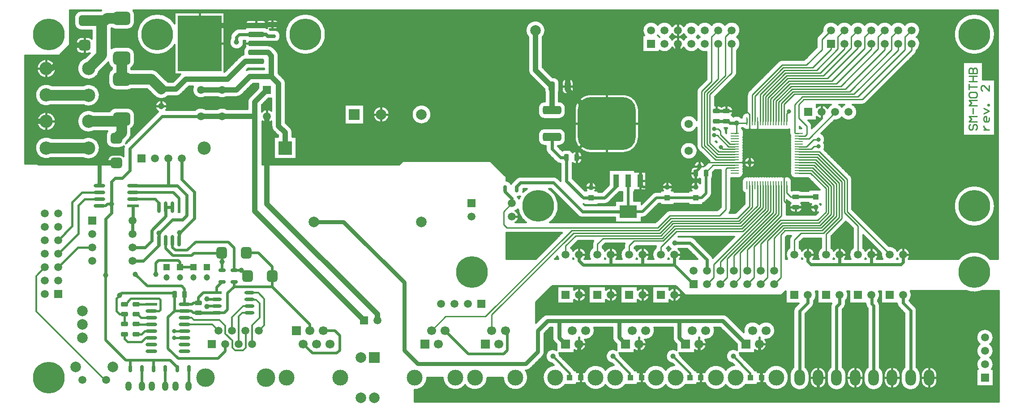
<source format=gbr>
%FSTAX42Y42*%
%MOMM*%
%SFA1B1*%

%IPPOS*%
%AMD11*
4,1,8,0.180340,0.650240,-0.180340,0.650240,-0.350520,0.480060,-0.350520,-0.480060,-0.180340,-0.650240,0.180340,-0.650240,0.350520,-0.480060,0.350520,0.480060,0.180340,0.650240,0.0*
1,1,0.340000,0.180340,0.480060*
1,1,0.340000,-0.180340,0.480060*
1,1,0.340000,-0.180340,-0.480060*
1,1,0.340000,0.180340,-0.480060*
%
%AMD12*
4,1,8,0.650240,-0.220980,0.650240,0.220980,0.419100,0.449580,-0.419100,0.449580,-0.650240,0.220980,-0.650240,-0.220980,-0.419100,-0.449580,0.419100,-0.449580,0.650240,-0.220980,0.0*
1,1,0.460000,0.419100,-0.220980*
1,1,0.460000,0.419100,0.220980*
1,1,0.460000,-0.419100,0.220980*
1,1,0.460000,-0.419100,-0.220980*
%
%AMD23*
4,1,8,1.750060,-0.398780,1.750060,0.398780,1.348740,0.800100,-1.348740,0.800100,-1.750060,0.398780,-1.750060,-0.398780,-1.348740,-0.800100,1.348740,-0.800100,1.750060,-0.398780,0.0*
1,1,0.800000,1.348740,-0.398780*
1,1,0.800000,1.348740,0.398780*
1,1,0.800000,-1.348740,0.398780*
1,1,0.800000,-1.348740,-0.398780*
%
%AMD24*
4,1,8,5.499100,-2.499360,5.499100,2.499360,2.999740,5.001260,-2.999740,5.001260,-5.499100,2.499360,-5.499100,-2.499360,-2.999740,-5.001260,2.999740,-5.001260,5.499100,-2.499360,0.0*
1,1,5.000000,2.999740,-2.499360*
1,1,5.000000,2.999740,2.499360*
1,1,5.000000,-2.999740,2.499360*
1,1,5.000000,-2.999740,-2.499360*
%
%AMD25*
4,1,8,-1.501140,0.248920,-1.501140,-0.248920,-1.249680,-0.500380,1.249680,-0.500380,1.501140,-0.248920,1.501140,0.248920,1.249680,0.500380,-1.249680,0.500380,-1.501140,0.248920,0.0*
1,1,0.500000,-1.249680,0.248920*
1,1,0.500000,-1.249680,-0.248920*
1,1,0.500000,1.249680,-0.248920*
1,1,0.500000,1.249680,0.248920*
%
%AMD27*
4,1,8,0.650240,-0.180340,0.650240,0.180340,0.480060,0.350520,-0.480060,0.350520,-0.650240,0.180340,-0.650240,-0.180340,-0.480060,-0.350520,0.480060,-0.350520,0.650240,-0.180340,0.0*
1,1,0.340000,0.480060,-0.180340*
1,1,0.340000,0.480060,0.180340*
1,1,0.340000,-0.480060,0.180340*
1,1,0.340000,-0.480060,-0.180340*
%
%AMD28*
4,1,8,-0.500380,-1.099820,0.500380,-1.099820,1.000760,-0.599440,1.000760,0.599440,0.500380,1.099820,-0.500380,1.099820,-1.000760,0.599440,-1.000760,-0.599440,-0.500380,-1.099820,0.0*
1,1,1.000000,-0.500380,-0.599440*
1,1,1.000000,0.500380,-0.599440*
1,1,1.000000,0.500380,0.599440*
1,1,1.000000,-0.500380,0.599440*
%
%AMD29*
4,1,8,1.099820,-0.500380,1.099820,0.500380,0.599440,1.000760,-0.599440,1.000760,-1.099820,0.500380,-1.099820,-0.500380,-0.599440,-1.000760,0.599440,-1.000760,1.099820,-0.500380,0.0*
1,1,1.000000,0.599440,-0.500380*
1,1,1.000000,0.599440,0.500380*
1,1,1.000000,-0.599440,0.500380*
1,1,1.000000,-0.599440,-0.500380*
%
%AMD30*
4,1,8,1.651000,-0.619760,1.651000,0.619760,1.021080,1.249680,-1.021080,1.249680,-1.651000,0.619760,-1.651000,-0.619760,-1.021080,-1.249680,1.021080,-1.249680,1.651000,-0.619760,0.0*
1,1,1.260000,1.021080,-0.619760*
1,1,1.260000,1.021080,0.619760*
1,1,1.260000,-1.021080,0.619760*
1,1,1.260000,-1.021080,-0.619760*
%
%AMD31*
4,1,8,0.220980,0.650240,-0.220980,0.650240,-0.449580,0.419100,-0.449580,-0.419100,-0.220980,-0.650240,0.220980,-0.650240,0.449580,-0.419100,0.449580,0.419100,0.220980,0.650240,0.0*
1,1,0.460000,0.220980,0.419100*
1,1,0.460000,-0.220980,0.419100*
1,1,0.460000,-0.220980,-0.419100*
1,1,0.460000,0.220980,-0.419100*
%
%AMD32*
4,1,8,-0.284480,-0.899160,0.284480,-0.899160,0.574040,-0.609600,0.574040,0.609600,0.284480,0.899160,-0.284480,0.899160,-0.574040,0.609600,-0.574040,-0.609600,-0.284480,-0.899160,0.0*
1,1,0.580000,-0.284480,-0.609600*
1,1,0.580000,0.284480,-0.609600*
1,1,0.580000,0.284480,0.609600*
1,1,0.580000,-0.284480,0.609600*
%
%ADD10C,0.299999*%
G04~CAMADD=11~8~0.0~0.0~275.6~511.8~66.9~0.0~15~0.0~0.0~0.0~0.0~0~0.0~0.0~0.0~0.0~0~0.0~0.0~0.0~0.0~275.6~511.8*
%ADD11D11*%
G04~CAMADD=12~8~0.0~0.0~354.3~511.8~90.6~0.0~15~0.0~0.0~0.0~0.0~0~0.0~0.0~0.0~0.0~0~0.0~0.0~0.0~270.0~512.0~354.0*
%ADD12D12*%
%ADD13O,0.250000X1.549997*%
%ADD14O,1.549997X0.250000*%
%ADD15R,1.549997X0.250000*%
%ADD16R,0.999998X0.999998*%
%ADD17R,2.199996X0.599999*%
%ADD18O,2.199996X0.599999*%
%ADD19O,1.899996X0.599999*%
%ADD20R,1.899996X0.599999*%
%ADD21O,0.599999X2.199996*%
%ADD22R,0.599999X2.199996*%
G04~CAMADD=23~8~0.0~0.0~629.9~1378.0~157.5~0.0~15~0.0~0.0~0.0~0.0~0~0.0~0.0~0.0~0.0~0~0.0~0.0~0.0~270.0~1378.0~630.0*
%ADD23D23*%
G04~CAMADD=24~8~0.0~0.0~3937.0~4330.7~984.3~0.0~15~0.0~0.0~0.0~0.0~0~0.0~0.0~0.0~0.0~0~0.0~0.0~0.0~270.0~4331.0~3937.0*
%ADD24D24*%
G04~CAMADD=25~8~0.0~0.0~393.7~1181.1~98.4~0.0~15~0.0~0.0~0.0~0.0~0~0.0~0.0~0.0~0.0~0~0.0~0.0~0.0~90.0~1182.0~395.0*
%ADD25D25*%
%ADD26R,8.299983X10.599979*%
G04~CAMADD=27~8~0.0~0.0~275.6~511.8~66.9~0.0~15~0.0~0.0~0.0~0.0~0~0.0~0.0~0.0~0.0~0~0.0~0.0~0.0~270.0~512.0~276.0*
%ADD27D27*%
G04~CAMADD=28~8~0.0~0.0~787.4~866.1~196.9~0.0~15~0.0~0.0~0.0~0.0~0~0.0~0.0~0.0~0.0~0~0.0~0.0~0.0~180.0~788.0~866.0*
%ADD28D28*%
G04~CAMADD=29~8~0.0~0.0~787.4~866.1~196.9~0.0~15~0.0~0.0~0.0~0.0~0~0.0~0.0~0.0~0.0~0~0.0~0.0~0.0~270.0~866.0~788.0*
%ADD29D29*%
G04~CAMADD=30~8~0.0~0.0~984.3~1299.2~248.0~0.0~15~0.0~0.0~0.0~0.0~0~0.0~0.0~0.0~0.0~0~0.0~0.0~0.0~270.0~1300.0~985.0*
%ADD30D30*%
G04~CAMADD=31~8~0.0~0.0~354.3~511.8~90.6~0.0~15~0.0~0.0~0.0~0.0~0~0.0~0.0~0.0~0.0~0~0.0~0.0~0.0~0.0~354.3~511.8*
%ADD31D31*%
G04~CAMADD=32~8~0.0~0.0~452.8~708.7~114.2~0.0~15~0.0~0.0~0.0~0.0~0~0.0~0.0~0.0~0.0~0~0.0~0.0~0.0~180.0~452.0~708.0*
%ADD32D32*%
%ADD33R,3.299993X2.399995*%
%ADD34R,0.999998X2.399995*%
%ADD35C,0.599999*%
%ADD36C,0.250000*%
%ADD37C,0.499999*%
%ADD38C,0.999998*%
%ADD39C,0.399999*%
%ADD40C,0.799998*%
%ADD41C,0.699999*%
%ADD42C,1.999996*%
%ADD43C,0.250000*%
%ADD44R,1.499997X1.499997*%
%ADD45C,3.499993*%
%ADD46C,1.499997*%
%ADD47C,2.999994*%
%ADD48C,1.699997*%
%ADD49R,1.699997X1.699997*%
%ADD50R,1.499997X1.499997*%
%ADD51O,1.999996X2.999994*%
%ADD52C,1.199998*%
%ADD53R,1.199998X1.199998*%
%ADD54C,2.499995*%
%ADD55R,0.999998X0.999998*%
%ADD56C,0.999998*%
%ADD57C,1.499997*%
%ADD58R,1.499997X1.499997*%
%ADD59R,1.499997X1.499997*%
%ADD60R,1.999996X1.999996*%
%ADD61C,1.999996*%
%ADD62O,1.199998X1.799996*%
%ADD63R,2.499995X2.499995*%
%ADD64R,1.199998X1.199998*%
%ADD65C,5.999988*%
%ADD66C,1.999996*%
%ADD67C,1.569997*%
%ADD68C,0.799998*%
%LNpcb_monitoring_mothb-1*%
%LPD*%
G54D10*
X016471Y006576D02*
D01*
X016471Y006588*
X01647Y006599*
X016468Y00661*
X016465Y006621*
X016462Y006631*
X016458Y006642*
X016453Y006652*
X016447Y006661*
X016441Y006671*
X016434Y006679*
X016427Y006688*
X016419Y006695*
X01641Y006703*
X016401Y006709*
X016391Y006715*
X016382Y00672*
X016371Y006725*
X016361Y006729*
X01635Y006732*
X016339Y006734*
X016328Y006736*
X016317Y006736*
X016306*
X016295Y006736*
X016284Y006734*
X016273Y006732*
X016262Y006729*
X016252Y006725*
X016241Y00672*
X016231Y006715*
X016222Y006709*
X016213Y006703*
X016204Y006695*
X016196Y006688*
X016189Y006679*
X016184Y006673*
X016408Y006449D02*
D01*
X016417Y006457*
X016425Y006464*
X016433Y006472*
X01644Y006481*
X016446Y00649*
X016452Y0065*
X016457Y00651*
X016461Y00652*
X016465Y006531*
X016467Y006542*
X016469Y006553*
X016471Y006564*
X016471Y006575*
X016471Y006576*
X017884Y006499D02*
D01*
X017884Y006526*
X017881Y006553*
X017876Y00658*
X01787Y006606*
X017861Y006631*
X017851Y006656*
X017839Y00668*
X017826Y006704*
X017811Y006726*
X017794Y006747*
X017776Y006767*
X017757Y006786*
X017737Y006803*
X017715Y006819*
X017692Y006833*
X017668Y006846*
X017644Y006856*
X017618Y006866*
X017593Y006873*
X017566Y006879*
X01754Y006882*
X017513Y006884*
X017486*
X017459Y006882*
X017433Y006879*
X017406Y006873*
X017381Y006866*
X017355Y006856*
X017331Y006846*
X017307Y006833*
X017284Y006819*
X017262Y006803*
X017242Y006786*
X017223Y006767*
X017205Y006747*
X017188Y006726*
X017173Y006704*
X01716Y00668*
X017148Y006656*
X017138Y006631*
X017129Y006606*
X017123Y00658*
X017118Y006553*
X017115Y006526*
X017114Y006499*
X017115Y006473*
X017118Y006446*
X017123Y006419*
X017129Y006393*
X017138Y006368*
X017148Y006343*
X01716Y006319*
X017173Y006295*
X017188Y006273*
X017205Y006252*
X017223Y006232*
X017242Y006213*
X017262Y006196*
X017284Y00618*
X017307Y006166*
X017331Y006153*
X017355Y006143*
X017381Y006133*
X017406Y006126*
X017433Y00612*
X017459Y006117*
X017486Y006115*
X017513*
X01754Y006117*
X017566Y00612*
X017593Y006126*
X017618Y006133*
X017644Y006143*
X017668Y006153*
X017692Y006166*
X017715Y00618*
X017737Y006196*
X017757Y006213*
X017776Y006232*
X017794Y006252*
X017811Y006273*
X017826Y006295*
X017839Y006319*
X017851Y006343*
X017861Y006368*
X01787Y006393*
X017876Y006419*
X017881Y006446*
X017884Y006473*
X017884Y006499*
X016471Y006322D02*
D01*
X016471Y006334*
X01647Y006345*
X016468Y006356*
X016465Y006367*
X016462Y006377*
X016458Y006388*
X016453Y006398*
X016447Y006407*
X016441Y006417*
X016434Y006425*
X016427Y006434*
X016419Y006441*
X01641Y006449*
X016408Y006449*
Y006195D02*
D01*
X016417Y006203*
X016425Y00621*
X016433Y006218*
X01644Y006227*
X016446Y006236*
X016452Y006246*
X016457Y006256*
X016461Y006266*
X016465Y006277*
X016467Y006288*
X016469Y006299*
X016471Y00631*
X016471Y006321*
X016471Y006322*
X01638Y006127D02*
D01*
X016385Y006132*
X016389Y006138*
X016393Y006143*
X016397Y006149*
X0164Y006155*
X016403Y006162*
X016405Y006168*
X016407Y006175*
X016408Y006181*
X016409Y006188*
X016409Y006195*
X016408Y006195*
X01638Y006127D02*
D01*
X016385Y006132*
X016389Y006138*
X016393Y006143*
X016397Y006149*
X0164Y006155*
X016403Y006162*
X016405Y006168*
X016407Y006175*
X016408Y006181*
X016409Y006188*
X016409Y006195*
X016408Y006195*
X01593Y006673D02*
D01*
X015923Y006682*
X015916Y00669*
X015908Y006698*
X015899Y006705*
X01589Y006711*
X01588Y006717*
X01587Y006722*
X01586Y006726*
X015849Y00673*
X015838Y006732*
X015827Y006734*
X015816Y006736*
X015805Y006736*
X015794Y006736*
X015783Y006735*
X015772Y006733*
X015761Y006731*
X01575Y006727*
X01574Y006723*
X01573Y006718*
X01572Y006713*
X015711Y006707*
X015702Y0067*
X015694Y006693*
X015686Y006685*
X015679Y006676*
X015676Y006673*
X016184D02*
D01*
X016177Y006682*
X01617Y00669*
X016162Y006698*
X016153Y006705*
X016144Y006711*
X016134Y006717*
X016124Y006722*
X016114Y006726*
X016103Y00673*
X016092Y006732*
X016081Y006734*
X01607Y006736*
X016059Y006736*
X016048Y006736*
X016037Y006735*
X016026Y006733*
X016015Y006731*
X016004Y006727*
X015994Y006723*
X015984Y006718*
X015974Y006713*
X015965Y006707*
X015956Y0067*
X015948Y006693*
X01594Y006685*
X015933Y006676*
X01593Y006673*
X015676D02*
D01*
X015669Y006682*
X015662Y00669*
X015654Y006698*
X015645Y006705*
X015636Y006711*
X015626Y006717*
X015616Y006722*
X015606Y006726*
X015595Y00673*
X015584Y006732*
X015573Y006734*
X015562Y006736*
X015551Y006736*
X01554Y006736*
X015529Y006735*
X015518Y006733*
X015507Y006731*
X015496Y006727*
X015486Y006723*
X015476Y006718*
X015466Y006713*
X015457Y006707*
X015448Y0067*
X01544Y006693*
X015432Y006685*
X015425Y006676*
X015422Y006673*
X015168D02*
D01*
X015161Y006682*
X015154Y00669*
X015146Y006698*
X015137Y006705*
X015128Y006711*
X015118Y006717*
X015108Y006722*
X015098Y006726*
X015087Y00673*
X015076Y006732*
X015065Y006734*
X015054Y006736*
X015043Y006736*
X015032Y006736*
X015021Y006735*
X01501Y006733*
X014999Y006731*
X014988Y006727*
X014978Y006723*
X014968Y006718*
X014958Y006713*
X014949Y006707*
X01494Y0067*
X014932Y006693*
X014924Y006685*
X014917Y006676*
X014914Y006673*
D01*
X014907Y006682*
X0149Y00669*
X014892Y006698*
X014883Y006705*
X014874Y006711*
X014864Y006717*
X014854Y006722*
X014844Y006726*
X014833Y00673*
X014822Y006732*
X014811Y006734*
X0148Y006736*
X014789Y006736*
X014778Y006736*
X014767Y006735*
X014756Y006733*
X014745Y006731*
X014734Y006727*
X014724Y006723*
X014714Y006718*
X014704Y006713*
X014695Y006707*
X014686Y0067*
X014678Y006693*
X01467Y006685*
X014663Y006676*
X014656Y006667*
X01465Y006658*
X014645Y006648*
X01464Y006638*
X014636Y006628*
X014633Y006617*
X01463Y006606*
X014629Y006595*
X014628Y006584*
X014628Y006573*
X014628Y006562*
X014628Y006555*
X015422Y006673D02*
D01*
X015415Y006682*
X015408Y00669*
X0154Y006698*
X015391Y006705*
X015382Y006711*
X015372Y006717*
X015362Y006722*
X015352Y006726*
X015341Y00673*
X01533Y006732*
X015319Y006734*
X015308Y006736*
X015297Y006736*
X015286Y006736*
X015275Y006735*
X015264Y006733*
X015253Y006731*
X015242Y006727*
X015232Y006723*
X015222Y006718*
X015212Y006713*
X015203Y006707*
X015194Y0067*
X015186Y006693*
X015178Y006685*
X015171Y006676*
X015168Y006673*
X014548Y006474D02*
D01*
X014544Y00647*
X01454Y006464*
X014536Y006459*
X014532Y006453*
X014529Y006447*
X014526Y00644*
X014524Y006434*
X014522Y006427*
X014521Y006421*
X01452Y006414*
X01452Y006407*
X014519Y006406*
X014548Y006474D02*
D01*
X014544Y00647*
X01454Y006464*
X014536Y006459*
X014532Y006453*
X014529Y006447*
X014526Y00644*
X014524Y006434*
X014522Y006427*
X014521Y006421*
X01452Y006414*
X01452Y006407*
X014519Y006406*
X013866Y006014D02*
D01*
X01386Y006014*
X013853Y006014*
X013846Y006012*
X013839Y006011*
X013833Y006009*
X013827Y006006*
X01382Y006003*
X013815Y006*
X013809Y005996*
X013804Y005992*
X013798Y005987*
X013797Y005985*
X013866Y006014D02*
D01*
X01386Y006014*
X013853Y006014*
X013846Y006012*
X013839Y006011*
X013833Y006009*
X013827Y006006*
X01382Y006003*
X013815Y006*
X013809Y005996*
X013804Y005992*
X013798Y005987*
X013797Y005985*
X015381Y005169D02*
D01*
X015388Y00517*
X015395Y00517*
X015402Y005172*
X015409Y005173*
X015415Y005175*
X015421Y005178*
X015428Y005181*
X015433Y005184*
X015439Y005188*
X015444Y005192*
X01545Y005197*
X01545Y005198*
X015381Y005169D02*
D01*
X015388Y00517*
X015395Y00517*
X015402Y005172*
X015409Y005173*
X015415Y005175*
X015421Y005178*
X015428Y005181*
X015433Y005184*
X015439Y005188*
X015444Y005192*
X01545Y005197*
X01545Y005198*
X015044Y005169D02*
D01*
X015035Y005164*
X015026Y005157*
X015017Y00515*
X015009Y005143*
X015001Y005135*
X014994Y005126*
D01*
X014987Y005135*
X01498Y005143*
X014972Y005151*
X014963Y005158*
X014954Y005164*
X014944Y005169*
X015281Y005029D02*
D01*
X015281Y005041*
X01528Y005052*
X015278Y005063*
X015275Y005074*
X015272Y005084*
X015268Y005095*
X015263Y005105*
X015257Y005114*
X015251Y005124*
X015244Y005132*
X015237Y005141*
X015229Y005148*
X01522Y005156*
X015211Y005162*
X015201Y005168*
X015198Y005169*
X014994Y004932D02*
D01*
X015002Y004924*
X015009Y004916*
X015017Y004908*
X015026Y004901*
X015035Y004895*
X015045Y004889*
X015055Y004884*
X015065Y00488*
X015076Y004876*
X015087Y004874*
X015098Y004872*
X015109Y00487*
X01512Y00487*
X015131Y00487*
X015142Y004871*
X015153Y004873*
X015164Y004875*
X015175Y004879*
X015185Y004883*
X015195Y004888*
X015205Y004893*
X015214Y004899*
X015223Y004906*
X015231Y004913*
X015239Y004921*
X015246Y00493*
X015253Y004939*
X015259Y004948*
X015264Y004958*
X015269Y004968*
X015273Y004978*
X015276Y004989*
X015279Y005*
X01528Y005011*
X015281Y005022*
X015281Y005029*
X014853Y00487D02*
D01*
X014865Y00487*
X014876Y00487*
X014887Y004871*
X014898Y004873*
X014909Y004875*
X014919Y004879*
X01493Y004883*
X01494Y004887*
X01495Y004893*
X014959Y004899*
X014968Y004905*
X014976Y004913*
X014984Y004921*
X014991Y004929*
X014994Y004932*
X01479Y005169D02*
D01*
X014781Y005164*
X014772Y005157*
X014763Y00515*
X014755Y005143*
X014747Y005135*
X01474Y005126*
X014734Y005117*
X014728Y005107*
X014723Y005098*
D01*
X014718Y005106*
X014713Y005113*
X014707Y00512*
X0147Y005126*
X014693Y005132*
X014686Y005137*
X014678Y005142*
X01467Y005146*
X014662Y00515*
X014653Y005153*
X014645Y005156*
X014636Y005157*
X014627Y005159*
X014618Y005159*
X014609Y005159*
X0146Y005159*
X014591Y005157*
X014582Y005155*
X014573Y005153*
X014565Y00515*
X014556Y005146*
X014548Y005142*
X014541Y005137*
X014533Y005132*
X014526Y005126*
X01452Y00512*
X014519Y005119*
Y004939D02*
D01*
X014526Y004933*
X014533Y004927*
X01454Y004922*
X014548Y004917*
X014556Y004913*
X014564Y004909*
X014573Y004906*
X014581Y004903*
X01459Y004901*
X014599Y0049*
X014607Y004899*
X014426Y004759D02*
D01*
X014426Y004766*
X014426Y004773*
X014424Y00478*
X014423Y004787*
X014421Y004793*
X014418Y004799*
X014415Y004806*
X014412Y004811*
X014408Y004817*
X014404Y004822*
X014399Y004828*
X014398Y004828*
X014426Y004759D02*
D01*
X014426Y004766*
X014426Y004773*
X014424Y00478*
X014423Y004787*
X014421Y004793*
X014418Y004799*
X014415Y004806*
X014412Y004811*
X014408Y004817*
X014404Y004822*
X014399Y004828*
X014398Y004828*
X014001Y004639D02*
D01*
X014002Y004633*
X014002Y004626*
X014004Y004619*
X014005Y004612*
X014007Y004606*
X01401Y0046*
X014013Y004593*
X014015Y004589*
X014001Y004639D02*
D01*
X014002Y004633*
X014002Y004626*
X014004Y004619*
X014005Y004612*
X014007Y004606*
X01401Y0046*
X014013Y004593*
X014015Y004589*
X013924Y004692D02*
D01*
X013931Y004691*
X013938Y00469*
X013945Y004689*
X013951Y004689*
X013958Y00469*
X013965Y00469*
X013972Y004692*
X013978Y004694*
X013985Y004696*
X013991Y004698*
X013997Y004702*
X014001Y004704*
X013874Y004692D02*
D01*
X013881Y004691*
X013888Y00469*
X013895Y004689*
X013901Y004689*
X013908Y00469*
X013915Y00469*
X013922Y004692*
X013924Y004692*
X013774D02*
D01*
X013781Y004691*
X013788Y00469*
X013795Y004689*
X013801Y004689*
X013808Y00469*
X013815Y00469*
X013822Y004692*
X013824Y004692*
D01*
X013831Y004691*
X013838Y00469*
X013845Y004689*
X013851Y004689*
X013858Y00469*
X013865Y00469*
X013872Y004692*
X013874Y004692*
X014674Y004509D02*
D01*
X014674Y004518*
X014673Y004527*
X014672Y004535*
X01467Y004544*
X014667Y004552*
X014664Y00456*
X01466Y004568*
X014656Y004576*
X014651Y004583*
X014645Y00459*
X014639Y004596*
X014633Y004602*
X014626Y004608*
X014619Y004613*
X014612Y004618*
X014605Y004621*
X014015Y004589D02*
D01*
X014015Y004583*
X014014Y004576*
X014014Y004569*
X014015Y004562*
X014016Y004556*
X014017Y004549*
D01*
X014016Y004543*
X014015Y004536*
X014014Y004529*
X014014Y004523*
X014015Y004516*
X014015Y004509*
X014017Y004502*
X014017Y004499*
X014674Y004379D02*
D01*
X014674Y004388*
X014673Y004397*
X014672Y004405*
X01467Y004414*
X014667Y004422*
X014664Y00443*
X01466Y004438*
X014656Y004445*
D01*
X014661Y004452*
X014665Y00446*
X014668Y004468*
X01467Y004477*
X014672Y004485*
X014674Y004494*
X014674Y004502*
X014674Y004509*
X014017Y004499D02*
D01*
X014016Y004493*
X014015Y004486*
X014014Y004479*
X014014Y004473*
X014015Y004466*
X014015Y004459*
X014017Y004452*
X014017Y004449*
X014659Y00432D02*
D01*
X014663Y004328*
X014667Y004336*
X014669Y004345*
X014672Y004353*
X014673Y004362*
X014674Y00437*
X014674Y004379*
X014674Y004379*
X014017Y004299D02*
D01*
X014016Y004293*
X014015Y004286*
X014014Y004279*
X014014Y004273*
X014015Y004266*
X014015Y004259*
X014017Y004252*
X014017Y004249*
Y004099D02*
D01*
X014016Y004093*
X014015Y004086*
X014014Y004079*
X014014Y004073*
X014015Y004066*
X014015Y004059*
X014017Y004052*
X014017Y004049*
Y004399D02*
D01*
X014016Y004393*
X014015Y004386*
X014014Y004379*
X014014Y004373*
X014015Y004366*
X014015Y004359*
X014017Y004352*
X014017Y004349*
D01*
X014016Y004343*
X014015Y004336*
X014014Y004329*
X014014Y004323*
X014015Y004316*
X014015Y004309*
X014017Y004302*
X014017Y004299*
Y004049D02*
D01*
X014016Y004043*
X014015Y004036*
X014014Y004029*
X014014Y004023*
X014015Y004016*
X014015Y004009*
X014017Y004002*
X014017Y003999*
D01*
X014016Y003993*
X014015Y003986*
X014014Y003979*
X014014Y003973*
X014015Y003966*
X014015Y003959*
X014017Y003952*
X014017Y003949*
Y004449D02*
D01*
X014016Y004443*
X014015Y004436*
X014014Y004429*
X014014Y004423*
X014015Y004416*
X014015Y004409*
X014017Y004402*
X014017Y004399*
Y004249D02*
D01*
X014016Y004243*
X014015Y004236*
X014014Y004229*
X014014Y004223*
X014015Y004216*
X014015Y004209*
X014017Y004202*
X014017Y004199*
D01*
X014016Y004193*
X014015Y004186*
X014014Y004179*
X014014Y004173*
X014015Y004166*
X014015Y004159*
X014017Y004152*
X014017Y004149*
D01*
X014016Y004143*
X014015Y004136*
X014014Y004129*
X014014Y004123*
X014015Y004116*
X014015Y004109*
X014017Y004102*
X014017Y004099*
Y003949D02*
D01*
X014016Y003943*
X014015Y003936*
X014014Y003929*
X014014Y003923*
X014015Y003916*
X014015Y003909*
X014017Y003902*
X014017Y003899*
X013009Y006195D02*
D01*
X013018Y006203*
X013026Y00621*
X013034Y006219*
X013041Y006227*
X013047Y006237*
X013053Y006246*
X013058Y006256*
X013062Y006267*
X013065Y006277*
X013068Y006288*
X01307Y006299*
X013071Y00631*
X013072Y006322*
X013071Y006322*
Y006576D02*
D01*
X013071Y006588*
X01307Y006599*
X013068Y00661*
X013065Y006621*
X013062Y006631*
X013058Y006642*
X013053Y006652*
X013047Y006661*
X013041Y006671*
X013034Y006679*
X013027Y006688*
X013019Y006695*
X01301Y006703*
X013001Y006709*
X012991Y006715*
X012982Y00672*
X012971Y006725*
X012961Y006729*
X01295Y006732*
X012939Y006734*
X012928Y006736*
X012917Y006736*
X012906*
X012895Y006736*
X012884Y006734*
X012873Y006732*
X012862Y006729*
X012852Y006725*
X012841Y00672*
X012831Y006715*
X012822Y006709*
X012813Y006703*
X012804Y006695*
X012796Y006688*
X012789Y006679*
X012784Y006673*
D01*
X012777Y006682*
X01277Y00669*
X012762Y006698*
X012753Y006705*
X012744Y006711*
X012734Y006717*
X012724Y006722*
X012714Y006726*
X012703Y00673*
X012692Y006732*
X012681Y006734*
X01267Y006736*
X012659Y006736*
X012648Y006736*
X012637Y006735*
X012626Y006733*
X012615Y006731*
X012604Y006727*
X012594Y006723*
X012584Y006718*
X012574Y006713*
X012565Y006707*
X012556Y0067*
X012548Y006693*
X01254Y006685*
X012533Y006676*
X01253Y006673*
X013008Y006449D02*
D01*
X013017Y006457*
X013025Y006464*
X013033Y006472*
X01304Y006481*
X013046Y00649*
X013052Y0065*
X013057Y00651*
X013061Y00652*
X013065Y006531*
X013067Y006542*
X013069Y006553*
X013071Y006564*
X013071Y006575*
X013071Y006576*
Y006322D02*
D01*
X013071Y006334*
X01307Y006345*
X013068Y006356*
X013065Y006367*
X013062Y006377*
X013058Y006388*
X013053Y006398*
X013047Y006407*
X013041Y006417*
X013034Y006425*
X013027Y006434*
X013019Y006441*
X01301Y006449*
X013008Y006449*
X01253Y006673D02*
D01*
X012523Y006682*
X012516Y00669*
X012508Y006698*
X012499Y006705*
X01249Y006711*
X01248Y006717*
X01247Y006722*
X01246Y006726*
X012449Y00673*
X012438Y006732*
X012427Y006734*
X012416Y006736*
X012405Y006736*
X012394Y006736*
X012383Y006735*
X012372Y006733*
X012361Y006731*
X01235Y006727*
X01234Y006723*
X01233Y006718*
X01232Y006713*
X012311Y006707*
X012302Y0067*
X012294Y006693*
X012286Y006685*
X012279Y006676*
X012276Y006673*
Y006479D02*
D01*
X012284Y006471*
X012291Y006463*
X012299Y006455*
X012306Y006449*
X012276Y006225D02*
D01*
X012284Y006217*
X012291Y006209*
X012299Y006201*
X012308Y006194*
X012317Y006188*
X012327Y006182*
X012337Y006177*
X012347Y006173*
X012358Y006169*
X012369Y006167*
X01238Y006165*
X012391Y006163*
X012402Y006163*
X012413Y006163*
X012424Y006164*
X012434Y006165*
X012306Y006449D02*
D01*
X012298Y006442*
X01229Y006435*
X012282Y006427*
X012276Y006419*
X012246Y006449D02*
D01*
X012255Y006457*
X012263Y006464*
X012271Y006472*
X012276Y006479*
Y006419D02*
D01*
X012269Y006428*
X012262Y006436*
X012254Y006444*
X012246Y006449*
X01323Y005418D02*
D01*
X013226Y005414*
X013222Y005408*
X013218Y005403*
X013214Y005397*
X013211Y005391*
X013208Y005384*
X013206Y005378*
X013204Y005371*
X013203Y005365*
X013202Y005358*
X013202Y005351*
X013201Y005349*
X01323Y005418D02*
D01*
X013226Y005414*
X013222Y005408*
X013218Y005403*
X013214Y005397*
X013211Y005391*
X013208Y005384*
X013206Y005378*
X013204Y005371*
X013203Y005365*
X013202Y005358*
X013202Y005351*
X013201Y005349*
X01298Y005702D02*
D01*
X012985Y005707*
X012989Y005713*
X012993Y005718*
X012997Y005724*
X013Y00573*
X013003Y005737*
X013005Y005743*
X013007Y00575*
X013008Y005756*
X013009Y005763*
X013009Y00577*
X013009Y005771*
X01298Y005702D02*
D01*
X012985Y005707*
X012989Y005713*
X012993Y005718*
X012997Y005724*
X013Y00573*
X013003Y005737*
X013005Y005743*
X013007Y00575*
X013008Y005756*
X013009Y005763*
X013009Y00577*
X013009Y005771*
X012278Y005488D02*
D01*
X012274Y005484*
X01227Y005478*
X012266Y005473*
X012262Y005467*
X012259Y005461*
X012256Y005454*
X012254Y005448*
X012252Y005441*
X012251Y005435*
X01225Y005428*
X01225Y005421*
X012249Y005419*
X012278Y005488D02*
D01*
X012274Y005484*
X01227Y005478*
X012266Y005473*
X012262Y005467*
X012259Y005461*
X012256Y005454*
X012254Y005448*
X012252Y005441*
X012251Y005435*
X01225Y005428*
X01225Y005421*
X012249Y005419*
X012276Y006673D02*
D01*
X012269Y006682*
X012262Y00669*
X012254Y006698*
X012245Y006705*
X012236Y006711*
X012226Y006717*
X012216Y006722*
X012206Y006726*
X012195Y00673*
X012184Y006732*
X012173Y006734*
X012162Y006736*
X012151Y006736*
X01214Y006736*
X012129Y006735*
X012118Y006733*
X012107Y006731*
X012096Y006727*
X012086Y006723*
X012076Y006718*
X012066Y006713*
X012057Y006707*
X012048Y0067*
X01204Y006693*
X012032Y006685*
X012025Y006676*
X012018Y006667*
X012012Y006658*
X012007Y006648*
X012005Y006645*
D01*
X012Y006653*
X011995Y00666*
X011989Y006667*
X011982Y006673*
X011975Y006679*
X011968Y006684*
X01196Y006689*
X011952Y006693*
X011944Y006697*
X011935Y0067*
X011927Y006703*
X011918Y006704*
X011909Y006706*
X0119Y006706*
X011891Y006706*
X011882Y006706*
X011873Y006704*
X011864Y006702*
X011855Y0067*
X011847Y006697*
X011838Y006693*
X01183Y006689*
X011823Y006684*
X011815Y006679*
X011808Y006673*
X011802Y006667*
X011796Y00666*
X01179Y006653*
X011785Y006645*
X012005Y006507D02*
D01*
X012011Y006498*
X012017Y006488*
X012023Y006479*
X01203Y00647*
X012038Y006462*
X012046Y006455*
X012052Y006449*
X011923D02*
D01*
X011932Y006452*
X011941Y006455*
X011949Y006458*
X011957Y006462*
X011965Y006467*
X011973Y006472*
X01198Y006478*
X011987Y006484*
X011993Y00649*
X011999Y006497*
X012004Y006505*
X012005Y006507*
X011785D02*
D01*
X011791Y0065*
X011796Y006493*
X011802Y006486*
X011809Y00648*
X011816Y006474*
X011823Y006469*
X011831Y006464*
X011839Y00646*
X011847Y006456*
X011856Y006453*
X011864Y00645*
X011867Y006449*
X011785Y006645D02*
D01*
X01178Y006655*
X011774Y006665*
X011768Y006674*
X011761Y006683*
X011753Y006691*
X011745Y006698*
X011736Y006705*
X011727Y006711*
X011717Y006717*
X011707Y006722*
X011697Y006726*
X011687Y00673*
X011676Y006732*
X011665Y006734*
X011654Y006736*
X011643Y006736*
X011631Y006736*
X01162Y006735*
X011609Y006733*
X011599Y00673*
X011588Y006727*
X011578Y006723*
X011568Y006718*
X011558Y006712*
X011549Y006706*
X01154Y0067*
X011531Y006692*
X011524Y006684*
X011516Y006676*
X011514Y006673*
X011738Y006449D02*
D01*
X011747Y006457*
X011755Y006464*
X011763Y006472*
X01177Y006481*
X011776Y00649*
X011782Y0065*
X011785Y006507*
X011514Y006479D02*
D01*
X011522Y006471*
X011529Y006463*
X011537Y006455*
X011544Y006449*
X011514Y006673D02*
D01*
X011507Y006682*
X0115Y00669*
X011492Y006698*
X011483Y006705*
X011474Y006711*
X011464Y006717*
X011454Y006722*
X011444Y006726*
X011433Y00673*
X011422Y006732*
X011411Y006734*
X0114Y006736*
X011389Y006736*
X011378Y006736*
X011367Y006735*
X011356Y006733*
X011345Y006731*
X011334Y006727*
X011324Y006723*
X011314Y006718*
X011304Y006713*
X011295Y006707*
X011286Y0067*
X011278Y006693*
X01127Y006685*
X011263Y006676*
X011256Y006667*
X01125Y006658*
X011245Y006648*
X01124Y006638*
X011236Y006628*
X011233Y006617*
X01123Y006606*
X011229Y006595*
X011228Y006584*
X011228Y006573*
X011228Y006562*
X01123Y00655*
X011232Y00654*
X011235Y006529*
X011239Y006518*
X011243Y006508*
X011248Y006498*
X011254Y006489*
X011258Y006482*
X012052Y006449D02*
D01*
X012044Y006442*
X012036Y006435*
X012028Y006427*
X012021Y006418*
X012015Y006409*
X012009Y006399*
X012005Y006391*
D01*
X012Y006399*
X011995Y006406*
X011989Y006413*
X011982Y006419*
X011975Y006425*
X011968Y00643*
X01196Y006435*
X011952Y006439*
X011944Y006443*
X011935Y006446*
X011927Y006449*
X011923Y006449*
X012005Y006253D02*
D01*
X012011Y006244*
X012017Y006234*
X012023Y006225*
X01203Y006216*
X012038Y006208*
X012046Y006201*
X012055Y006194*
X012064Y006188*
X012074Y006182*
X012084Y006177*
X012094Y006173*
X012104Y006169*
X012115Y006167*
X012126Y006165*
X012137Y006163*
X012148Y006163*
X01216Y006163*
X012171Y006164*
X012182Y006166*
X012192Y006169*
X012203Y006172*
X012213Y006176*
X012223Y006181*
X012233Y006187*
X012242Y006193*
X012251Y006199*
X01226Y006207*
X012267Y006215*
X012275Y006223*
X012276Y006225*
X011867Y006449D02*
D01*
X011859Y006447*
X01185Y006444*
X011842Y006441*
X011834Y006437*
X011826Y006432*
X011818Y006427*
X011811Y006421*
X011804Y006415*
X011798Y006409*
X011792Y006402*
X011787Y006394*
X011785Y006391*
Y006253D02*
D01*
X011791Y006246*
X011796Y006239*
X011802Y006232*
X011809Y006226*
X011816Y00622*
X011823Y006215*
X011831Y00621*
X011839Y006206*
X011847Y006202*
X011856Y006199*
X011864Y006196*
X011873Y006195*
X011882Y006193*
X011891Y006193*
X0119Y006193*
X011909Y006193*
X011918Y006195*
X011927Y006197*
X011936Y006199*
X011944Y006202*
X011953Y006206*
X011961Y00621*
X011968Y006215*
X011976Y00622*
X011983Y006226*
X011989Y006232*
X011995Y006239*
X012001Y006246*
X012005Y006253*
X011785Y006391D02*
D01*
X01178Y006401*
X011774Y006411*
X011768Y00642*
X011761Y006429*
X011753Y006437*
X011745Y006444*
X011738Y006449*
X011547Y006193D02*
D01*
X011557Y006187*
X011566Y006182*
X011576Y006177*
X011587Y006173*
X011597Y006169*
X011608Y006166*
X011619Y006164*
X01163Y006163*
X011641Y006163*
X011652Y006163*
X011663Y006164*
X011674Y006166*
X011685Y006169*
X011696Y006172*
X011706Y006177*
X011716Y006181*
X011726Y006187*
X011735Y006193*
X011744Y0062*
X011752Y006208*
X01176Y006216*
X011767Y006224*
X011774Y006233*
X01178Y006242*
X011785Y006252*
X011785Y006253*
X011153Y005059D02*
D01*
X011153Y005081*
X011151Y005102*
X011147Y005123*
X011142Y005144*
X011135Y005164*
X011127Y005184*
X011118Y005203*
X011107Y005221*
X011095Y005239*
X011082Y005256*
X011068Y005271*
X011053Y005286*
X011036Y0053*
X011019Y005312*
X011001Y005324*
X010982Y005334*
X010963Y005342*
X010943Y00535*
X010922Y005355*
X010901Y00536*
X01088Y005363*
X010859Y005364*
X010848Y005364*
X013201Y005014D02*
D01*
X013195Y005014*
X013188Y005014*
X013181Y005013*
X013175Y005012*
X013168Y00501*
X013162Y005007*
X013156Y005005*
X01315Y005001*
X013144Y004998*
X013138Y004994*
X013133Y004989*
X013128Y004985*
X013124Y00498*
X01312Y004974*
X013116Y004969*
X013113Y004963*
X01311Y004957*
X013107Y00495*
X013105Y004944*
X013103Y004937*
X013102Y004931*
X013102Y004924*
X013102Y004919*
X013126Y004721D02*
D01*
X013131Y004717*
X013134Y004714*
X013474Y004692D02*
D01*
X013481Y004691*
X013488Y00469*
X013495Y004689*
X013501Y004689*
X013508Y00469*
X013515Y00469*
X013522Y004692*
X013524Y004692*
D01*
X013531Y004691*
X013538Y00469*
X013545Y004689*
X013551Y004689*
X013558Y00469*
X013565Y00469*
X013572Y004692*
X013574Y004692*
X013324D02*
D01*
X013331Y004691*
X013338Y00469*
X013345Y004689*
X013351Y004689*
X013358Y00469*
X013365Y00469*
X013372Y004692*
X013378Y004694*
X013385Y004696*
X013391Y004698*
X013397Y004702*
X013399Y004703*
D01*
X013405Y0047*
X013412Y004697*
X013418Y004695*
X013425Y004693*
X013431Y004691*
X013438Y00469*
X013445Y00469*
X013452Y00469*
X013458Y00469*
X013465Y004691*
X013472Y004692*
X013474Y004692*
X013674D02*
D01*
X013681Y004691*
X013688Y00469*
X013695Y004689*
X013701Y004689*
X013708Y00469*
X013715Y00469*
X013722Y004692*
X013724Y004692*
D01*
X013731Y004691*
X013738Y00469*
X013745Y004689*
X013751Y004689*
X013758Y00469*
X013765Y00469*
X013772Y004692*
X013774Y004692*
X013574D02*
D01*
X013581Y004691*
X013588Y00469*
X013595Y004689*
X013601Y004689*
X013608Y00469*
X013615Y00469*
X013622Y004692*
X013624Y004692*
D01*
X013631Y004691*
X013638Y00469*
X013645Y004689*
X013651Y004689*
X013658Y00469*
X013665Y00469*
X013672Y004692*
X013674Y004692*
X013134Y004714D02*
D01*
X01314Y00471*
X013145Y004706*
X013151Y004703*
X013157Y004699*
X013163Y004697*
X01317Y004694*
X013176Y004693*
X013183Y004691*
X01319Y00469*
X013197Y00469*
X013203Y00469*
X01321Y00469*
X013217Y004691*
X013224Y004693*
X01323Y004695*
X013237Y004697*
X013243Y0047*
X013249Y004703*
X013249Y004703*
D01*
X013255Y0047*
X013262Y004697*
X013268Y004695*
X013275Y004693*
X013281Y004691*
X013288Y00469*
X013295Y00469*
X013302Y00469*
X013308Y00469*
X013315Y004691*
X013322Y004692*
X013324Y004692*
X013131Y004549D02*
D01*
X013133Y004556*
X013134Y004563*
X013135Y00457*
X013134Y004574*
X013131Y004499D02*
D01*
X013133Y004506*
X013134Y004513*
X013135Y00452*
X013134Y004524*
Y004527D02*
D01*
X013134Y004534*
X013133Y004541*
X013132Y004548*
X013131Y004549*
X013134Y004474D02*
D01*
X013134Y004481*
X013134Y004488*
X013132Y004495*
X013131Y004499*
X012931Y005069D02*
D01*
X012931Y005075*
X012931Y00508*
X01293Y005086*
X012929Y005091*
X012927Y005096*
X012925Y005101*
X012922Y005106*
X01292Y00511*
X012917Y005115*
X012913Y005119*
X01291Y005123*
X012906Y005127*
X012902Y00513*
X012898Y005133*
X012893Y005136*
X012888Y005139*
X012883Y005141*
X012878Y005143*
X012873Y005144*
X012868Y005145*
X012863Y005146*
X012857Y005146*
X012854Y005146*
X012942Y004941D02*
D01*
X012938Y004947*
X012933Y004953*
X012928Y004958*
X012922Y004963*
X012916Y004968*
X01291Y004971*
D01*
X012914Y004976*
X012917Y00498*
X01292Y004984*
X012923Y004989*
X012925Y004994*
X012927Y004999*
X012929Y005004*
X01293Y005009*
X012931Y005015*
X012931Y00502*
X012931Y005024*
X012769Y005146D02*
D01*
X012764Y005146*
X012759Y005146*
X012753Y005145*
X012748Y005144*
X012743Y005142*
X012738Y00514*
X012733Y005137*
X012729Y005135*
X012724Y005132*
X01272Y005128*
X012717Y005126*
D01*
X012713Y00513*
X012709Y005133*
X012705Y005136*
X0127Y005139*
X012695Y005141*
X01269Y005143*
X012685Y005144*
X012679Y005145*
X012674Y005146*
X012669Y005147*
X012664Y005146*
X013097Y004919D02*
D01*
X01309Y004926*
X013083Y004931*
X013075Y004937*
X013067Y004941*
X013058Y004945*
X01305Y004949*
X013041Y004952*
X013031Y004954*
X013022Y004955*
X013013Y004956*
X013003Y004957*
X012994Y004956*
X012985Y004955*
X012975Y004953*
X012966Y004951*
X012957Y004948*
X012948Y004944*
X012942Y004941*
X012814Y004727D02*
D01*
X012821Y004723*
X012822Y004721*
X012814Y004727D02*
D01*
X012821Y004723*
X012822Y004721*
X012796Y004669D02*
D01*
X012796Y004676*
X012796Y004683*
X012794Y00469*
X012793Y004697*
X012791Y004703*
X012788Y004709*
X012785Y004716*
X012782Y004721*
X012778Y004727*
X012796Y004669D02*
D01*
X012796Y004676*
X012796Y004683*
X012794Y00469*
X012793Y004697*
X012791Y004703*
X012788Y004709*
X012785Y004716*
X012782Y004721*
X012778Y004727*
X013354Y004074D02*
D01*
X013354Y004082*
X013353Y004089*
X013352Y004096*
X01335Y004103*
X013348Y00411*
X013345Y004117*
X013342Y004124*
X013339Y00413*
X013334Y004136*
X01333Y004142*
X013325Y004147*
X01332Y004153*
X013314Y004157*
X013308Y004162*
X013302Y004165*
X013296Y004169*
X013289Y004172*
X013282Y004174*
X013275Y004176*
X013268Y004178*
X01326Y004179*
X013253Y004179*
X013246*
X013239Y004179*
X013231Y004178*
X013224Y004176*
X013217Y004174*
X01321Y004172*
X013203Y004169*
X013197Y004165*
X013191Y004162*
X013185Y004157*
X013179Y004153*
X013174Y004147*
X013169Y004142*
X013165Y004136*
X01316Y00413*
X013157Y004124*
X013154Y004117*
X013151Y00411*
X013149Y004103*
X013147Y004096*
X013146Y004089*
X013145Y004082*
X013144Y004074*
X013145Y004067*
X013146Y00406*
X013147Y004053*
X013149Y004046*
X013151Y004039*
X013154Y004032*
X013157Y004025*
X01316Y004019*
X013165Y004013*
X013169Y004007*
X013174Y004002*
X013179Y003996*
X013185Y003992*
X013191Y003987*
X013197Y003984*
X013203Y00398*
X01321Y003977*
X013217Y003975*
X013224Y003973*
X013231Y003971*
X013239Y00397*
X013246Y00397*
X013253*
X01326Y00397*
X013268Y003971*
X013275Y003973*
X013282Y003975*
X013289Y003977*
X013296Y00398*
X013302Y003984*
X013308Y003987*
X013314Y003992*
X01332Y003996*
X013325Y004002*
X01333Y004007*
X013334Y004013*
X013339Y004019*
X013342Y004025*
X013345Y004032*
X013348Y004039*
X01335Y004046*
X013352Y004053*
X013353Y00406*
X013354Y004067*
X013354Y004074*
X013131Y004399D02*
D01*
X013133Y004406*
X013134Y004413*
X013135Y00442*
X013134Y004424*
Y004374D02*
D01*
X013134Y004381*
X013134Y004388*
X013132Y004395*
X013131Y004399*
Y004449D02*
D01*
X013133Y004456*
X013134Y004463*
X013135Y00447*
X013134Y004474*
Y004424D02*
D01*
X013134Y004431*
X013134Y004438*
X013132Y004445*
X013131Y004449*
X013134Y004224D02*
D01*
X013134Y004231*
X013134Y004238*
X013132Y004245*
X013131Y004249*
Y004199D02*
D01*
X013133Y004206*
X013134Y004213*
X013135Y00422*
X013134Y004224*
X013131Y004349D02*
D01*
X013133Y004356*
X013134Y004363*
X013135Y00437*
X013134Y004374*
Y004324D02*
D01*
X013134Y004331*
X013134Y004338*
X013132Y004345*
X013131Y004349*
X012632Y004458D02*
D01*
X012626Y004453*
X012625Y004451*
X012608Y004468D02*
D01*
X012617Y004471*
X012619Y004471*
X013131Y004249D02*
D01*
X013133Y004256*
X013134Y004263*
X013135Y00427*
X013134Y004274*
Y004174D02*
D01*
X013134Y004181*
X013134Y004188*
X013132Y004195*
X013131Y004199*
Y004299D02*
D01*
X013133Y004306*
X013134Y004313*
X013135Y00432*
X013134Y004324*
Y004274D02*
D01*
X013134Y004281*
X013134Y004288*
X013132Y004295*
X013131Y004299*
Y003999D02*
D01*
X013133Y004006*
X013134Y004013*
X013135Y00402*
X013134Y004024*
Y003974D02*
D01*
X013134Y003981*
X013134Y003988*
X013132Y003995*
X013131Y003999*
Y004149D02*
D01*
X013133Y004156*
X013134Y004163*
X013135Y00417*
X013134Y004174*
Y004124D02*
D01*
X013134Y004131*
X013134Y004138*
X013132Y004145*
X013131Y004149*
Y003899D02*
D01*
X013133Y003906*
X013134Y003913*
X013135Y00392*
X013134Y003924*
Y003874D02*
D01*
X013134Y003881*
X013134Y003888*
X013132Y003895*
X013131Y003899*
Y003949D02*
D01*
X013133Y003956*
X013134Y003963*
X013135Y00397*
X013134Y003974*
Y003924D02*
D01*
X013134Y003931*
X013134Y003938*
X013132Y003945*
X013131Y003949*
X01312Y004074D02*
D01*
X013124Y00408*
X013127Y004087*
X013129Y004093*
X013131Y0041*
X013133Y004106*
X013134Y004113*
X013134Y00412*
X013134Y004124*
Y004024D02*
D01*
X013134Y004031*
X013134Y004038*
X013132Y004045*
X013131Y004052*
X013129Y004058*
X013126Y004064*
X013123Y004071*
X01312Y004074*
X012249Y004869D02*
D01*
X012245Y00488*
X012239Y00489*
X012232Y004899*
X012225Y004908*
X012218Y004917*
X01221Y004925*
X012201Y004932*
X012192Y004939*
X012182Y004945*
X012172Y00495*
X012162Y004955*
X012151Y004959*
X01214Y004962*
X012129Y004965*
X012117Y004966*
X012106Y004967*
X012094Y004967*
X012083Y004967*
X012072Y004965*
X012061Y004963*
X01205Y00496*
X012039Y004956*
X012028Y004951*
X012018Y004946*
X012008Y00494*
X011999Y004933*
X01199Y004926*
X011982Y004918*
X011974Y004909*
X011967Y0049*
X011961Y004891*
X011955Y004881*
X01195Y004871*
X011946Y00486*
X011942Y004849*
X011939Y004838*
X011937Y004827*
X011936Y004816*
X011936Y004804*
X011936Y004793*
X011937Y004781*
X011939Y00477*
X011942Y004759*
X011945Y004748*
X011949Y004737*
X011954Y004727*
X01196Y004717*
X011966Y004708*
X011974Y004699*
X011981Y00469*
X011989Y004682*
X011998Y004675*
X012007Y004668*
X012017Y004662*
X012027Y004657*
X012037Y004652*
X012048Y004648*
X012059Y004645*
X01207Y004642*
X012082Y004641*
X012093Y00464*
X012105Y00464*
X012116Y00464*
X012127Y004642*
X012138Y004644*
X012149Y004647*
X01216Y004651*
X012171Y004656*
X012181Y004661*
X012191Y004667*
X0122Y004674*
X012209Y004681*
X012217Y004689*
X012225Y004698*
X012232Y004707*
X012238Y004716*
X012244Y004726*
X012249Y004736*
X012249Y004737*
Y004379D02*
D01*
X01225Y004373*
X01225Y004366*
X012252Y004359*
X012253Y004352*
X012255Y004346*
X012258Y00434*
X012261Y004333*
X012264Y004328*
X012268Y004322*
X012272Y004317*
X012277Y004311*
X012278Y00431*
X012249Y004379D02*
D01*
X01225Y004373*
X01225Y004366*
X012252Y004359*
X012253Y004352*
X012255Y004346*
X012258Y00434*
X012261Y004333*
X012264Y004328*
X012268Y004322*
X012272Y004317*
X012277Y004311*
X012278Y00431*
X012263Y004295D02*
D01*
X012263Y004307*
X012262Y004318*
X01226Y00433*
X012257Y004341*
X012254Y004352*
X012249Y004362*
X012244Y004372*
X012239Y004382*
X012232Y004392*
X012225Y004401*
X012217Y004409*
X012209Y004417*
X0122Y004425*
X012191Y004431*
X012181Y004438*
X012171Y004443*
X012161Y004448*
X01215Y004451*
X012139Y004455*
X012128Y004457*
X012117Y004459*
X012105Y004459*
X012094*
X012082Y004459*
X012071Y004457*
X01206Y004455*
X012049Y004451*
X012038Y004448*
X012028Y004443*
X012017Y004438*
X012008Y004431*
X011999Y004425*
X01199Y004417*
X011982Y004409*
X011974Y004401*
X011967Y004392*
X01196Y004382*
X011955Y004372*
X01195Y004362*
X011945Y004352*
X011942Y004341*
X011939Y00433*
X011937Y004318*
X011936Y004307*
X011935Y004295*
X011936Y004284*
X011937Y004273*
X011939Y004261*
X011942Y00425*
X011945Y004239*
X01195Y004229*
X011955Y004219*
X01196Y004209*
X011967Y004199*
X011974Y00419*
X011982Y004182*
X01199Y004174*
X011999Y004166*
X012008Y00416*
X012017Y004153*
X012028Y004148*
X012038Y004143*
X012049Y00414*
X01206Y004136*
X012071Y004134*
X012082Y004132*
X012094Y004132*
X012105*
X012117Y004132*
X012128Y004134*
X012139Y004136*
X01215Y00414*
X012161Y004143*
X012171Y004148*
X012181Y004153*
X012191Y00416*
X0122Y004166*
X012209Y004174*
X012217Y004182*
X012225Y00419*
X012232Y004199*
X012239Y004209*
X012244Y004219*
X012249Y004229*
X012254Y004239*
X012257Y00425*
X01226Y004261*
X012262Y004273*
X012263Y004284*
X012263Y004295*
X012402Y004019D02*
D01*
X012401Y004027*
X012399Y004034*
X012396Y00404*
X012393Y004047*
X012389Y004054*
X012385Y00406*
X012381Y004066*
X012376Y004071*
X012371Y004076*
X012366Y004081*
X01236Y004085*
X012354Y004089*
X012347Y004093*
X012341Y004096*
X012334Y004099*
X012327Y004101*
X01232Y004102*
X012312Y004104*
X012305Y004104*
X012298Y004104*
X01229Y004104*
X012283Y004103*
X012276Y004102*
X012269Y0041*
X012262Y004097*
X012255Y004095*
X012249Y004091*
X012242Y004088*
X012236Y004083*
X012231Y004079*
X012225Y004074*
X01222Y004068*
X012216Y004063*
X012212Y004057*
X012208Y00405*
X012204Y004044*
X012202Y004037*
X012199Y00403*
X012197Y004023*
X012196Y004016*
X012195Y004009*
X012195Y004001*
X012195Y003994*
X012195Y003987*
D01*
X01219Y003986*
X012185Y003984*
X01218Y003982*
X012175Y00398*
X012171Y003977*
X012166Y003974*
X012162Y003971*
X012158Y003967*
X012154Y003963*
X012151Y003959*
X012147Y003954*
X012145Y00395*
X012142Y003945*
X01214Y00394*
X012138Y003935*
X012137Y00393*
X012136Y003924*
X012135Y003919*
X012135Y003913*
X012134Y003911*
X010848Y004254D02*
D01*
X01087Y004255*
X010891Y004257*
X010912Y004261*
X010933Y004266*
X010953Y004273*
X010973Y004281*
X010992Y00429*
X01101Y004301*
X011028Y004313*
X011045Y004326*
X01106Y00434*
X011075Y004355*
X011089Y004372*
X011101Y004389*
X011113Y004407*
X011123Y004426*
X011131Y004445*
X011139Y004465*
X011144Y004486*
X011149Y004507*
X011152Y004528*
X011153Y004549*
X011153Y004559*
X017884Y003249D02*
D01*
X017884Y003276*
X017881Y003303*
X017876Y00333*
X01787Y003356*
X017861Y003381*
X017851Y003406*
X017839Y00343*
X017826Y003454*
X017811Y003476*
X017794Y003497*
X017776Y003517*
X017757Y003536*
X017737Y003553*
X017715Y003569*
X017692Y003583*
X017668Y003596*
X017644Y003606*
X017618Y003616*
X017593Y003623*
X017566Y003629*
X01754Y003632*
X017513Y003634*
X017486*
X017459Y003632*
X017433Y003629*
X017406Y003623*
X017381Y003616*
X017355Y003606*
X017331Y003596*
X017307Y003583*
X017284Y003569*
X017262Y003553*
X017242Y003536*
X017223Y003517*
X017205Y003497*
X017188Y003476*
X017173Y003454*
X01716Y00343*
X017148Y003406*
X017138Y003381*
X017129Y003356*
X017123Y00333*
X017118Y003303*
X017115Y003276*
X017114Y003249*
X017115Y003223*
X017118Y003196*
X017123Y003169*
X017129Y003143*
X017138Y003118*
X017148Y003093*
X01716Y003069*
X017173Y003045*
X017188Y003023*
X017205Y003002*
X017223Y002982*
X017242Y002963*
X017262Y002946*
X017284Y00293*
X017307Y002916*
X017331Y002903*
X017355Y002893*
X017381Y002883*
X017406Y002876*
X017433Y00287*
X017459Y002867*
X017486Y002865*
X017513*
X01754Y002867*
X017566Y00287*
X017593Y002876*
X017618Y002883*
X017644Y002893*
X017668Y002903*
X017692Y002916*
X017715Y00293*
X017737Y002946*
X017757Y002963*
X017776Y002982*
X017794Y003002*
X017811Y003023*
X017826Y003045*
X017839Y003069*
X017851Y003093*
X017861Y003118*
X01787Y003143*
X017876Y003169*
X017881Y003196*
X017884Y003223*
X017884Y003249*
X015189Y00375D02*
D01*
X015189Y003757*
X015189Y003764*
X015187Y003771*
X015186Y003778*
X015184Y003784*
X015181Y00379*
X015178Y003797*
X015175Y003802*
X015171Y003808*
X015167Y003813*
X015162Y003819*
X01516Y003819*
X015189Y00375D02*
D01*
X015189Y003757*
X015189Y003764*
X015187Y003771*
X015186Y003778*
X015184Y003784*
X015181Y00379*
X015178Y003797*
X015175Y003802*
X015171Y003808*
X015167Y003813*
X015162Y003819*
X01516Y003819*
X014017Y003899D02*
D01*
X014016Y003893*
X014015Y003886*
X014014Y003879*
X014014Y003873*
X014015Y003866*
X014015Y003859*
X014017Y003852*
X014019Y003846*
X014021Y003839*
X014023Y003833*
X014027Y003827*
X01403Y003821*
X014034Y003816*
X014038Y003811*
X014043Y003806*
X014048Y003801*
X014053Y003797*
X014059Y003793*
X014065Y003789*
X014071Y003786*
X014077Y003784*
X014083Y003781*
X01409Y00378*
X014096Y003778*
X014103Y003778*
X01411Y003777*
X014111Y003777*
X013824Y003806D02*
D01*
X013818Y003808*
X013811Y003809*
X013804Y00381*
X013798Y00381*
X013791Y003809*
X013784Y003809*
X013777Y003807*
X013774Y003806*
X014047Y003711D02*
D01*
X014047Y003718*
X014047Y003725*
X014045Y003732*
X014044Y003739*
X014042Y003745*
X014039Y003751*
X014036Y003758*
X014033Y003763*
X014029Y003769*
X014025Y003774*
X01402Y00378*
X014015Y003784*
X01401Y003789*
X014004Y003793*
X013998Y003796*
X013992Y0038*
X013986Y003802*
X01398Y003805*
X013973Y003807*
X013967Y003808*
X01396Y003809*
X013953Y003809*
X013946*
X013939Y003809*
X013932Y003808*
X013926Y003807*
X013919Y003805*
X013913Y003802*
X013907Y0038*
X0139Y003796*
X013899Y003795*
D01*
X013894Y003799*
X013887Y003802*
X013881Y003804*
X013874Y003806*
X013868Y003808*
X013861Y003809*
X013854Y003809*
X013847Y003809*
X013841Y003809*
X013834Y003808*
X013827Y003807*
X013824Y003806*
X013724D02*
D01*
X013718Y003808*
X013711Y003809*
X013704Y00381*
X013698Y00381*
X013691Y003809*
X013684Y003809*
X013677Y003807*
X013674Y003806*
X013774D02*
D01*
X013768Y003808*
X013761Y003809*
X013754Y00381*
X013748Y00381*
X013741Y003809*
X013734Y003809*
X013727Y003807*
X013724Y003806*
X013374D02*
D01*
X013368Y003808*
X013361Y003809*
X013354Y00381*
X013348Y00381*
X013341Y003809*
X013334Y003809*
X013327Y003807*
X013324Y003806*
X014081Y003549D02*
D01*
X014074Y003549*
X014066Y003548*
X014059Y003547*
X014052Y003545*
X014047Y003543*
X013424Y003806D02*
D01*
X013418Y003808*
X013411Y003809*
X013404Y00381*
X013398Y00381*
X013391Y003809*
X013384Y003809*
X013377Y003807*
X013374Y003806*
X013474D02*
D01*
X013468Y003808*
X013461Y003809*
X013454Y00381*
X013448Y00381*
X013441Y003809*
X013434Y003809*
X013427Y003807*
X013424Y003806*
X013274D02*
D01*
X013268Y003808*
X013261Y003809*
X013254Y00381*
X013248Y00381*
X013241Y003809*
X013234Y003809*
X013227Y003807*
X013224Y003806*
X013324D02*
D01*
X013318Y003808*
X013311Y003809*
X013304Y00381*
X013298Y00381*
X013291Y003809*
X013284Y003809*
X013277Y003807*
X013274Y003806*
X013624D02*
D01*
X013618Y003808*
X013611Y003809*
X013604Y00381*
X013598Y00381*
X013591Y003809*
X013584Y003809*
X013577Y003807*
X013574Y003806*
X013674D02*
D01*
X013668Y003808*
X013661Y003809*
X013654Y00381*
X013648Y00381*
X013641Y003809*
X013634Y003809*
X013627Y003807*
X013624Y003806*
X013524D02*
D01*
X013518Y003808*
X013511Y003809*
X013504Y00381*
X013498Y00381*
X013491Y003809*
X013484Y003809*
X013477Y003807*
X013474Y003806*
X013574D02*
D01*
X013568Y003808*
X013561Y003809*
X013554Y00381*
X013548Y00381*
X013541Y003809*
X013534Y003809*
X013527Y003807*
X013524Y003806*
X014244Y003252D02*
D01*
X014244Y003258*
X014244Y003263*
X014243Y003269*
X014242Y003274*
X01424Y003279*
X014238Y003284*
X014235Y003289*
X014233Y003293*
X01423Y003298*
X014226Y003302*
X014224Y003305*
X014594Y003269D02*
D01*
X014591Y003276*
X014587Y003282*
X014583Y003288*
X014581Y003289*
X014417D02*
D01*
X014413Y003284*
X014409Y003277*
X014406Y003271*
X014403Y003264*
X0144Y003258*
X014398Y003251*
X014397Y003243*
X014396Y003236*
X014395Y003229*
X014395Y003222*
X014395Y003214*
X014396Y003207*
X014398Y0032*
X0144Y003193*
X014402Y003186*
X014405Y003179*
X014409Y003173*
X014412Y003167*
X014417Y003161*
X014421Y003155*
X014426Y00315*
X014432Y003145*
X014437Y00314*
X014443Y003136*
X01445Y003132*
X014456Y003129*
X014463Y003126*
X01447Y003124*
X014477Y003122*
X014484Y003121*
X014491Y00312*
X014499Y00312*
X014506Y00312*
X014513Y003121*
X014521Y003122*
X014528Y003124*
X014535Y003126*
X014541Y003129*
X014547Y003131*
X014229Y003529D02*
D01*
X014223Y003534*
X014217Y003537*
X01421Y00354*
X014203Y003543*
X014196Y003545*
X014188Y003547*
X014181Y003548*
X014173Y003549*
X014167Y003549*
X013997Y00333D02*
D01*
X014002Y003325*
X014008Y003319*
X014013Y003314*
X014019Y00331*
X014025Y003305*
X014025Y003305*
D01*
X014022Y003301*
X014019Y003297*
X014016Y003293*
X014013Y003288*
X014011Y003283*
X014009Y003278*
X014007Y003273*
X014006Y003268*
X014005Y003262*
X014005Y003257*
X014004Y003252*
X013955Y003355D02*
D01*
X01396Y003351*
X013966Y003347*
X013971Y003343*
X013977Y003339*
X013983Y003336*
X01399Y003333*
X013996Y003331*
X013997Y00333*
X013955Y003355D02*
D01*
X01396Y003351*
X013966Y003347*
X013971Y003343*
X013977Y003339*
X013983Y003336*
X01399Y003333*
X013996Y003331*
X013997Y00333*
X014167Y003129D02*
D01*
X014173Y00313*
X014178Y00313*
X014184Y003131*
X014189Y003132*
X014194Y003134*
X014199Y003136*
X014204Y003139*
X014208Y003141*
X014213Y003144*
X014217Y003148*
X014221Y003151*
X014225Y003155*
X014228Y003159*
X014231Y003163*
X014234Y003168*
X014237Y003173*
X014239Y003178*
X014241Y003183*
X014242Y003188*
X014243Y003193*
X014244Y003198*
X014244Y003204*
X014244Y003207*
X014004D02*
D01*
X014005Y003202*
X014005Y003197*
X014006Y003191*
X014007Y003186*
X014009Y003181*
X014011Y003176*
X014014Y003171*
X014016Y003167*
X014019Y003162*
X014023Y003158*
X014026Y003154*
X01403Y00315*
X014034Y003147*
X014038Y003144*
X014043Y003141*
X014048Y003138*
X014053Y003136*
X014058Y003134*
X014063Y003133*
X014068Y003132*
X014073Y003131*
X014079Y003131*
X014081Y003129*
X016041Y002399D02*
D01*
X016036Y002409*
X01603Y002419*
X016024Y002428*
X016017Y002437*
X016009Y002445*
X016001Y002452*
X015992Y002459*
X015983Y002465*
X015973Y002471*
X015963Y002476*
X015953Y00248*
X015943Y002484*
X015932Y002486*
X015921Y002488*
X01591Y00249*
X015899Y00249*
X015887Y00249*
X015885Y00249*
X015441Y002399D02*
D01*
X015436Y002409*
X01543Y002419*
X015424Y002428*
X015417Y002437*
X015409Y002445*
X015401Y002452*
X015395Y002457*
X017792Y002249D02*
D01*
X017774Y002269*
X017755Y002288*
X017734Y002305*
X017712Y002321*
X017689Y002335*
X017665Y002347*
X017641Y002358*
X017615Y002367*
X01759Y002374*
X017563Y002379*
X017537Y002383*
X01751Y002385*
X017483Y002384*
X017456Y002382*
X017429Y002378*
X017403Y002372*
X017377Y002365*
X017352Y002355*
X017328Y002344*
X017304Y002331*
X017281Y002317*
X01726Y002301*
X017239Y002284*
X01722Y002265*
X017206Y002249*
X016281Y00233D02*
D01*
X016281Y00234*
X01628Y002349*
X016279Y002358*
X016276Y002366*
X016274Y002375*
X01627Y002383*
X016266Y002392*
X016262Y002399*
X016257Y002407*
X016251Y002414*
X016245Y002421*
X016238Y002427*
X016232Y002433*
X016224Y002438*
X016216Y002443*
X016208Y002447*
X0162Y002451*
X016192Y002454*
X016183Y002457*
X016174Y002459*
X016165Y00246*
X016156Y00246*
X016147*
X016138Y00246*
X016129Y002459*
X01612Y002457*
X016111Y002454*
X016103Y002451*
X016095Y002447*
X016086Y002443*
X016079Y002438*
X016071Y002433*
X016065Y002427*
X016058Y002421*
X016052Y002414*
X016046Y002407*
X016041Y002399*
X01574Y002359D02*
D01*
X015739Y002348*
X015738Y002337*
X015738Y002326*
X015739Y002315*
X01574Y002304*
X015742Y002293*
X015745Y002282*
X015749Y002272*
X015753Y002262*
X015759Y002252*
X015759Y002249*
X015681Y00233D02*
D01*
X015681Y00234*
X01568Y002349*
X015679Y002358*
X015676Y002366*
X015674Y002375*
X01567Y002383*
X015666Y002392*
X015662Y002399*
X015657Y002407*
X015651Y002414*
X015645Y002421*
X015638Y002427*
X015632Y002433*
X015624Y002438*
X015616Y002443*
X015608Y002447*
X0156Y002451*
X015592Y002454*
X015583Y002457*
X015574Y002459*
X015565Y00246*
X015556Y00246*
X015547*
X015538Y00246*
X015529Y002459*
X01552Y002457*
X015511Y002454*
X015503Y002451*
X015495Y002447*
X015486Y002443*
X015479Y002438*
X015471Y002433*
X015465Y002427*
X015458Y002421*
X015452Y002414*
X015446Y002407*
X015441Y002399*
X0152Y002457D02*
D01*
X015192Y00245*
X015184Y002443*
X015176Y002434*
X015169Y002426*
X015163Y002416*
X015157Y002407*
X015152Y002397*
X015148Y002386*
X015145Y002376*
X015142Y002365*
X01514Y002354*
X015139Y002343*
X015138Y002331*
X015138Y00232*
X01514Y002309*
X015141Y002298*
X015144Y002287*
X015147Y002277*
X015152Y002266*
X015156Y002256*
X015159Y002249*
X016253D02*
D01*
X016259Y002257*
X016264Y002264*
X016268Y002272*
X016272Y002281*
X016275Y002289*
X016278Y002298*
X01628Y002307*
X016281Y002316*
X016282Y002325*
X016281Y00233*
X016035Y002249D02*
D01*
X016041Y002259*
X016041Y002261*
D01*
X016047Y002254*
X016049Y002249*
X015653D02*
D01*
X015659Y002257*
X015664Y002264*
X015668Y002272*
X015672Y002281*
X015675Y002289*
X015678Y002298*
X01568Y002307*
X015681Y002316*
X015682Y002325*
X015681Y00233*
X015435Y002249D02*
D01*
X015441Y002259*
X015441Y002261*
D01*
X015447Y002254*
X015449Y002249*
X01506Y002944D02*
D01*
X015065Y002949*
X015069Y002955*
X015071Y002957*
X01506Y002944D02*
D01*
X015065Y002949*
X015069Y002955*
X015071Y002957*
X014028Y002676D02*
D01*
X014024Y002672*
X01402Y002666*
X014016Y002661*
X014012Y002655*
X014009Y002649*
X014006Y002642*
X014004Y002636*
X014002Y002629*
X014001Y002623*
X014Y002616*
X014Y002609*
X014Y002607*
X014028Y002676D02*
D01*
X014024Y002672*
X01402Y002666*
X014016Y002661*
X014012Y002655*
X014009Y002649*
X014006Y002642*
X014004Y002636*
X014002Y002629*
X014001Y002623*
X014Y002616*
X014Y002609*
X014Y002607*
X015081Y00233D02*
D01*
X015081Y00234*
X01508Y002349*
X015079Y002358*
X015076Y002366*
X015074Y002375*
X01507Y002383*
X015066Y002392*
X015062Y002399*
X015057Y002407*
X015051Y002414*
X015045Y002421*
X015038Y002427*
X015032Y002433*
X015024Y002438*
X015016Y002443*
X015008Y002447*
X015Y002451*
X014992Y002454*
X014983Y002457*
X014974Y002459*
X014965Y00246*
X014956Y00246*
X014947*
X014938Y00246*
X014929Y002459*
X01492Y002457*
X014911Y002454*
X014903Y002451*
X014895Y002447*
X014886Y002443*
X014879Y002438*
X014871Y002433*
X014865Y002427*
X014858Y002421*
X014852Y002414*
X014846Y002407*
X014841Y002399*
D01*
X014836Y002409*
X01483Y002419*
X014824Y002428*
X014817Y002437*
X014809Y002445*
X014801Y002452*
X014795Y002457*
X0146D02*
D01*
X014592Y00245*
X014584Y002443*
X014576Y002434*
X014569Y002426*
X014563Y002416*
X014557Y002407*
X014552Y002397*
X014548Y002386*
X014545Y002376*
X014542Y002365*
X01454Y002354*
X014539Y002343*
X014538Y002331*
X014538Y00232*
X01454Y002309*
X014541Y002298*
X014544Y002287*
X014547Y002277*
X014552Y002266*
X014556Y002256*
X014559Y002249*
X015053D02*
D01*
X015059Y002257*
X015064Y002264*
X015068Y002272*
X015072Y002281*
X015075Y002289*
X015078Y002298*
X01508Y002307*
X015081Y002316*
X015082Y002325*
X015081Y00233*
X014841Y002261D02*
D01*
X014847Y002254*
X014849Y002249*
X014835D02*
D01*
X014841Y002259*
X014841Y002261*
X014481Y00233D02*
D01*
X014481Y00234*
X01448Y002349*
X014479Y002358*
X014476Y002366*
X014474Y002375*
X01447Y002383*
X014466Y002392*
X014462Y002399*
X014457Y002407*
X014451Y002414*
X014445Y002421*
X014438Y002427*
X014432Y002433*
X014424Y002438*
X014416Y002443*
X014408Y002447*
X0144Y002451*
X014392Y002454*
X014383Y002457*
X014374Y002459*
X014365Y00246*
X014356Y00246*
X014347*
X014338Y00246*
X014329Y002459*
X01432Y002457*
X014311Y002454*
X014303Y002451*
X014295Y002447*
X014286Y002443*
X014279Y002438*
X014271Y002433*
X014265Y002427*
X014258Y002421*
X014252Y002414*
X014246Y002407*
X014241Y002399*
D01*
X014236Y002409*
X01423Y002419*
X014224Y002428*
X014217Y002437*
X014209Y002445*
X014201Y002452*
X014195Y002457*
X014D02*
D01*
X013992Y00245*
X013984Y002443*
X013976Y002434*
X013969Y002426*
X013963Y002416*
X013957Y002407*
X013952Y002397*
X013948Y002386*
X013945Y002376*
X013942Y002365*
X01394Y002354*
X013939Y002343*
X013938Y002331*
X013938Y00232*
X01394Y002309*
X013941Y002298*
X013944Y002287*
X013947Y002277*
X013952Y002266*
X013956Y002256*
X013959Y002249*
X014453D02*
D01*
X014459Y002257*
X014464Y002264*
X014468Y002272*
X014472Y002281*
X014475Y002289*
X014478Y002298*
X01448Y002307*
X014481Y002316*
X014482Y002325*
X014481Y00233*
X014241Y002261D02*
D01*
X014247Y002254*
X014249Y002249*
X014235D02*
D01*
X014241Y002259*
X014241Y002261*
X012897Y003777D02*
D01*
X012904Y003777*
X012906Y003777*
X013036D02*
D01*
X013043Y003778*
X01305Y003778*
X013057Y00378*
X013064Y003781*
X01307Y003783*
X013076Y003786*
X013083Y003789*
X013088Y003792*
X013094Y003796*
X013099Y0038*
X013105Y003805*
X013109Y00381*
X013114Y003815*
X013118Y003821*
X013121Y003826*
X013125Y003833*
X013127Y003839*
X01313Y003845*
X013132Y003852*
X013133Y003858*
X013134Y003865*
X013134Y003872*
X013134Y003874*
X013224Y003806D02*
D01*
X013218Y003808*
X013211Y003809*
X013204Y00381*
X013198Y00381*
X013191Y003809*
X013184Y003809*
X013177Y003807*
X013171Y003805*
X013164Y003803*
X013158Y003801*
X013152Y003797*
X013146Y003794*
X013141Y00379*
X013136Y003786*
X013131Y003781*
X013126Y003776*
X013122Y003771*
X013118Y003765*
X013114Y003759*
X013111Y003753*
X013109Y003747*
X013106Y003741*
X013105Y003734*
X013103Y003728*
X013103Y003721*
X013102Y003714*
X013101Y003711*
X012534Y003764D02*
D01*
X012539Y003771*
X012542Y003777*
X012545Y003784*
X012548Y003791*
X01255Y003798*
X012552Y003806*
X012553Y003813*
X012554Y003821*
X012554Y003827*
X012314Y003675D02*
D01*
X01231Y003681*
X012304Y003686*
X012299Y003691*
X012293Y003695*
X012286Y003699*
X01228Y003702*
X012273Y003705*
X012266Y003708*
X012259Y00371*
X012252Y003711*
X012245Y003712*
X012237Y003712*
X01223Y003712*
X012223Y003712*
X012216Y003711*
X012208Y003709*
X012201Y003707*
X012195Y003705*
X012188Y003702*
X012181Y003698*
X012175Y003694*
X012169Y00369*
X012164Y003685*
X012159Y00368*
X012154Y003674*
X012149Y003669*
X012145Y003663*
X012141Y003656*
X012138Y00365*
X012136Y003643*
X012133Y003636*
X012132Y003629*
X01213Y003621*
X01213Y003614*
X01213Y003607*
X01213Y0036*
X012131Y003592*
X012132Y003585*
X012134Y003578*
X012136Y003571*
X012139Y003564*
X012142Y003558*
X012146Y003551*
X01215Y003545*
X012152Y003541*
X012256Y003749D02*
D01*
X012262Y00375*
X012267Y00375*
X012273Y003751*
X012278Y003752*
X012283Y003754*
X012288Y003756*
X012293Y003759*
X012297Y003761*
X012302Y003764*
X012306Y003768*
X01231Y00377*
X012134Y003827D02*
D01*
X012135Y003822*
X012135Y003817*
X012136Y003811*
X012137Y003806*
X012139Y003801*
X012141Y003796*
X012144Y003791*
X012146Y003787*
X012149Y003782*
X012153Y003778*
X012156Y003774*
X01216Y00377*
X012164Y003767*
X012168Y003764*
X012173Y003761*
X012178Y003758*
X012183Y003756*
X012188Y003754*
X012193Y003753*
X012198Y003752*
X012203Y003751*
X012209Y003751*
X012211Y003749*
X011776Y003541D02*
D01*
X011781Y003547*
X011785Y003554*
X011788Y00356*
X011791Y003567*
X011794Y003573*
X011796Y00358*
X011797Y003588*
X011798Y003595*
X011799Y003602*
X011799Y003607*
X013101Y003582D02*
D01*
X013102Y003576*
X013102Y003569*
X013104Y003562*
X013105Y003555*
X013107Y003549*
X01311Y003543*
X013113Y003536*
X013116Y003531*
X01312Y003525*
X013124Y00352*
X013129Y003514*
X013134Y00351*
X013139Y003505*
X013145Y003501*
X01315Y003498*
X013151Y003496*
X012502Y003414D02*
D01*
X012508Y00342*
X012513Y003426*
X012517Y003432*
X012521Y003439*
X012524Y003446*
X012527Y003453*
X01253Y00346*
X012532Y003468*
X012533Y003475*
X012534Y003483*
X012535Y003491*
X012534Y003491*
X012502Y003414D02*
D01*
X012508Y00342*
X012513Y003426*
X012517Y003432*
X012521Y003439*
X012524Y003446*
X012527Y003453*
X01253Y00346*
X012532Y003468*
X012533Y003475*
X012534Y003483*
X012535Y003491*
X012534Y003491*
X012369Y003302D02*
D01*
X012377Y003304*
X012384Y003307*
X012391Y00331*
X012398Y003314*
X012404Y003318*
X01241Y003323*
X012416Y003328*
X012417Y003329*
X012369Y003302D02*
D01*
X012377Y003304*
X012384Y003307*
X012391Y00331*
X012398Y003314*
X012404Y003318*
X01241Y003323*
X012416Y003328*
X012417Y003329*
X011799Y003607D02*
D01*
X011799Y003615*
X011798Y003622*
X011797Y003629*
X011795Y003636*
X011793Y003643*
X01179Y00365*
X011787Y003657*
X011784Y003663*
X011779Y003669*
X011775Y003675*
X01177Y00368*
X011765Y003686*
X011759Y00369*
X011753Y003695*
X011747Y003698*
X011741Y003702*
X011734Y003705*
X011727Y003707*
X01172Y003709*
X011713Y003711*
X011705Y003712*
X011698Y003712*
X011691*
X011684Y003712*
X011676Y003711*
X011669Y003709*
X011662Y003707*
X011655Y003705*
X011648Y003702*
X011642Y003698*
X011636Y003695*
X01163Y00369*
X011624Y003686*
X011619Y00368*
X011614Y003675*
X01161Y003669*
X011605Y003663*
X011602Y003657*
X011599Y00365*
X011596Y003643*
X011594Y003636*
X011592Y003629*
X011591Y003622*
X01159Y003615*
X011589Y003607*
X01159Y0036*
X011591Y003593*
X011592Y003586*
X011594Y003579*
X011596Y003572*
X011599Y003565*
X011602Y003558*
X011605Y003552*
X01161Y003546*
X011612Y003541*
X010331Y003539D02*
D01*
X010336Y003545*
X01034Y003552*
X010343Y003558*
X010346Y003565*
X010349Y003571*
X010351Y003578*
X010352Y003586*
X010353Y003593*
X010354Y0036*
X010354Y003604*
X011489Y003516D02*
D01*
X011482Y003516*
X011474Y003515*
X011467Y003514*
X011459Y003512*
X011452Y00351*
X011445Y003507*
X011438Y003504*
X011431Y0035*
X011425Y003495*
X011419Y003491*
X011413Y003486*
X011411Y003484*
X011489Y003516D02*
D01*
X011482Y003516*
X011474Y003515*
X011467Y003514*
X011459Y003512*
X011452Y00351*
X011445Y003507*
X011438Y003504*
X011431Y0035*
X011425Y003495*
X011419Y003491*
X011413Y003486*
X011411Y003484*
X010509Y003289D02*
D01*
X010518Y00329*
X010526Y003291*
X010533Y003292*
X010541Y003294*
X010549Y003296*
X010556Y003299*
X010563Y003303*
X01057Y003307*
X010577Y003311*
X010583Y003316*
X010589Y003322*
X01059Y003323*
X010509Y003289D02*
D01*
X010518Y00329*
X010526Y003291*
X010533Y003292*
X010541Y003294*
X010549Y003296*
X010556Y003299*
X010563Y003303*
X01057Y003307*
X010577Y003311*
X010583Y003316*
X010589Y003322*
X01059Y003323*
X012868Y00312D02*
D01*
X012873Y003125*
X012877Y003131*
X012881Y003136*
X012885Y003142*
X012888Y003148*
X012891Y003155*
X012893Y003161*
X012895Y003168*
X012896Y003174*
X012897Y003181*
X012897Y003188*
X012897Y003189*
X012868Y00312D02*
D01*
X012873Y003125*
X012877Y003131*
X012881Y003136*
X012885Y003142*
X012888Y003148*
X012891Y003155*
X012893Y003161*
X012895Y003168*
X012896Y003174*
X012897Y003181*
X012897Y003188*
X012897Y003189*
X012203Y002635D02*
D01*
X012198Y002641*
X012191Y002646*
X012185Y002651*
X012178Y002655*
X012171Y002658*
X012164Y002661*
X012156Y002664*
X012148Y002666*
X01214Y002668*
X012132Y002669*
X012124Y002669*
X012121Y002669*
X012203Y002635D02*
D01*
X012198Y002641*
X012191Y002646*
X012185Y002651*
X012178Y002655*
X012171Y002658*
X012164Y002661*
X012156Y002664*
X012148Y002666*
X01214Y002668*
X012132Y002669*
X012124Y002669*
X012121Y002669*
X01174Y003166D02*
D01*
X011734Y003166*
X011727Y003166*
X01172Y003164*
X011713Y003163*
X011707Y003161*
X011701Y003158*
X011694Y003155*
X011689Y003152*
X011683Y003148*
X011678Y003144*
X011672Y003139*
X011671Y003138*
X01174Y003166D02*
D01*
X011734Y003166*
X011727Y003166*
X01172Y003164*
X011713Y003163*
X011707Y003161*
X011701Y003158*
X011694Y003155*
X011689Y003152*
X011683Y003148*
X011678Y003144*
X011672Y003139*
X011671Y003138*
X011476Y002491D02*
D01*
X011476Y002485*
X011475Y002478*
X011474Y002477*
X011476Y002491D02*
D01*
X011476Y002485*
X011475Y002478*
X011474Y002477*
X012552Y002263D02*
D01*
X01255Y002271*
X012548Y002279*
X012544Y002286*
X01254Y002293*
X012536Y0023*
X012532Y002306*
X012526Y002312*
X012522Y002316*
X012552Y002263D02*
D01*
X01255Y002271*
X012548Y002279*
X012544Y002286*
X01254Y002293*
X012536Y0023*
X012532Y002306*
X012526Y002312*
X012522Y002316*
X011716Y002483D02*
D01*
X011722Y002476*
X011728Y002468*
X011734Y002461*
X011741Y002455*
X011748Y002448*
X011755Y002443*
X011758Y002441*
D01*
X011751Y002436*
X011744Y002431*
X011737Y002425*
X011731Y002418*
X011725Y002412*
X011719Y002404*
X011716Y002399*
D01*
X011711Y002409*
X011705Y002419*
X011699Y002428*
X011692Y002437*
X011684Y002445*
X01168Y002448*
X011928Y002249D02*
D01*
X011934Y002257*
X011939Y002264*
X011943Y002272*
X011947Y002281*
X01195Y002289*
X011953Y002298*
X011955Y002307*
X011956Y002316*
X011957Y002325*
X011956Y00233*
D01*
X011956Y00234*
X011955Y002349*
X011954Y002358*
X011951Y002366*
X011949Y002375*
X011945Y002383*
X011941Y002392*
X011937Y002399*
X011932Y002407*
X011926Y002414*
X01192Y002421*
X011913Y002427*
X011907Y002433*
X011899Y002437*
X01171Y002249D02*
D01*
X011716Y002259*
X011716Y002261*
D01*
X011722Y002254*
X011724Y002249*
X011227Y003034D02*
D01*
X011235Y003035*
X011243Y003036*
X01125Y003037*
X011258Y003039*
X011265Y003041*
X011272Y003044*
X011279Y003047*
X011286Y003051*
X011292Y003056*
X011298Y00306*
X011304Y003065*
X011304Y003066*
X011227Y003034D02*
D01*
X011235Y003035*
X011243Y003036*
X01125Y003037*
X011258Y003039*
X011265Y003041*
X011272Y003044*
X011279Y003047*
X011286Y003051*
X011292Y003056*
X011298Y00306*
X011304Y003065*
X011304Y003066*
X010884Y002541D02*
D01*
X010882Y002535*
X01088Y002529*
X010878Y002522*
X010876Y002516*
X010875Y002509*
X010875Y002502*
X010874Y002499*
X010884Y002541D02*
D01*
X010882Y002535*
X01088Y002529*
X010878Y002522*
X010876Y002516*
X010875Y002509*
X010875Y002502*
X010874Y002499*
X010297Y002591D02*
D01*
X010293Y002586*
X01029Y00258*
X010286Y002575*
X010283Y002568*
X010281Y002562*
X010279Y002556*
X010277Y002549*
X010276Y002542*
X010275Y002536*
X010274Y00253*
X010297Y002591D02*
D01*
X010293Y002586*
X01029Y00258*
X010286Y002575*
X010283Y002568*
X010281Y002562*
X010279Y002556*
X010277Y002549*
X010276Y002542*
X010275Y002536*
X010274Y00253*
X011474Y002457D02*
D01*
X011466Y00245*
X011458Y002443*
X01145Y002434*
X011443Y002426*
X011437Y002416*
X011431Y002407*
X011426Y002397*
X011422Y002386*
X011419Y002376*
X011416Y002365*
X011414Y002354*
X011413Y002343*
X011412Y002331*
X011412Y00232*
X011414Y002309*
X011415Y002298*
X011418Y002287*
X011421Y002277*
X011426Y002266*
X01143Y002256*
X011434Y002249*
X011356Y00233D02*
D01*
X011356Y00234*
X011355Y002349*
X011354Y002358*
X011351Y002366*
X011349Y002375*
X011345Y002383*
X011341Y002392*
X011337Y002399*
X011332Y002407*
X011326Y002414*
X01132Y002421*
X011313Y002427*
X011307Y002433*
X011299Y002438*
X011291Y002443*
X011283Y002447*
X011275Y002451*
X011267Y002454*
X011258Y002457*
X011249Y002459*
X01124Y00246*
X011231Y00246*
X011222*
X011213Y00246*
X011204Y002459*
X011195Y002457*
X011186Y002454*
X011178Y002451*
X01117Y002447*
X011161Y002443*
X011154Y002438*
X011146Y002433*
X01114Y002427*
X011133Y002421*
X011127Y002414*
X011121Y002407*
X011116Y002399*
X010874Y002457D02*
D01*
X010866Y00245*
X010858Y002443*
X01085Y002434*
X010843Y002426*
X010837Y002416*
X010831Y002407*
X010826Y002397*
X010822Y002386*
X010819Y002376*
X010816Y002365*
X010814Y002354*
X010813Y002343*
X010812Y002331*
X010812Y00232*
X010814Y002309*
X010815Y002298*
X010818Y002287*
X010821Y002277*
X010826Y002266*
X01083Y002256*
X010834Y002249*
X011116Y002399D02*
D01*
X011111Y002409*
X011105Y002419*
X011099Y002428*
X011092Y002437*
X011084Y002445*
X011076Y002452*
X01107Y002457*
X011328Y002249D02*
D01*
X011334Y002257*
X011339Y002264*
X011343Y002272*
X011347Y002281*
X01135Y002289*
X011353Y002298*
X011355Y002307*
X011356Y002316*
X011357Y002325*
X011356Y00233*
X01111Y002249D02*
D01*
X011116Y002259*
X011116Y002261*
D01*
X011122Y002254*
X011124Y002249*
X010756Y00233D02*
D01*
X010756Y00234*
X010755Y002349*
X010754Y002358*
X010751Y002366*
X010749Y002375*
X010745Y002383*
X010741Y002392*
X010737Y002399*
X010732Y002407*
X010726Y002414*
X01072Y002421*
X010713Y002427*
X010707Y002433*
X010699Y002438*
X010691Y002443*
X010683Y002447*
X010675Y002451*
X010667Y002454*
X010658Y002457*
X010649Y002459*
X01064Y00246*
X010631Y00246*
X010622*
X010613Y00246*
X010604Y002459*
X010595Y002457*
X010586Y002454*
X010578Y002451*
X01057Y002447*
X010561Y002443*
X010554Y002438*
X010546Y002433*
X01054Y002427*
X010533Y002421*
X010527Y002414*
X010521Y002407*
X010516Y002399*
D01*
X010511Y002409*
X010505Y002419*
X010499Y002428*
X010492Y002437*
X010484Y002445*
X010476Y002452*
X01047Y002457*
X010728Y002249D02*
D01*
X010734Y002257*
X010739Y002264*
X010743Y002272*
X010747Y002281*
X01075Y002289*
X010753Y002298*
X010755Y002307*
X010756Y002316*
X010757Y002325*
X010756Y00233*
X01051Y002249D02*
D01*
X010516Y002259*
X010516Y002261*
D01*
X010522Y002254*
X010524Y002249*
X009384Y006571D02*
D01*
X009384Y006584*
X009383Y006597*
X00938Y00661*
X009377Y006622*
X009373Y006635*
X009369Y006647*
X009363Y006658*
X009356Y00667*
X009349Y00668*
X009341Y00669*
X009333Y0067*
X009323Y006709*
X009313Y006717*
X009303Y006725*
X009292Y006732*
X009281Y006738*
X009269Y006743*
X009257Y006747*
X009244Y006751*
X009232Y006754*
X009219Y006755*
X009206Y006756*
X009193*
X00918Y006755*
X009167Y006754*
X009155Y006751*
X009142Y006747*
X00913Y006743*
X009118Y006738*
X009107Y006732*
X009096Y006725*
X009086Y006717*
X009076Y006709*
X009066Y0067*
X009058Y00669*
X00905Y00668*
X009043Y00667*
X009036Y006658*
X00903Y006647*
X009026Y006635*
X009022Y006622*
X009019Y00661*
X009016Y006597*
X009015Y006584*
X009014Y006571*
X009015Y006559*
X009016Y006546*
X009019Y006533*
X009022Y006521*
X009026Y006508*
X00903Y006496*
X009036Y006485*
X009043Y006473*
X00905Y006463*
X009058Y006453*
X009064Y006445*
X009334D02*
D01*
X009343Y006455*
X009351Y006466*
X009358Y006476*
X009364Y006488*
X009369Y006499*
X009374Y006511*
X009378Y006524*
X009381Y006536*
X009383Y006549*
X009384Y006562*
X009384Y006571*
X004344Y006702D02*
D01*
X004344Y006708*
X004344Y006713*
X004343Y006718*
X004342Y006723*
X00434Y006727*
X004338Y006732*
X004336Y006737*
X004333Y006741*
X004331Y006745*
X004327Y006749*
X004324Y006753*
X00432Y006757*
X004316Y00676*
X004312Y006763*
X004308Y006766*
X004303Y006768*
X004299Y00677*
X004294Y006772*
X004289Y006773*
X004284Y006774*
X004279Y006775*
X004274Y006775*
X004271Y006774*
X004177D02*
D01*
X004172Y006774*
X004167Y006774*
X004162Y006773*
X004157Y006772*
X004153Y00677*
X004148Y006768*
X004143Y006766*
X004139Y006763*
X004135Y006761*
X004131Y006757*
X004127Y006754*
X004123Y00675*
X00412Y006746*
X004117Y006742*
X004114Y006738*
X004112Y006733*
X00411Y006729*
X004109Y006728*
X004118Y006624D02*
D01*
X004122Y00662*
X004125Y006617*
X004129Y006613*
X00413Y006611*
D01*
X004122Y006613*
X004115Y006614*
X00413Y006611D02*
D01*
X004122Y006613*
X004115Y006614*
X004109Y006728D02*
D01*
X004107Y006733*
X004103Y006738*
X0041Y006742*
X004096Y006746*
X004092Y00675*
X004088Y006754*
X004083Y006757*
X004078Y00676*
X004073Y006762*
X004068Y006764*
X004063Y006766*
X004057Y006768*
X004052Y006769*
X004046Y006769*
X004041Y00677*
X004039Y006769*
X004115Y006614D02*
D01*
X004117Y00662*
X004118Y006624*
X003789Y006769D02*
D01*
X003784Y006769*
X003778Y006769*
X003773Y006768*
X003767Y006766*
X003762Y006765*
X003757Y006763*
X003752Y00676*
X003747Y006757*
X003742Y006754*
X003738Y006751*
X003734Y006747*
X00373Y006743*
X003726Y006739*
X003723Y006734*
X00372Y006729*
X003718Y006725*
X003715Y006719*
X003713Y006714*
X003712Y006709*
X003711Y006703*
X00371Y006698*
X00371Y006692*
X003709Y006689*
Y006639D02*
D01*
X00371Y006634*
X00371Y006628*
X003711Y006623*
X003713Y006617*
X003714Y006612*
X003715Y006609*
X005234Y006499D02*
D01*
X005234Y006526*
X005231Y006553*
X005226Y00658*
X00522Y006606*
X005211Y006631*
X005201Y006656*
X005189Y00668*
X005176Y006704*
X005161Y006726*
X005144Y006747*
X005126Y006767*
X005107Y006786*
X005087Y006803*
X005065Y006819*
X005042Y006833*
X005018Y006846*
X004994Y006856*
X004968Y006866*
X004943Y006873*
X004916Y006879*
X00489Y006882*
X004863Y006884*
X004836*
X004809Y006882*
X004783Y006879*
X004756Y006873*
X004731Y006866*
X004705Y006856*
X004681Y006846*
X004657Y006833*
X004634Y006819*
X004612Y006803*
X004592Y006786*
X004573Y006767*
X004555Y006747*
X004538Y006726*
X004523Y006704*
X00451Y00668*
X004498Y006656*
X004488Y006631*
X004479Y006606*
X004473Y00658*
X004468Y006553*
X004465Y006526*
X004464Y006499*
X004465Y006473*
X004468Y006446*
X004473Y006419*
X004479Y006393*
X004488Y006368*
X004498Y006343*
X00451Y006319*
X004523Y006295*
X004538Y006273*
X004555Y006252*
X004573Y006232*
X004592Y006213*
X004612Y006196*
X004634Y00618*
X004657Y006166*
X004681Y006153*
X004705Y006143*
X004731Y006133*
X004756Y006126*
X004783Y00612*
X004809Y006117*
X004836Y006115*
X004863*
X00489Y006117*
X004916Y00612*
X004943Y006126*
X004968Y006133*
X004994Y006143*
X005018Y006153*
X005042Y006166*
X005065Y00618*
X005087Y006196*
X005107Y006213*
X005126Y006232*
X005144Y006252*
X005161Y006273*
X005176Y006295*
X005189Y006319*
X005201Y006343*
X005211Y006368*
X00522Y006393*
X005226Y006419*
X005231Y006446*
X005234Y006473*
X005234Y006499*
X004271Y006594D02*
D01*
X004277Y006595*
X004282Y006595*
X004287Y006596*
X004292Y006597*
X004296Y006599*
X004301Y006601*
X004306Y006603*
X00431Y006606*
X004314Y006608*
X004318Y006612*
X004322Y006615*
X004326Y006619*
X004329Y006623*
X004332Y006627*
X004335Y006631*
X004337Y006635*
X004339Y00664*
X004341Y006645*
X004342Y00665*
X004343Y006655*
X004344Y00666*
X004344Y006665*
X004344Y006667*
X004374Y006481D02*
D01*
X004374Y006489*
X004374Y006496*
X004372Y006503*
X004371Y00651*
X004368Y006516*
X004366Y006523*
X004363Y006529*
X004359Y006536*
X004355Y006541*
X004351Y006547*
X004346Y006552*
X004341Y006557*
X004335Y006562*
X00433Y006566*
X004323Y00657*
X004317Y006573*
X004311Y006576*
X004304Y006579*
X004297Y00658*
X00429Y006582*
X004283Y006583*
X004276Y006583*
X004271Y006584*
Y006344D02*
D01*
X004279Y006345*
X004286Y006345*
X004293Y006347*
X0043Y006348*
X004306Y006351*
X004313Y006353*
X004319Y006356*
X004326Y00636*
X004331Y006364*
X004337Y006368*
X004342Y006373*
X004347Y006378*
X004352Y006384*
X004356Y006389*
X00436Y006395*
X004363Y006402*
X004366Y006408*
X004369Y006415*
X00437Y006422*
X004372Y006429*
X004373Y006436*
X004373Y006443*
X004374Y006446*
X004183Y006584D02*
D01*
X004177Y00659*
X00417Y006594*
X004183Y006584D02*
D01*
X004177Y00659*
X00417Y006594*
X003594Y006609D02*
D01*
X003586Y006609*
X003578Y006608*
X003571Y006607*
X003563Y006605*
X003555Y006603*
X003548Y0066*
X003541Y006596*
X003534Y006592*
X003527Y006588*
X003521Y006583*
X003515Y006577*
X003513Y006575*
X003594Y006609D02*
D01*
X003586Y006609*
X003578Y006608*
X003571Y006607*
X003563Y006605*
X003555Y006603*
X003548Y0066*
X003541Y006596*
X003534Y006592*
X003527Y006588*
X003521Y006583*
X003515Y006577*
X003513Y006575*
X003468Y00653D02*
D01*
X003463Y006525*
X003458Y006518*
X003453Y006512*
X003449Y006505*
X003446Y006498*
X003443Y006491*
X00344Y006483*
X003438Y006475*
X003436Y006467*
X003435Y006459*
X003435Y006451*
X003434Y006449*
X003468Y00653D02*
D01*
X003463Y006525*
X003458Y006518*
X003453Y006512*
X003449Y006505*
X003446Y006498*
X003443Y006491*
X00344Y006483*
X003438Y006475*
X003436Y006467*
X003435Y006459*
X003435Y006451*
X003434Y006449*
X004119Y006345D02*
D01*
X004128Y006345*
X004134Y006344*
X003715Y006379D02*
D01*
X003714Y006374*
X003712Y006369*
X003711Y006363*
X00371Y006358*
X00371Y006352*
X003709Y00635*
X003684D02*
D01*
X003684Y006359*
X003683Y006368*
X003682Y006378*
X003681Y006379*
X004119Y006345D02*
D01*
X004128Y006345*
X004134Y006344*
X003434Y00642D02*
D01*
X00343Y006412*
X003426Y006404*
X003422Y006395*
X003419Y006386*
X003417Y006377*
X003416Y006368*
X003415Y006358*
X003414Y006349*
X003415Y006339*
X003416Y00633*
X003417Y006321*
X00342Y006312*
X003423Y006303*
X003426Y006294*
X003431Y006285*
X003435Y006277*
X003441Y006269*
X003446Y006262*
X003453Y006255*
X00346Y006249*
X003467Y006243*
X003475Y006237*
X003483Y006232*
X003491Y006228*
X0035Y006224*
X003508Y006221*
X003518Y006218*
X003527Y006216*
X003536Y006215*
X003546Y006214*
X003555Y006214*
X003564Y006215*
X003574Y006217*
X003583Y006219*
X003592Y006221*
X003601Y006224*
X003609Y006228*
X003618Y006233*
X003626Y006238*
X003633Y006243*
X00364Y00625*
X003647Y006256*
X003653Y006263*
X003659Y006271*
X003664Y006278*
X003669Y006287*
X003673Y006295*
X003677Y006304*
X00368Y006313*
X003682Y006322*
X003683Y006331*
X003684Y006341*
X003684Y00635*
X009921Y005573D02*
D01*
X009921Y005579*
X009921Y005585*
X00992Y005591*
X009918Y005597*
X009916Y005602*
X009914Y005608*
X009912Y005613*
X009909Y005618*
X009905Y005623*
X009902Y005627*
X009898Y005632*
X009894Y005636*
X009889Y00564*
X009884Y005643*
X009879Y005646*
X009874Y005649*
X009869Y005651*
X009863Y005653*
X009858Y005655*
X009852Y005656*
X009846Y005657*
X00984Y005657*
X009838Y005657*
X00978D02*
D01*
X009775Y005657*
X009769Y005657*
X009763Y005656*
X009757Y005654*
X009752Y005652*
X009746Y00565*
X009741Y005648*
X009736Y005645*
X009731Y005641*
X009727Y005638*
X009722Y005634*
X009718Y00563*
X009714Y005625*
X009711Y00562*
X009708Y005615*
X009705Y00561*
X009703Y005605*
X009701Y005599*
X009699Y005594*
X009698Y005588*
X009697Y005582*
X009697Y005576*
X009697Y005573*
X009064Y005821D02*
D01*
X009065Y005812*
X009066Y005803*
X009067Y005793*
X00907Y005784*
X009073Y005775*
X009076Y005767*
X00908Y005758*
X009085Y00575*
X00909Y005742*
X009096Y005735*
X009102Y005728*
X009104Y005726*
X009064Y005821D02*
D01*
X009065Y005812*
X009066Y005803*
X009067Y005793*
X00907Y005784*
X009073Y005775*
X009076Y005767*
X00908Y005758*
X009085Y00575*
X00909Y005742*
X009096Y005735*
X009102Y005728*
X009104Y005726*
X009652Y005573D02*
D01*
X009652Y005581*
X009651Y005589*
X00965Y005597*
X009648Y005605*
X009646Y005612*
X009643Y00562*
X009639Y005627*
X009635Y005634*
X009631Y005641*
X009626Y005647*
X009621Y005653*
X009615Y005658*
X009609Y005663*
X009602Y005668*
X009595Y005672*
X009588Y005676*
X009581Y005679*
X009574Y005682*
X009566Y005684*
X009558Y005686*
X00955Y005687*
X009542Y005687*
X009538Y005687*
X004479Y005561D02*
D01*
X004479Y005571*
X004478Y00558*
X004477Y00559*
X004474Y005599*
X004471Y005608*
X004468Y005616*
X004464Y005625*
X004459Y005633*
X004454Y005641*
X004448Y005648*
X004442Y005655*
X004439Y005657*
X004479Y005561D02*
D01*
X004479Y005571*
X004478Y00558*
X004477Y00559*
X004474Y005599*
X004471Y005608*
X004468Y005616*
X004464Y005625*
X004459Y005633*
X004454Y005641*
X004448Y005648*
X004442Y005655*
X004439Y005657*
X009838Y005366D02*
D01*
X009844Y005367*
X00985Y005367*
X009856Y005368*
X009862Y00537*
X009867Y005372*
X009873Y005374*
X009878Y005376*
X009883Y005379*
X009888Y005383*
X009892Y005386*
X009897Y00539*
X009901Y005394*
X009905Y005399*
X009908Y005404*
X009911Y005408*
X009914Y005414*
X009916Y005419*
X009918Y005425*
X00992Y00543*
X009921Y005436*
X009922Y005442*
X009922Y005448*
X009921Y00545*
X009697D02*
D01*
X009698Y005445*
X009698Y005439*
X009699Y005433*
X009701Y005427*
X009703Y005422*
X009705Y005416*
X009707Y005411*
X00971Y005406*
X009714Y005401*
X009717Y005397*
X009721Y005392*
X009725Y005388*
X00973Y005384*
X009735Y005381*
X009739Y005378*
X009745Y005375*
X00975Y005373*
X009756Y005371*
X009761Y005369*
X009767Y005368*
X009773Y005367*
X009779Y005367*
X00978Y005366*
X00977Y005103D02*
D01*
X00977Y005112*
X009769Y005121*
X009768Y005129*
X009766Y005138*
X009763Y005146*
X00976Y005154*
X009756Y005162*
X009752Y00517*
X009747Y005177*
X009741Y005184*
X009735Y00519*
X009729Y005196*
X009722Y005202*
X009715Y005207*
X009708Y005212*
X0097Y005216*
X009692Y005219*
X009684Y005222*
X009676Y005225*
X009667Y005227*
X009659Y005228*
X00965Y005228*
X009645Y005228*
Y005411D02*
D01*
X009648Y005419*
X00965Y005427*
X009651Y005435*
X009652Y005443*
X009652Y00545*
X009652Y00545*
X009367D02*
D01*
X009368Y005443*
X009369Y005435*
X00937Y005427*
X009372Y005419*
X009374Y005412*
X009375Y005408*
Y005228D02*
D01*
X009367Y005228*
X009358Y005227*
X00935Y005226*
X009341Y005224*
X009333Y005221*
X009325Y005218*
X009317Y005214*
X009309Y00521*
X009302Y005205*
X009295Y005199*
X009289Y005193*
X009283Y005187*
X009277Y00518*
X009272Y005173*
X009267Y005166*
X009263Y005158*
X00926Y00515*
X009257Y005142*
X009254Y005134*
X009252Y005125*
X009251Y005117*
X009251Y005108*
X00925Y005103*
X004341Y006091D02*
D01*
X004341Y006101*
X00434Y00611*
X004339Y00612*
X004336Y006129*
X004333Y006138*
X00433Y006146*
X004326Y006155*
X004321Y006163*
X004316Y006171*
X00431Y006178*
X004304Y006185*
X004302Y006187*
X004341Y006091D02*
D01*
X004341Y006101*
X00434Y00611*
X004339Y00612*
X004336Y006129*
X004333Y006138*
X00433Y006146*
X004326Y006155*
X004321Y006163*
X004316Y006171*
X00431Y006178*
X004304Y006185*
X004302Y006187*
X004239Y006249D02*
D01*
X004233Y006256*
X004225Y006262*
X004218Y006267*
X00421Y006272*
X004201Y006276*
X004193Y00628*
X004184Y006283*
X004175Y006285*
X004166Y006287*
X004156Y006288*
X004147Y006289*
X004144Y006289*
X00424Y006249D02*
D01*
X004234Y006256*
X004226Y006262*
X004219Y006267*
X004211Y006272*
X004202Y006277*
X004194Y00628*
X004185Y006283*
X004176Y006286*
X004166Y006288*
X004157Y006289*
X004148Y00629*
X004144Y006289*
X004118D02*
D01*
X004119Y006295*
X004119Y006299*
X004039Y005849D02*
D01*
X004047Y00585*
X004055Y005851*
X004062Y005852*
X00407Y005854*
X004071Y005854*
X003709Y006299D02*
D01*
X00371Y006294*
X00371Y006288*
X003711Y006283*
X003713Y006277*
X003714Y006272*
X003716Y006267*
X003718Y006263*
D01*
X003713Y006258*
X003707Y006253*
X003703Y006247*
X003698Y006241*
X003694Y006234*
X00369Y006227*
X003687Y00622*
X003685Y006213*
X003683Y006206*
X003681Y006198*
X00368Y006191*
X00368Y006183*
X003679Y006179*
Y006129D02*
D01*
X00368Y006122*
X00368Y006115*
D01*
X003671Y006113*
X003663Y00611*
X003654Y006106*
X003646Y006102*
X003638Y006097*
X00363Y006091*
X003623Y006085*
X003616Y006079*
X00368Y006115D02*
D01*
X003671Y006113*
X003663Y00611*
X003654Y006106*
X003646Y006102*
X003638Y006097*
X00363Y006091*
X003623Y006085*
X003616Y006079*
X003799Y005834D02*
D01*
X00379Y005834*
X003781Y005833*
X003771Y005832*
X003762Y005829*
X003753Y005826*
X003745Y005823*
X003738Y005819*
X003799Y005834D02*
D01*
X00379Y005834*
X003781Y005833*
X003771Y005832*
X003762Y005829*
X003753Y005826*
X003745Y005823*
X003738Y005819*
X003549Y005314D02*
D01*
X003559Y005315*
X003568Y005316*
X003578Y005317*
X003587Y00532*
X003596Y005323*
X003604Y005326*
X003613Y00533*
X003621Y005335*
X003629Y00534*
X003636Y005346*
X003643Y005352*
X003645Y005354*
X003549Y005314D02*
D01*
X003559Y005315*
X003568Y005316*
X003578Y005317*
X003587Y00532*
X003596Y005323*
X003604Y005326*
X003613Y00533*
X003621Y005335*
X003629Y00534*
X003636Y005346*
X003643Y005352*
X003644Y005354*
X003796Y005312D02*
D01*
X00379Y005306*
X003784Y005298*
X003779Y005291*
X003774Y005283*
X003769Y005274*
X003766Y005266*
X003763Y005257*
X00376Y005248*
X003758Y005238*
X003757Y005229*
X003756Y00522*
X003757Y005216*
X003796Y005312D02*
D01*
X00379Y005306*
X003784Y005298*
X003779Y005291*
X003774Y005283*
X00377Y005274*
X003766Y005266*
X003763Y005257*
X003761Y005248*
X003759Y005239*
X003758Y005229*
X003757Y00522*
X003757Y005216*
X001624Y006861D02*
D01*
X001624Y006872*
X001623Y006882*
X001621Y006892*
X001619Y006902*
X001616Y006912*
X001612Y006922*
X001607Y006931*
X001602Y00694*
X001596Y006948*
X001595Y006949*
X002376Y006701D02*
D01*
X002362Y006724*
X002345Y006745*
X002327Y006765*
X002308Y006784*
X002288Y006801*
X002266Y006817*
X002243Y006832*
X00222Y006845*
X002195Y006856*
X00217Y006865*
X002144Y006873*
X002118Y006878*
X002091Y006882*
X002064Y006884*
X002038Y006885*
X002011Y006883*
X001984Y006879*
X001958Y006874*
X001932Y006867*
X001907Y006858*
X001882Y006847*
X001858Y006834*
X001835Y00682*
X001813Y006805*
X001793Y006787*
X001773Y006769*
X001755Y006749*
X001738Y006728*
X001723Y006706*
X00171Y006683*
X001698Y006658*
X001687Y006634*
X001679Y006608*
X001672Y006582*
X001667Y006556*
X001664Y006529*
X001663Y006502*
X001664Y006475*
X001667Y006448*
X001671Y006422*
X001678Y006396*
X001686Y00637*
X001696Y006345*
X001707Y006321*
X00172Y006297*
X001735Y006275*
X001752Y006254*
X00177Y006234*
X001789Y006215*
X001809Y006197*
X001831Y006182*
X001854Y006167*
X001877Y006154*
X001902Y006143*
X001927Y006134*
X001953Y006126*
X001979Y006121*
X002006Y006117*
X002033Y006115*
X002059Y006114*
X002086Y006116*
X002113Y00612*
X002139Y006125*
X002165Y006132*
X00219Y006141*
X002215Y006152*
X002239Y006165*
X002262Y006179*
X002284Y006194*
X002304Y006212*
X002324Y00623*
X002342Y00625*
X002359Y006271*
X002374Y006293*
X002376Y006297*
X000991Y006949D02*
D01*
X00099Y006948*
X000989Y006947*
X000987Y006946*
X000986Y006945*
X000984Y006944*
X001476Y006589D02*
D01*
X001487Y00659*
X001497Y006591*
X001507Y006593*
X001517Y006595*
X001527Y006598*
X001537Y006602*
X001546Y006607*
X001555Y006612*
X001563Y006618*
X001572Y006624*
X001579Y006631*
X001586Y006638*
X001593Y006646*
X001599Y006655*
X001605Y006663*
X00161Y006673*
X001614Y006682*
X001617Y006692*
X00162Y006702*
X001622Y006712*
X001624Y006722*
X001624Y006732*
X001624Y006737*
X001189Y006614D02*
D01*
X001198Y006609*
X001207Y006604*
X001217Y0066*
X001227Y006597*
X001237Y006594*
X001247Y006592*
X001257Y00659*
X001267Y00659*
X001272Y006589*
X000991Y006949D02*
D01*
X00099Y006948*
X000989Y006947*
X000987Y006946*
X000986Y006945*
X000984Y006944*
X000814Y006407D02*
D01*
X00081Y006413*
X000804Y006418*
X000799Y006423*
X000793Y006427*
X000786Y006431*
X00078Y006434*
X000773Y006437*
X000766Y00644*
X000759Y006442*
X000752Y006443*
X000745Y006444*
X000737Y006444*
X000734Y006444*
X000614Y006944D02*
D01*
X000605Y006944*
X000596Y006943*
X000586Y006942*
X000577Y006939*
X000568Y006936*
X00056Y006933*
X000551Y006929*
X000543Y006924*
X000535Y006919*
X000528Y006913*
X000521Y006907*
X000514Y0069*
X000508Y006893*
X000503Y006885*
X000498Y006877*
X000493Y006869*
X000489Y00686*
X000486Y006851*
X000484Y006842*
X000482Y006833*
X00048Y006824*
X00048Y006814*
X000479Y006809*
Y006709D02*
D01*
X00048Y0067*
X000481Y006691*
X000482Y006681*
X000485Y006672*
X000488Y006663*
X000491Y006655*
X000495Y006646*
X0005Y006638*
X000505Y00663*
X000511Y006623*
X000517Y006616*
X000524Y006609*
X000531Y006603*
X000539Y006598*
X000547Y006593*
X000555Y006588*
X000564Y006584*
X000573Y006581*
X000582Y006579*
X000591Y006577*
X0006Y006575*
X00061Y006575*
X000614Y006574*
X001624Y006111D02*
D01*
X001624Y006122*
X001623Y006132*
X001621Y006142*
X001619Y006152*
X001616Y006162*
X001612Y006172*
X001607Y006181*
X001602Y00619*
X001596Y006198*
X00159Y006207*
X001583Y006214*
X001576Y006221*
X001568Y006228*
X001559Y006234*
X00155Y00624*
X001541Y006245*
X001532Y006249*
X001522Y006252*
X001512Y006255*
X001502Y006257*
X001492Y006259*
X001482Y006259*
X001476Y006259*
X001272D02*
D01*
X001262Y006259*
X001252Y006258*
X001242Y006256*
X001232Y006254*
X001222Y006251*
X001212Y006247*
X001203Y006242*
X001194Y006237*
X001186Y006231*
X001184Y00623*
X000734Y006134D02*
D01*
X000742Y006135*
X000749Y006136*
X000756Y006137*
X000763Y006139*
X00077Y006141*
X000777Y006144*
X000778Y006144*
X000614Y006444D02*
D01*
X000607Y006444*
X0006Y006443*
X000593Y006442*
X000586Y00644*
X000579Y006438*
X000572Y006435*
X000565Y006432*
X000559Y006429*
X000553Y006424*
X000547Y00642*
X000542Y006415*
X000536Y00641*
X000532Y006404*
X000527Y006398*
X000524Y006392*
X00052Y006386*
X000517Y006379*
X000515Y006372*
X000513Y006365*
X000511Y006358*
X00051Y00635*
X00051Y006343*
X000509Y006339*
Y006239D02*
D01*
X00051Y006232*
X000511Y006225*
X000512Y006218*
X000514Y006211*
X000516Y006204*
X000519Y006197*
X000522Y00619*
X000525Y006184*
X00053Y006178*
X000534Y006172*
X000539Y006167*
X000544Y006161*
X00055Y006157*
X000556Y006152*
X000562Y006149*
X000568Y006145*
X000575Y006142*
X000582Y00614*
X000589Y006138*
X000596Y006136*
X000604Y006135*
X000611Y006135*
X000614Y006134*
X002404Y005327D02*
D01*
X002414Y005328*
X002423Y005329*
X002433Y00533*
X002442Y005333*
X002451Y005336*
X002459Y005339*
X002468Y005343*
X002476Y005348*
X002484Y005353*
X002491Y005359*
X002498Y005365*
X0025Y005366*
X002067Y00578D02*
D01*
X002058Y005789*
X002048Y005797*
X002037Y005805*
X002026Y005812*
X002015Y005817*
X002003Y005822*
X001991Y005827*
X001978Y00583*
X001965Y005832*
X001953Y005834*
X00194Y005835*
X001937Y005834*
X002067Y00578D02*
D01*
X002058Y005789*
X002048Y005797*
X002037Y005805*
X002026Y005812*
X002015Y005817*
X002003Y005822*
X001991Y005827*
X001978Y00583*
X001965Y005832*
X001953Y005834*
X00194Y005835*
X001937Y005834*
X001559Y005864D02*
D01*
X001568Y005871*
X001576Y005877*
X001583Y005884*
X00159Y005892*
X001596Y0059*
X001602Y005908*
X001607Y005917*
X001612Y005926*
X001616Y005936*
X001619Y005946*
X001621Y005956*
X001623Y005966*
X001624Y005976*
X001624Y005986*
X001624Y005987*
X001125Y005969D02*
D01*
X001127Y005958*
X00113Y005948*
X001133Y005939*
X001136Y005929*
X001141Y00592*
X001146Y005911*
X001152Y005902*
X001158Y005894*
X001165Y005886*
X001172Y005879*
X00118Y005872*
X001188Y005866*
X001189Y005864*
X001124Y005588D02*
D01*
X001125Y005577*
X001126Y005567*
X001128Y005557*
X00113Y005547*
X001133Y005537*
X001137Y005527*
X001142Y005518*
X001147Y005509*
X001153Y005501*
X001159Y005492*
X001166Y005485*
X001173Y005478*
X001181Y005471*
X00119Y005465*
X001198Y005459*
X001208Y005454*
X001217Y00545*
X001227Y005447*
X001237Y005444*
X001247Y005442*
X001257Y00544*
X001267Y00544*
X001272Y005439*
X001476D02*
D01*
X001487Y00544*
X001497Y005441*
X001507Y005443*
X001517Y005445*
X001527Y005448*
X001537Y005452*
X001546Y005457*
X001555Y005462*
X001559Y005464*
X003188Y005314D02*
D01*
X003198Y005309*
X003208Y005304*
X003218Y0053*
X003229Y005296*
X00324Y005293*
X003251Y005291*
X003262Y00529*
X003273Y005289*
X003284Y00529*
X003295Y005291*
X003306Y005293*
X003317Y005295*
X003328Y005299*
X003338Y005303*
X003348Y005308*
X003358Y005313*
X00336Y005314*
X002404Y005327D02*
D01*
X002414Y005328*
X002423Y005329*
X002433Y00533*
X002442Y005333*
X002451Y005336*
X002459Y005339*
X002468Y005343*
X002476Y005348*
X002484Y005353*
X002491Y005359*
X002498Y005365*
X002499Y005366*
X002727Y005511D02*
D01*
X002724Y005501*
X00272Y00549*
X002718Y00548*
X002716Y005469*
X002715Y005457*
X002715Y005446*
X002716Y005435*
X002717Y005424*
X002719Y005413*
X002722Y005403*
X002726Y005392*
X00273Y005382*
X002735Y005372*
X002741Y005362*
X002747Y005353*
X002754Y005345*
X002762Y005336*
X00277Y005329*
X002779Y005322*
X002788Y005315*
X002797Y00531*
X002807Y005305*
X002818Y0053*
X002828Y005297*
X002839Y005294*
X00285Y005292*
X002861Y005291*
X002872Y00529*
X002883Y00529*
X002894Y005291*
X002905Y005293*
X002916Y005295*
X002927Y005299*
X002937Y005303*
X002947Y005308*
X002957Y005313*
X00296Y005314*
X00336Y005084D02*
D01*
X003351Y00509*
X003341Y005095*
X003331Y005099*
X00332Y005103*
X003309Y005106*
X003298Y005108*
X003287Y005109*
X003276Y00511*
X003265Y005109*
X003254Y005108*
X003243Y005106*
X003232Y005104*
X003221Y0051*
X003211Y005096*
X003201Y005091*
X003191Y005086*
X003188Y005084*
X001993Y005331D02*
D01*
X002003Y005323*
X002009Y005316*
X002239D02*
D01*
X002249Y005325*
X00225Y005327*
X002009Y005316D02*
D01*
X00202Y005309*
X002031Y005302*
X002042Y005296*
X002054Y00529*
X002066Y005286*
X002078Y005282*
X002091Y005279*
X002104Y005278*
X002117Y005277*
X00213Y005277*
X002143Y005277*
X002155Y005279*
X002168Y005282*
X00218Y005285*
X002193Y005289*
X002204Y005295*
X002216Y005301*
X002227Y005307*
X002237Y005315*
X002239Y005316*
X001189Y005834D02*
D01*
X001181Y005828*
X001173Y005822*
X001166Y005815*
X001159Y005807*
X001153Y005799*
X001147Y005791*
X001142Y005782*
X001137Y005773*
X001133Y005763*
X00113Y005753*
X001128Y005743*
X001126Y005733*
X001125Y005723*
X001125Y005713*
X001124Y005711*
X000688Y006054D02*
D01*
X000675Y00605*
X000661Y006044*
X000648Y006037*
X000635Y00603*
X000623Y006022*
X000612Y006012*
X000601Y006002*
X000591Y005992*
X000582Y00598*
X000574Y005968*
X000566Y005956*
X000559Y005943*
X000554Y005929*
X000549Y005915*
X000545Y005901*
X000542Y005887*
X00054Y005872*
X000539Y005858*
X00054Y005843*
X000541Y005828*
X000543Y005814*
X000546Y0058*
X000551Y005786*
X000556Y005772*
X000562Y005759*
X000569Y005746*
X000577Y005733*
X000586Y005722*
X000596Y005711*
X000606Y0057*
X000617Y005691*
X000629Y005682*
X000641Y005674*
X000654Y005667*
X000667Y00566*
X000681Y005655*
X000695Y005651*
X000709Y005647*
X000723Y005645*
X000738Y005644*
X000753Y005643*
X000767Y005644*
X000782Y005646*
X000796Y005649*
X00081Y005652*
X000824Y005657*
X000838Y005663*
X000851Y00567*
X000864Y005677*
X000876Y005685*
X000887Y005695*
X000898Y005705*
X000908Y005715*
X000917Y005727*
X000925Y005739*
X000933Y005751*
X00094Y005764*
X000945Y005778*
X00095Y005792*
X00095Y005792*
X000129Y005849D02*
D01*
X000129Y005862*
X000128Y005875*
X000126Y005887*
X000123Y005899*
X000119Y005911*
X000114Y005923*
X000108Y005934*
X000102Y005945*
X000095Y005955*
X000087Y005965*
X000079Y005975*
X00007Y005983*
X00006Y005991*
X00005Y005999*
X000039Y006005*
X000028Y006011*
X000017Y006016*
X000005Y006021*
X-000006Y006024*
X-000018Y006027*
X-000031Y006029*
X-000043Y006029*
X-000056*
X-000068Y006029*
X-000081Y006027*
X-000093Y006024*
X-000105Y006021*
X-000117Y006016*
X-000128Y006011*
X-000139Y006005*
X-00015Y005999*
X-00016Y005991*
X-00017Y005983*
X-000179Y005975*
X-000187Y005965*
X-000195Y005955*
X-000202Y005945*
X-000208Y005934*
X-000214Y005923*
X-000219Y005911*
X-000223Y005899*
X-000226Y005887*
X-000228Y005875*
X-000229Y005862*
X-000229Y005849*
X-000229Y005837*
X-000228Y005824*
X-000226Y005812*
X-000223Y0058*
X-000219Y005788*
X-000214Y005776*
X-000208Y005765*
X-000202Y005754*
X-000195Y005744*
X-000187Y005734*
X-000179Y005724*
X-00017Y005716*
X-00016Y005708*
X-00015Y0057*
X-000139Y005694*
X-000128Y005688*
X-000117Y005683*
X-000105Y005678*
X-000093Y005675*
X-000081Y005672*
X-000068Y00567*
X-000056Y00567*
X-000043*
X-000031Y00567*
X-000018Y005672*
X-000006Y005675*
X000005Y005678*
X000017Y005683*
X000028Y005688*
X000039Y005694*
X00005Y0057*
X00006Y005708*
X00007Y005716*
X000079Y005724*
X000087Y005734*
X000095Y005744*
X000102Y005754*
X000108Y005765*
X000114Y005776*
X000119Y005788*
X000123Y0058*
X000126Y005812*
X000128Y005824*
X000129Y005837*
X000129Y005849*
X000959Y005345D02*
D01*
X000959Y00536*
X000957Y005375*
X000955Y005389*
X000951Y005403*
X000947Y005417*
X000941Y005431*
X000935Y005444*
X000928Y005457*
X000919Y005469*
X00091Y00548*
X000901Y005491*
X00089Y005502*
X000879Y005511*
X000867Y00552*
X000854Y005527*
X000842Y005534*
X000828Y00554*
X000814Y005545*
X0008Y005549*
X000786Y005552*
X000771Y005554*
X000757Y005555*
X000742*
X000728Y005554*
X000713Y005552*
X000699Y005549*
X000685Y005545*
X000671Y00554*
X000657Y005534*
X00065Y00553*
Y00516D02*
D01*
X000664Y005154*
X000677Y005149*
X000691Y005144*
X000705Y00514*
X00072Y005138*
X000734Y005136*
X000749Y005136*
X000764Y005136*
X000778Y005138*
X000793Y00514*
X000807Y005144*
X000821Y005148*
X000834Y005154*
X000848Y00516*
X00086Y005167*
X000872Y005175*
X000884Y005184*
X000895Y005194*
X000905Y005205*
X000914Y005216*
X000923Y005228*
X000931Y00524*
X000938Y005253*
X000944Y005266*
X000949Y00528*
X000953Y005294*
X000956Y005309*
X000958Y005323*
X000959Y005338*
X000959Y005345*
X000055Y00553D02*
D01*
X000043Y005537*
X000029Y005543*
X000016Y005549*
X000002Y005553*
X-000012Y005556*
X-000026Y005558*
X-000041Y005559*
X-000056Y005559*
X-00007Y005558*
X-000085Y005556*
X-000099Y005553*
X-000113Y005549*
X-000127Y005544*
X-00014Y005539*
X-000153Y005532*
X-000166Y005524*
X-000178Y005516*
X-000189Y005506*
X-000199Y005496*
X-000209Y005485*
X-000218Y005474*
X-000227Y005462*
X-000234Y005449*
X-000241Y005436*
X-000246Y005422*
X-000251Y005409*
X-000254Y005394*
X-000257Y00538*
X-000259Y005365*
X-000259Y005351*
X-000259Y005336*
X-000257Y005322*
X-000255Y005307*
X-000251Y005293*
X-000247Y005279*
X-000242Y005265*
X-000235Y005252*
X-000228Y005239*
X-00022Y005227*
X-000211Y005216*
X-000201Y005205*
X-000191Y005194*
X-00018Y005185*
X-000168Y005176*
X-000155Y005168*
X-000143Y005162*
X-000129Y005156*
X-000116Y00515*
X-000102Y005146*
X-000087Y005143*
X-000073Y005141*
X-000058Y00514*
X-000043Y00514*
X-000029Y005141*
X-000014Y005143*
X0Y005146*
X000013Y00515*
X000027Y005155*
X00004Y00516*
X000041Y00516*
X010248Y005364D02*
D01*
X010227Y005364*
X010206Y005362*
X010185Y005358*
X010164Y005353*
X010144Y005346*
X010124Y005338*
X010105Y005329*
X010087Y005318*
X010069Y005306*
X010052Y005293*
X010037Y005279*
X010022Y005264*
X010008Y005247*
X009996Y00523*
X009984Y005212*
X009974Y005193*
X009966Y005174*
X009958Y005154*
X009953Y005133*
X009948Y005112*
X009945Y005091*
X009944Y00507*
X009943Y005059*
X009645Y004898D02*
D01*
X009654Y004899*
X009663Y0049*
X009671Y004901*
X00968Y004903*
X009688Y004906*
X009696Y004909*
X009704Y004913*
X009712Y004917*
X009719Y004922*
X009726Y004928*
X009732Y004934*
X009738Y00494*
X009744Y004947*
X009749Y004954*
X009754Y004961*
X009758Y004969*
X009761Y004977*
X009764Y004985*
X009767Y004993*
X009769Y005002*
X00977Y00501*
X00977Y005019*
X00977Y005023*
Y004595D02*
D01*
X00977Y004604*
X009769Y004613*
X009768Y004621*
X009766Y00463*
X009763Y004638*
X00976Y004646*
X009756Y004654*
X009752Y004662*
X009747Y004669*
X009741Y004676*
X009735Y004682*
X009729Y004688*
X009722Y004694*
X009715Y004699*
X009708Y004704*
X0097Y004708*
X009692Y004711*
X009684Y004714*
X009676Y004717*
X009667Y004719*
X009659Y00472*
X00965Y00472*
X009645Y00472*
Y00439D02*
D01*
X009654Y004391*
X009663Y004392*
X009671Y004393*
X00968Y004395*
X009688Y004398*
X009696Y004401*
X009704Y004405*
X009712Y004409*
X009719Y004414*
X009726Y00442*
X009732Y004426*
X009738Y004432*
X009744Y004439*
X009749Y004446*
X009754Y004453*
X009758Y004461*
X009761Y004469*
X009764Y004477*
X009767Y004485*
X009769Y004494*
X00977Y004502*
X00977Y004511*
X00977Y004515*
X009375Y00472D02*
D01*
X009367Y00472*
X009358Y004719*
X00935Y004718*
X009341Y004716*
X009333Y004713*
X009325Y00471*
X009317Y004706*
X009309Y004702*
X009302Y004697*
X009295Y004691*
X009289Y004685*
X009283Y004679*
X009277Y004672*
X009272Y004665*
X009267Y004658*
X009263Y00465*
X00926Y004642*
X009257Y004634*
X009254Y004626*
X009252Y004617*
X009251Y004609*
X009251Y0046*
X00925Y004595*
X009943Y004559D02*
D01*
X009944Y004538*
X009946Y004517*
X00995Y004496*
X009955Y004475*
X009962Y004455*
X00997Y004435*
X009979Y004416*
X00999Y004398*
X010002Y00438*
X010015Y004363*
X010029Y004348*
X010044Y004333*
X010061Y004319*
X010078Y004307*
X010096Y004295*
X010115Y004285*
X010134Y004277*
X010154Y004269*
X010175Y004264*
X010196Y004259*
X010217Y004256*
X010238Y004255*
X010248Y004254*
X010079Y004207D02*
D01*
X010079Y004213*
X010079Y004218*
X010078Y004224*
X010077Y004229*
X010075Y004234*
X010073Y004239*
X01007Y004244*
X010068Y004248*
X010065Y004253*
X010061Y004257*
X010058Y004261*
X010054Y004265*
X01005Y004268*
X010046Y004271*
X010041Y004274*
X010036Y004277*
X010031Y004279*
X010026Y004281*
X010021Y004282*
X010016Y004283*
X010011Y004284*
X010005Y004284*
X010002Y004284*
X009956D02*
D01*
X009951Y004284*
X009946Y004284*
X00994Y004283*
X009935Y004282*
X00993Y00428*
X009925Y004278*
X00992Y004275*
X009916Y004273*
X009911Y00427*
X009907Y004266*
X009903Y004263*
X010002Y004044D02*
D01*
X010008Y004045*
X010013Y004045*
X010019Y004046*
X010024Y004047*
X010029Y004049*
X010034Y004051*
X010039Y004054*
X010043Y004056*
X010048Y004059*
X010052Y004063*
X010056Y004066*
X01006Y00407*
X010063Y004074*
X010066Y004078*
X010069Y004083*
X010072Y004088*
X010074Y004093*
X010076Y004098*
X010077Y004103*
X010078Y004108*
X010079Y004113*
X010079Y004119*
X010079Y004121*
X009767Y004314D02*
D01*
X00976Y004314*
X009752Y004313*
X009745Y004312*
X009738Y00431*
X009731Y004308*
X009724Y004305*
X009717Y004302*
X00971Y004298*
X009706Y004295*
X009903Y004263D02*
D01*
X009899Y00427*
X009895Y004276*
X00989Y004281*
X009884Y004287*
X009879Y004292*
X009873Y004296*
X009866Y0043*
X00986Y004304*
X009853Y004307*
X009846Y00431*
X009839Y004312*
X009831Y004313*
X009824Y004314*
X009817Y004315*
X009812Y004314*
X009395Y004328D02*
D01*
X009396Y00432*
X009397Y004312*
X009398Y004305*
X0094Y004297*
X009402Y004289*
X009405Y004282*
X009409Y004275*
X009413Y004268*
X009417Y004261*
X009422Y004255*
X009428Y004249*
X009428Y004247*
X009395Y004328D02*
D01*
X009396Y00432*
X009397Y004312*
X009398Y004305*
X0094Y004297*
X009402Y004289*
X009405Y004282*
X009409Y004275*
X009413Y004268*
X009417Y004261*
X009422Y004255*
X009428Y004249*
X009428Y004247*
X009904Y004064D02*
D01*
X009909Y004061*
X009913Y004058*
X009917Y004055*
X009922Y004052*
X009927Y00405*
X009932Y004048*
X009937Y004047*
X009943Y004046*
X009948Y004045*
X009953Y004044*
X009956Y004044*
X009593Y004083D02*
D01*
X009599Y004078*
X009606Y004073*
X009612Y004068*
X009619Y004064*
X009626Y004061*
X009633Y004058*
X009641Y004055*
X009649Y004053*
X009657Y004051*
X009665Y00405*
X009673Y00405*
X009674Y004049*
X009593Y004083D02*
D01*
X009599Y004078*
X009606Y004073*
X009612Y004068*
X009619Y004064*
X009626Y004061*
X009633Y004058*
X009641Y004055*
X009649Y004053*
X009657Y004051*
X009665Y00405*
X009673Y00405*
X009674Y004049*
X00925Y005023D02*
D01*
X009251Y005015*
X009252Y005006*
X009253Y004998*
X009255Y004989*
X009258Y004981*
X009261Y004973*
X009265Y004965*
X009269Y004957*
X009274Y00495*
X00928Y004943*
X009286Y004937*
X009292Y004931*
X009299Y004925*
X009306Y00492*
X009313Y004915*
X009321Y004911*
X009329Y004908*
X009337Y004905*
X009345Y004902*
X009354Y0049*
X009362Y004899*
X009371Y004899*
X009375Y004898*
X00925Y004515D02*
D01*
X009251Y004507*
X009252Y004498*
X009253Y00449*
X009255Y004481*
X009258Y004473*
X009261Y004465*
X009265Y004457*
X009269Y004449*
X009274Y004442*
X00928Y004435*
X009286Y004429*
X009292Y004423*
X009299Y004417*
X009306Y004412*
X009313Y004407*
X009321Y004403*
X009329Y0044*
X009337Y004397*
X009345Y004394*
X009354Y004392*
X009362Y004391*
X009371Y004391*
X009375Y00439*
X00723Y004982D02*
D01*
X00723Y004995*
X007229Y005008*
X007226Y005021*
X007223Y005033*
X007219Y005046*
X007215Y005058*
X007209Y005069*
X007202Y005081*
X007195Y005091*
X007187Y005101*
X007179Y005111*
X007169Y00512*
X007159Y005128*
X007149Y005136*
X007138Y005143*
X007127Y005149*
X007115Y005154*
X007103Y005158*
X00709Y005162*
X007078Y005165*
X007065Y005166*
X007052Y005167*
X007039*
X007026Y005166*
X007013Y005165*
X007001Y005162*
X006988Y005158*
X006976Y005154*
X006964Y005149*
X006953Y005143*
X006942Y005136*
X006932Y005128*
X006922Y00512*
X006912Y005111*
X006904Y005101*
X006896Y005091*
X006889Y005081*
X006882Y005069*
X006876Y005058*
X006872Y005046*
X006868Y005033*
X006865Y005021*
X006862Y005008*
X006861Y004995*
X00686Y004982*
X006861Y00497*
X006862Y004957*
X006865Y004944*
X006868Y004932*
X006872Y004919*
X006876Y004907*
X006882Y004896*
X006889Y004884*
X006896Y004874*
X006904Y004864*
X006912Y004854*
X006922Y004845*
X006932Y004837*
X006942Y004829*
X006953Y004822*
X006964Y004816*
X006976Y004811*
X006988Y004807*
X007001Y004803*
X007013Y0048*
X007026Y004799*
X007039Y004798*
X007052*
X007065Y004799*
X007078Y0048*
X00709Y004803*
X007103Y004807*
X007115Y004811*
X007127Y004816*
X007138Y004822*
X007149Y004829*
X007159Y004837*
X007169Y004845*
X007179Y004854*
X007187Y004864*
X007195Y004874*
X007202Y004884*
X007209Y004896*
X007215Y004907*
X007219Y004919*
X007223Y004932*
X007226Y004944*
X007229Y004957*
X00723Y00497*
X00723Y004982*
X010354Y003604D02*
D01*
X010354Y003612*
X010353Y003619*
X010352Y003626*
X01035Y003633*
X010348Y00364*
X010345Y003647*
X010342Y003654*
X010339Y00366*
X010334Y003666*
X01033Y003672*
X010325Y003677*
X01032Y003683*
X010314Y003687*
X010308Y003692*
X010302Y003695*
X010296Y003699*
X010289Y003702*
X010282Y003704*
X010275Y003706*
X010268Y003708*
X01026Y003709*
X010253Y003709*
X010246*
X010239Y003709*
X010231Y003708*
X010224Y003706*
X010217Y003704*
X01021Y003702*
X010203Y003699*
X010197Y003695*
X010191Y003692*
X010185Y003687*
X010179Y003683*
X010174Y003677*
X010169Y003672*
X010165Y003666*
X01016Y00366*
X010157Y003654*
X010154Y003647*
X010151Y00364*
X010149Y003633*
X010147Y003626*
X010146Y003619*
X010145Y003612*
X010144Y003604*
X010145Y003597*
X010146Y00359*
X010147Y003583*
X010149Y003576*
X010151Y003569*
X010154Y003562*
X010157Y003555*
X01016Y003549*
X010165Y003543*
X010167Y003539*
X010005Y003063D02*
D01*
X010011Y003058*
X010018Y003053*
X010024Y003048*
X010031Y003044*
X010038Y003041*
X010045Y003038*
X010053Y003035*
X010061Y003033*
X010069Y003031*
X010077Y00303*
X010084Y00303*
X010087Y003029*
X010005Y003063D02*
D01*
X010011Y003058*
X010018Y003053*
X010024Y003048*
X010031Y003044*
X010038Y003041*
X010045Y003038*
X010053Y003035*
X010061Y003033*
X010069Y003031*
X010077Y00303*
X010084Y00303*
X010087Y003029*
X010274Y002457D02*
D01*
X010266Y00245*
X010258Y002443*
X01025Y002434*
X010243Y002426*
X010237Y002416*
X010231Y002407*
X010226Y002397*
X010222Y002386*
X010219Y002376*
X010216Y002365*
X010214Y002354*
X010213Y002343*
X010212Y002331*
X010212Y00232*
X010214Y002309*
X010215Y002298*
X010218Y002287*
X010221Y002277*
X010226Y002266*
X01023Y002256*
X010234Y002249*
X010156Y00233D02*
D01*
X010156Y00234*
X010155Y002349*
X010154Y002358*
X010151Y002366*
X010149Y002375*
X010145Y002383*
X010141Y002392*
X010137Y002399*
X010132Y002407*
X010126Y002414*
X01012Y002421*
X010113Y002427*
X010107Y002433*
X010099Y002438*
X010091Y002443*
X010083Y002447*
X010075Y002451*
X010067Y002454*
X010058Y002457*
X010049Y002459*
X01004Y00246*
X010031Y00246*
X010022*
X010013Y00246*
X010004Y002459*
X009995Y002457*
X009986Y002454*
X009978Y002451*
X00997Y002447*
X009961Y002443*
X009954Y002438*
X009946Y002433*
X00994Y002427*
X009933Y002421*
X009927Y002414*
X009921Y002407*
X009916Y002399*
X010128Y002249D02*
D01*
X010134Y002257*
X010139Y002264*
X010143Y002272*
X010147Y002281*
X01015Y002289*
X010153Y002298*
X010155Y002307*
X010156Y002316*
X010157Y002325*
X010156Y00233*
X009916Y002261D02*
D01*
X009922Y002254*
X009924Y002249*
X00991D02*
D01*
X009916Y002259*
X009916Y002261*
Y002399D02*
D01*
X009911Y002409*
X009905Y002419*
X009899Y002428*
X009892Y002437*
X009884Y002445*
X009876Y002452*
X00987Y002457*
X009615Y002297D02*
D01*
X009618Y002287*
X009622Y002276*
X009626Y002266*
X009631Y002256*
X009634Y002249*
X009623Y00377D02*
D01*
X009618Y003776*
X009611Y003781*
X009605Y003786*
X009598Y00379*
X009591Y003793*
X009584Y003796*
X009576Y003799*
X009568Y003801*
X00956Y003803*
X009552Y003804*
X009544Y003804*
X009542Y003804*
X009623Y00377D02*
D01*
X009618Y003776*
X009611Y003781*
X009605Y003786*
X009598Y00379*
X009591Y003793*
X009584Y003796*
X009576Y003799*
X009568Y003801*
X00956Y003803*
X009552Y003804*
X009544Y003804*
X009542Y003804*
X009634Y003249D02*
D01*
X009634Y003276*
X009631Y003303*
X009626Y00333*
X00962Y003356*
X009611Y003381*
X009601Y003406*
X009589Y00343*
X009576Y003454*
X009561Y003476*
X009544Y003497*
X009526Y003517*
X009507Y003536*
X009487Y003553*
X009465Y003569*
X009455Y003574*
X009043D02*
D01*
X009021Y003559*
X009Y003543*
X00898Y003525*
X008968Y003512*
X008917Y003804D02*
D01*
X008909Y003804*
X008901Y003803*
X008894Y003802*
X008886Y0038*
X008878Y003798*
X008871Y003795*
X008864Y003791*
X008857Y003787*
X00885Y003783*
X008844Y003778*
X008838Y003772*
X008835Y00377*
X008968Y003512D02*
D01*
X008969Y00352*
X008969Y003527*
X008969Y003527*
X008917Y003804D02*
D01*
X008909Y003804*
X008901Y003803*
X008894Y003802*
X008886Y0038*
X008878Y003798*
X008871Y003795*
X008864Y003791*
X008857Y003787*
X00885Y003783*
X008844Y003778*
X008838Y003772*
X008835Y00377*
X008867Y003424D02*
D01*
X008875Y003425*
X008882Y003425*
X008889Y003427*
X008896Y003428*
X008902Y003431*
X008909Y003433*
X008912Y003434*
D01*
X0089Y003411*
X00889Y003387*
X008763Y003697D02*
D01*
X008758Y003692*
X008754Y003687*
X008749Y003681*
X008745Y003676*
X008742Y003669*
X008739Y003666*
D01*
X008736Y003673*
X008732Y003679*
X008728Y003685*
X008724Y00369*
X008719Y003696*
X008714Y003701*
X008708Y003705*
X008702Y003709*
X008696Y003713*
X008689Y003716*
X008683Y003719*
X008676Y003721*
X008669Y003723*
X008662Y003724*
X008655Y003725*
X008649Y003724*
X00889Y003387D02*
D01*
X008884Y003397*
X008877Y003405*
X00887Y003414*
X008868Y003414*
X008824Y003157D02*
D01*
X008834Y003163*
X008844Y003169*
X008853Y003175*
X008862Y003182*
X008869Y003189*
X008868Y003414D02*
D01*
X008867Y003422*
X008866Y003424*
X008868Y003414D02*
D01*
X008867Y003422*
X008866Y003424*
X008885Y003048D02*
D01*
X008885Y003057*
X008884Y003066*
X008883Y003075*
X00888Y003083*
X008878Y003092*
X008874Y0031*
X00887Y003109*
X008866Y003116*
X008861Y003124*
X008855Y003131*
X008849Y003138*
X008842Y003144*
X008836Y00315*
X008828Y003155*
X008824Y003157*
X009474Y002936D02*
D01*
X009496Y002953*
X009516Y002971*
X009535Y00299*
X009552Y003011*
X009568Y003032*
X009582Y003055*
X009595Y003079*
X009606Y003103*
X009616Y003129*
X009623Y003154*
X009629Y003181*
X009633Y003207*
X009635Y003234*
X009634Y003249*
X008869Y003189D02*
D01*
X008875Y003163*
X008882Y003137*
X00889Y003112*
X008901Y003087*
X008913Y003063*
X008927Y00304*
X008942Y003018*
X008959Y002997*
X008977Y002978*
X008997Y002959*
X009018Y002942*
X009024Y002936*
X008823D02*
D01*
X008831Y002942*
X008838Y002947*
X008845Y002953*
X008851Y00296*
X008857Y002966*
X008863Y002974*
X008868Y002981*
X008872Y002989*
X008876Y002998*
X008879Y003006*
X008882Y003015*
X008883Y003024*
X008885Y003033*
X008886Y003042*
X008885Y003048*
X008649Y002742D02*
D01*
X008656Y002742*
X008659Y002741*
X008649Y002742D02*
D01*
X008656Y002742*
X008659Y002741*
X006438Y004982D02*
D01*
X006438Y004993*
X006437Y005004*
X006435Y005015*
X006432Y005025*
X006429Y005036*
X006425Y005046*
X00642Y005055*
X006415Y005065*
X006409Y005074*
X006402Y005082*
X006395Y00509*
X006387Y005098*
X006379Y005105*
X00637Y005111*
X006361Y005117*
X006351Y005122*
X006342Y005126*
X006331Y00513*
X006321Y005133*
X00631Y005135*
X0063Y005137*
X006289Y005137*
X006278*
X006267Y005137*
X006257Y005135*
X006246Y005133*
X006236Y00513*
X006225Y005126*
X006216Y005122*
X006206Y005117*
X006197Y005111*
X006188Y005105*
X00618Y005098*
X006172Y00509*
X006165Y005082*
X006158Y005074*
X006152Y005065*
X006147Y005055*
X006142Y005046*
X006138Y005036*
X006135Y005025*
X006132Y005015*
X00613Y005004*
X006129Y004993*
X006128Y004982*
X006129Y004972*
X00613Y004961*
X006132Y00495*
X006135Y00494*
X006138Y004929*
X006142Y004919*
X006147Y00491*
X006152Y0049*
X006158Y004891*
X006165Y004883*
X006172Y004875*
X00618Y004867*
X006188Y00486*
X006197Y004854*
X006206Y004848*
X006216Y004843*
X006225Y004839*
X006236Y004835*
X006246Y004832*
X006257Y00483*
X006267Y004828*
X006278Y004828*
X006289*
X0063Y004828*
X00631Y00483*
X006321Y004832*
X006331Y004835*
X006342Y004839*
X006351Y004843*
X006361Y004848*
X00637Y004854*
X006379Y00486*
X006387Y004867*
X006395Y004875*
X006402Y004883*
X006409Y004891*
X006415Y0049*
X00642Y00491*
X006425Y004919*
X006429Y004929*
X006432Y00494*
X006435Y00495*
X006437Y004961*
X006438Y004972*
X006438Y004982*
X00296Y005084D02*
D01*
X002951Y00509*
X002941Y005095*
X002931Y005099*
X00292Y005103*
X002909Y005106*
X002898Y005108*
X002887Y005109*
X002876Y00511*
X002865Y005109*
X002854Y005108*
X002843Y005106*
X002832Y005104*
X002821Y0051*
X002811Y005096*
X002801Y005091*
X002791Y005086*
X002782Y00508*
X002773Y005073*
X002764Y005066*
X002763Y005064*
X004209Y005047D02*
D01*
X004202Y005053*
X004195Y005058*
X004187Y005063*
X004179Y005067*
X004171Y005071*
X004162Y005074*
X004154Y005076*
X004145Y005078*
X004136Y005079*
X004127Y005079*
X004118Y005079*
X004109Y005078*
X0041Y005077*
X004091Y005075*
X004082Y005072*
X004074Y005069*
X004065Y005065*
X004058Y005061*
X00405Y005056*
X004043Y00505*
X004036Y005044*
X00403Y005038*
X004027Y005035*
X004034Y004855D02*
D01*
X004041Y004849*
X004048Y004844*
X004056Y004839*
X004064Y004834*
X004072Y00483*
X004081Y004827*
X004089Y004824*
X004098Y004822*
X004107Y004821*
X004116Y00482*
X004125Y004819*
X004134Y00482*
X004143Y004821*
X004152Y004822*
X004161Y004825*
X00417Y004827*
X004178Y004831*
X004186Y004835*
X004194Y004839*
X004201Y004845*
X004209Y00485*
X004209Y004851*
X002239Y005137D02*
D01*
X002239Y005146*
X002238Y005154*
X002237Y005161*
X002235Y005169*
X002233Y005177*
X00223Y005184*
X002226Y005191*
X002222Y005198*
X002218Y005205*
X002213Y005211*
X002207Y005217*
X002201Y005223*
X002195Y005228*
X002189Y005233*
X002182Y005237*
X002175Y005241*
X002168Y005244*
X00216Y005247*
X002152Y005249*
X002144Y005251*
X002137Y005252*
X002129Y005252*
X00212*
X002112Y005252*
X002105Y005251*
X002097Y005249*
X002089Y005247*
X002081Y005244*
X002074Y005241*
X002067Y005237*
X00206Y005233*
X002054Y005228*
X002048Y005223*
X002042Y005217*
X002036Y005211*
X002031Y005205*
X002027Y005198*
X002023Y005191*
X002019Y005184*
X002016Y005177*
X002014Y005169*
X002012Y005161*
X002011Y005154*
X00201Y005146*
X002009Y005137*
X00201Y005129*
X002011Y005121*
X002012Y005114*
X002014Y005106*
X002016Y005098*
X002019Y005091*
X002023Y005084*
X002027Y005077*
X002031Y00507*
X002036Y005064*
X002042Y005058*
X002048Y005052*
X002054Y005047*
X00206Y005042*
X002067Y005038*
X002067Y005037*
X002213Y005064D02*
D01*
X002218Y005071*
X002223Y005078*
X002227Y005085*
X00223Y005092*
X002233Y005099*
X002235Y005107*
X002237Y005115*
X002239Y005123*
X002239Y005131*
X002239Y005137*
X002067Y005037D02*
D01*
X002062Y005032*
X00206Y00503*
X002067Y005037D02*
D01*
X002062Y005032*
X00206Y00503*
X001272Y005109D02*
D01*
X001262Y005109*
X001252Y005108*
X001242Y005106*
X001232Y005104*
X001222Y005101*
X001212Y005097*
X001203Y005092*
X001194Y005087*
X001186Y005081*
X001177Y005075*
X00117Y005068*
X001163Y005061*
X001156Y005053*
X00115Y005044*
X001145Y005038*
X001624Y004961D02*
D01*
X001624Y004972*
X001623Y004982*
X001621Y004992*
X001619Y005002*
X001616Y005012*
X001612Y005022*
X001607Y005031*
X001602Y00504*
X001596Y005048*
X00159Y005057*
X001583Y005064*
X001576Y005071*
X001568Y005078*
X001559Y005084*
X00155Y00509*
X001541Y005095*
X001532Y005099*
X001522Y005102*
X001512Y005105*
X001502Y005107*
X001492Y005109*
X001482Y005109*
X001476Y005109*
X001559Y004714D02*
D01*
X001568Y004721*
X001576Y004727*
X001583Y004734*
X00159Y004742*
X001596Y00475*
X001602Y004758*
X001607Y004767*
X001612Y004776*
X001616Y004786*
X001619Y004796*
X001621Y004806*
X001623Y004816*
X001624Y004826*
X001624Y004836*
X001624Y004837*
X000848Y005038D02*
D01*
X000835Y005045*
X000822Y00505*
X000808Y005055*
X000794Y005059*
X000779Y005061*
X000765Y005063*
X00075Y005063*
X000735Y005063*
X000721Y005061*
X000706Y005059*
X000692Y005055*
X000678Y005051*
X000665Y005045*
X000651Y005039*
X000639Y005032*
X000627Y005024*
X000615Y005015*
X000604Y005005*
X000594Y004994*
X000585Y004983*
X000576Y004971*
X000568Y004959*
X000561Y004946*
X000555Y004933*
X00055Y004919*
X000546Y004905*
X000543Y00489*
X000541Y004876*
X00054Y004861*
X00054Y004847*
X000541Y004832*
X000543Y004818*
X000546Y004803*
X00055Y004789*
X000555Y004775*
X000561Y004762*
X000568Y004749*
X000575Y004737*
X000584Y004725*
X000593Y004714*
X000603Y004703*
X000614Y004693*
X000626Y004684*
X000638Y004676*
X00065Y004668*
X000664Y004662*
X000677Y004657*
X000691Y004652*
X000705Y004648*
X00072Y004646*
X000734Y004644*
X000749Y004644*
X000764Y004644*
X000778Y004646*
X000793Y004648*
X000807Y004652*
X000821Y004656*
X000834Y004662*
X000848Y004668*
X000848Y004668*
X000129Y004849D02*
D01*
X000129Y004862*
X000128Y004875*
X000126Y004887*
X000123Y004899*
X000119Y004911*
X000114Y004923*
X000108Y004934*
X000102Y004945*
X000095Y004955*
X000087Y004965*
X000079Y004975*
X00007Y004983*
X00006Y004991*
X00005Y004999*
X000039Y005005*
X000028Y005011*
X000017Y005016*
X000005Y005021*
X-000006Y005024*
X-000018Y005027*
X-000031Y005029*
X-000043Y005029*
X-000056*
X-000068Y005029*
X-000081Y005027*
X-000093Y005024*
X-000105Y005021*
X-000117Y005016*
X-000128Y005011*
X-000139Y005005*
X-00015Y004999*
X-00016Y004991*
X-00017Y004983*
X-000179Y004975*
X-000187Y004965*
X-000195Y004955*
X-000202Y004945*
X-000208Y004934*
X-000214Y004923*
X-000219Y004911*
X-000223Y004899*
X-000226Y004887*
X-000228Y004875*
X-000229Y004862*
X-000229Y004849*
X-000229Y004837*
X-000228Y004824*
X-000226Y004812*
X-000223Y0048*
X-000219Y004788*
X-000214Y004776*
X-000208Y004765*
X-000202Y004754*
X-000195Y004744*
X-000187Y004734*
X-000179Y004724*
X-00017Y004716*
X-00016Y004708*
X-00015Y0047*
X-000139Y004694*
X-000128Y004688*
X-000117Y004683*
X-000105Y004678*
X-000093Y004675*
X-000081Y004672*
X-000068Y00467*
X-000056Y00467*
X-000043*
X-000031Y00467*
X-000018Y004672*
X-000006Y004675*
X000005Y004678*
X000017Y004683*
X000028Y004688*
X000039Y004694*
X00005Y0047*
X00006Y004708*
X00007Y004716*
X000079Y004724*
X000087Y004734*
X000095Y004744*
X000102Y004754*
X000108Y004765*
X000114Y004776*
X000119Y004788*
X000123Y0048*
X000126Y004812*
X000128Y004824*
X000129Y004837*
X000129Y004849*
X004604Y004639D02*
D01*
X004604Y004649*
X004603Y004658*
X004602Y004668*
X004599Y004677*
X004596Y004686*
X004593Y004694*
X004589Y004703*
X004584Y004711*
X004579Y004719*
X004573Y004726*
X004567Y004733*
X004564Y004734*
X004604Y004639D02*
D01*
X004604Y004649*
X004603Y004658*
X004602Y004668*
X004599Y004677*
X004596Y004686*
X004593Y004694*
X004589Y004703*
X004584Y004711*
X004579Y004719*
X004573Y004726*
X004567Y004733*
X004564Y004735*
X004209Y004764D02*
D01*
X00421Y004755*
X004211Y004746*
X004212Y004736*
X004215Y004727*
X004218Y004718*
X004221Y00471*
X004225Y004701*
X00423Y004693*
X004235Y004685*
X004241Y004678*
X004247Y004671*
X004249Y004669*
X004209Y004764D02*
D01*
X00421Y004755*
X004211Y004746*
X004212Y004736*
X004215Y004727*
X004218Y004718*
X004221Y00471*
X004225Y004701*
X00423Y004693*
X004235Y004685*
X004241Y004678*
X004247Y004671*
X004249Y004668*
X001505Y004503D02*
D01*
X001514Y004513*
X001522Y004523*
X00153Y004534*
X001537Y004545*
X001542Y004556*
X001547Y004568*
X001552Y00458*
X001555Y004593*
X001557Y004606*
X001559Y004618*
X00156Y004631*
X001559Y004634*
X001505Y004503D02*
D01*
X001514Y004513*
X001522Y004523*
X00153Y004534*
X001537Y004545*
X001542Y004556*
X001547Y004568*
X001552Y00458*
X001555Y004593*
X001557Y004606*
X001559Y004618*
X00156Y004631*
X001559Y004634*
X001456Y004426D02*
D01*
X00146Y004435*
X001463Y004444*
X001466Y004453*
X001468Y004462*
X001468Y004466*
X001422Y004381D02*
D01*
X001419Y004374*
X001417Y004366*
X001415Y004359*
X001414Y004351*
X001413Y004343*
X001412Y004335*
X001411Y004334*
X001422Y004381D02*
D01*
X001419Y004374*
X001417Y004366*
X001415Y004359*
X001414Y004351*
X001413Y004343*
X001412Y004335*
X001411Y004334*
X001334Y004349D02*
D01*
X001344Y00435*
X001353Y004351*
X001363Y004352*
X001372Y004355*
X001381Y004358*
X001389Y004361*
X001398Y004365*
X001406Y00437*
X001414Y004375*
X001421Y004381*
X001422Y004381*
X001411Y004185D02*
D01*
X001406Y004191*
X001401Y004196*
X001395Y0042*
X001389Y004204*
X001383Y004208*
X001376Y004211*
X001369Y004213*
X001362Y004216*
X001355Y004217*
X001348Y004218*
X001341Y004219*
X001334Y004219*
X001214D02*
D01*
X001207Y004219*
X0012Y004218*
X001193Y004217*
X001186Y004215*
X001179Y004213*
X001172Y00421*
X001165Y004207*
X001159Y004204*
X001153Y004199*
X001147Y004195*
X001142Y00419*
X001136Y004185*
X001132Y004179*
X001127Y004173*
X001124Y004167*
X00112Y004161*
X001117Y004154*
X001115Y004147*
X001113Y00414*
X001111Y004133*
X00111Y004125*
X00111Y004118*
X001109Y004114*
X001108Y004668D02*
D01*
X001103Y004661*
X001098Y004653*
X001093Y004645*
X001089Y004636*
X001086Y004627*
X001083Y004618*
X001081Y004609*
X00108Y0046*
X001079Y00459*
X001079Y004584*
Y004484D02*
D01*
X00108Y004475*
X001081Y004466*
X001082Y004456*
X001085Y004447*
X001088Y004438*
X001091Y00443*
X001095Y004421*
X0011Y004413*
X001105Y004405*
X001111Y004398*
X001117Y004391*
X001124Y004384*
X001131Y004378*
X001139Y004373*
X001147Y004368*
X001155Y004363*
X001164Y004359*
X001173Y004356*
X001182Y004354*
X001191Y004352*
X0012Y00435*
X00121Y00435*
X001214Y004349*
X000959Y004345D02*
D01*
X000959Y00436*
X000957Y004375*
X000955Y004389*
X000951Y004403*
X000947Y004417*
X000941Y004431*
X000935Y004444*
X000928Y004457*
X000919Y004469*
X00091Y00448*
X000901Y004491*
X00089Y004502*
X000879Y004511*
X000867Y00452*
X000854Y004527*
X000842Y004534*
X000828Y00454*
X000814Y004545*
X0008Y004549*
X000786Y004552*
X000771Y004554*
X000757Y004555*
X000742*
X000728Y004554*
X000713Y004552*
X000699Y004549*
X000685Y004545*
X000671Y00454*
X000657Y004534*
X00065Y00453*
Y00416D02*
D01*
X000664Y004154*
X000677Y004149*
X000691Y004144*
X000705Y00414*
X00072Y004138*
X000734Y004136*
X000749Y004136*
X000764Y004136*
X000778Y004138*
X000793Y00414*
X000807Y004144*
X000821Y004148*
X000834Y004154*
X000848Y00416*
X00086Y004167*
X000872Y004175*
X000884Y004184*
X000895Y004194*
X000905Y004205*
X000914Y004216*
X000923Y004228*
X000931Y00424*
X000938Y004253*
X000944Y004266*
X000949Y00428*
X000953Y004294*
X000956Y004309*
X000958Y004323*
X000959Y004338*
X000959Y004345*
X000055Y00453D02*
D01*
X000043Y004537*
X000029Y004543*
X000016Y004549*
X000002Y004553*
X-000012Y004556*
X-000026Y004558*
X-000041Y004559*
X-000056Y004559*
X-00007Y004558*
X-000085Y004556*
X-000099Y004553*
X-000113Y004549*
X-000127Y004544*
X-00014Y004539*
X-000153Y004532*
X-000166Y004524*
X-000178Y004516*
X-000189Y004506*
X-000199Y004496*
X-000209Y004485*
X-000218Y004474*
X-000227Y004462*
X-000234Y004449*
X-000241Y004436*
X-000246Y004422*
X-000251Y004409*
X-000254Y004394*
X-000257Y00438*
X-000259Y004365*
X-000259Y004351*
X-000259Y004336*
X-000257Y004322*
X-000255Y004307*
X-000251Y004293*
X-000247Y004279*
X-000242Y004265*
X-000235Y004252*
X-000228Y004239*
X-00022Y004227*
X-000211Y004216*
X-000201Y004205*
X-000191Y004194*
X-00018Y004185*
X-000168Y004176*
X-000155Y004168*
X-000143Y004162*
X-000129Y004156*
X-000116Y00415*
X-000102Y004146*
X-000087Y004143*
X-000073Y004141*
X-000058Y00414*
X-000043Y00414*
X-000029Y004141*
X-000014Y004143*
X0Y004146*
X000013Y00415*
X000027Y004155*
X00004Y00416*
X000041Y00416*
X017349Y001644D02*
D01*
X017375Y001635*
X0174Y001627*
X017427Y001621*
X017453Y001617*
X01748Y001615*
X017507Y001614*
X017534Y001616*
X01756Y001619*
X017587Y001624*
X017613Y001631*
X017638Y00164*
X017651Y001645*
X016311Y001568D02*
D01*
X016311Y00158*
X01631Y001591*
X016308Y001602*
X016305Y001613*
X016302Y001623*
X016298Y001634*
X016294Y00164*
X016409Y00127D02*
D01*
X016409Y001278*
X016408Y001286*
X016407Y001293*
X016405Y001301*
X016403Y001309*
X0164Y001316*
X016396Y001323*
X016392Y00133*
X016388Y001337*
X016383Y001343*
X016377Y001349*
X016375Y00135*
X016409Y00127D02*
D01*
X016409Y001278*
X016408Y001286*
X016407Y001293*
X016405Y001301*
X016403Y001309*
X0164Y001316*
X016396Y001323*
X016392Y00133*
X016388Y001337*
X016383Y001343*
X016377Y001349*
X016375Y00135*
X016267Y001458D02*
D01*
X016275Y001467*
X016282Y001476*
X016288Y001485*
X016293Y001495*
X016298Y001505*
X016302Y001515*
X016306Y001526*
X016308Y001537*
X01631Y001548*
X016311Y001559*
X016311Y001568*
X016036Y001408D02*
D01*
X016037Y0014*
X016038Y001393*
X01604Y001385*
X016042Y001377*
X016045Y001369*
X016048Y001362*
X016052Y001355*
X016056Y001348*
X016061Y001342*
X016066Y001336*
X01607Y001331*
X016036Y001408D02*
D01*
X016037Y0014*
X016038Y001393*
X01604Y001385*
X016042Y001377*
X016045Y001369*
X016048Y001362*
X016052Y001355*
X016056Y001348*
X016061Y001342*
X016066Y001336*
X01607Y001331*
X015674Y001466D02*
D01*
X015681Y001475*
X015687Y001485*
X015693Y001494*
X015698Y001504*
X015702Y001515*
X015705Y001525*
X015708Y001536*
X01571Y001547*
X015711Y001558*
X015711Y001568*
D01*
X015711Y00158*
X01571Y001591*
X015708Y001602*
X015705Y001613*
X015702Y001623*
X015698Y001634*
X015695Y001638*
X015709Y001364D02*
D01*
X015709Y001373*
X015708Y001381*
X015707Y001388*
X015705Y001396*
X015703Y001404*
X0157Y001411*
X015696Y001418*
X015692Y001425*
X015688Y001432*
X015683Y001438*
X015677Y001444*
X015675Y001445*
X015709Y001364D02*
D01*
X015709Y001373*
X015708Y001381*
X015707Y001388*
X015705Y001396*
X015703Y001404*
X0157Y001411*
X015696Y001418*
X015692Y001425*
X015688Y001432*
X015683Y001438*
X015677Y001444*
X015675Y001445*
X015444Y001399D02*
D01*
X015445Y001391*
X015446Y001383*
X015447Y001376*
X015449Y001368*
X015451Y00136*
X015454Y001353*
X015458Y001346*
X015462Y001339*
X015466Y001332*
X015471Y001326*
X015477Y00132*
X015478Y001318*
X015444Y001399D02*
D01*
X015445Y001391*
X015446Y001383*
X015447Y001376*
X015449Y001368*
X015451Y00136*
X015454Y001353*
X015458Y001346*
X015462Y001339*
X015466Y001332*
X015471Y001326*
X015477Y00132*
X015478Y001318*
X017796Y000635D02*
D01*
X017805Y000642*
X017813Y000649*
X017821Y000657*
X017828Y000666*
X017834Y000675*
X01784Y000685*
X017845Y000695*
X017849Y000705*
X017853Y000716*
X017855Y000727*
X017857Y000738*
X017859Y000749*
X017859Y00076*
X017859Y000762*
D01*
X017859Y000773*
X017858Y000784*
X017856Y000795*
X017853Y000806*
X01785Y000816*
X017846Y000827*
X017841Y000837*
X017835Y000846*
X017829Y000856*
X017822Y000864*
X017815Y000873*
X017807Y00088*
X017798Y000888*
X017789Y000894*
X01778Y0009*
X01777Y000905*
X017759Y00091*
X017749Y000914*
X017738Y000917*
X017727Y000919*
X017716Y000921*
X017705Y000921*
X017694*
X017683Y000921*
X017672Y000919*
X017661Y000917*
X01765Y000914*
X01764Y00091*
X017629Y000905*
X017619Y0009*
X01761Y000894*
X017601Y000888*
X017592Y00088*
X017584Y000873*
X017577Y000864*
X01757Y000856*
X017564Y000846*
X017558Y000837*
X017553Y000827*
X017549Y000816*
X017546Y000806*
X017543Y000795*
X017541Y000784*
X01754Y000773*
X017539Y000761*
X01754Y00075*
X017541Y000739*
X017543Y000728*
X017546Y000717*
X017549Y000707*
X017553Y000696*
X017558Y000686*
X017564Y000677*
X01757Y000667*
X017577Y000659*
X017584Y00065*
X017592Y000643*
X017601Y000635*
X017602Y000635*
X017859Y000508D02*
D01*
X017859Y000519*
X017858Y00053*
X017856Y000541*
X017853Y000552*
X01785Y000562*
X017846Y000573*
X017841Y000583*
X017835Y000592*
X017829Y000602*
X017822Y00061*
X017815Y000619*
X017807Y000626*
X017798Y000634*
X017796Y000635*
Y000381D02*
D01*
X017805Y000388*
X017813Y000395*
X017821Y000403*
X017828Y000412*
X017834Y000421*
X01784Y000431*
X017845Y000441*
X017849Y000451*
X017853Y000462*
X017855Y000473*
X017857Y000484*
X017859Y000495*
X017859Y000506*
X017859Y000508*
X017602Y000635D02*
D01*
X017594Y000627*
X017586Y00062*
X017578Y000612*
X017571Y000603*
X017565Y000594*
X017559Y000584*
X017554Y000574*
X01755Y000564*
X017546Y000553*
X017544Y000542*
X017542Y000531*
X01754Y00052*
X01754Y000509*
X01754Y000498*
X017541Y000487*
X017543Y000476*
X017545Y000465*
X017549Y000454*
X017553Y000444*
X017558Y000434*
X017563Y000424*
X017569Y000415*
X017576Y000406*
X017583Y000398*
X017591Y00039*
X0176Y000383*
X017602Y000381*
X017859Y000254D02*
D01*
X017859Y000265*
X017858Y000276*
X017856Y000287*
X017853Y000298*
X01785Y000308*
X017846Y000319*
X017841Y000329*
X017835Y000338*
X017829Y000348*
X017822Y000356*
X017815Y000365*
X017807Y000372*
X017798Y00038*
X017796Y000381*
X015066Y001457D02*
D01*
X015074Y001466*
X015081Y001475*
X015087Y001484*
X015093Y001493*
X015098Y001504*
X015102Y001514*
X015105Y001524*
X015108Y001535*
X01511Y001546*
X015111Y001557*
X015111Y001568*
D01*
X015111Y00158*
X01511Y001591*
X015108Y001602*
X015105Y001613*
X015102Y001623*
X015098Y001634*
X015096Y001636*
X014466Y001457D02*
D01*
X014474Y001466*
X014481Y001475*
X014487Y001484*
X014493Y001493*
X014498Y001504*
X014502Y001514*
X014505Y001524*
X014508Y001535*
X01451Y001546*
X014511Y001557*
X014511Y001568*
D01*
X014511Y00158*
X01451Y001591*
X014508Y001602*
X014505Y001613*
X014502Y001623*
X014498Y001634*
X014497Y001634*
X015032Y00132D02*
D01*
X015038Y001326*
X015043Y001333*
X015048Y001339*
X015052Y001346*
X015055Y001353*
X015058Y00136*
X015061Y001368*
X015063Y001376*
X015065Y001384*
X015066Y001392*
X015066Y001399*
X015066Y001401*
X014798Y001408D02*
D01*
X014794Y001402*
X014791Y001395*
X014787Y001387*
X014785Y00138*
X014782Y001372*
X014781Y001364*
X01478Y001356*
X014779Y001348*
X014779Y001344*
X015032Y00132D02*
D01*
X015038Y001326*
X015043Y001333*
X015048Y001339*
X015052Y001346*
X015055Y001353*
X015058Y00136*
X015061Y001368*
X015063Y001376*
X015065Y001384*
X015066Y001392*
X015066Y001399*
X015066Y001401*
X014798Y001408D02*
D01*
X014794Y001402*
X014791Y001395*
X014787Y001387*
X014785Y00138*
X014782Y001372*
X014781Y001364*
X01478Y001356*
X014779Y001348*
X014779Y001344*
X014432Y001337D02*
D01*
X014438Y001343*
X014443Y00135*
X014448Y001356*
X014452Y001363*
X014455Y00137*
X014458Y001377*
X014461Y001385*
X014463Y001393*
X014465Y001401*
X014466Y001409*
X014466Y001416*
X014466Y001418*
X014432Y001337D02*
D01*
X014438Y001343*
X014443Y00135*
X014448Y001356*
X014452Y001363*
X014455Y00137*
X014458Y001377*
X014461Y001385*
X014463Y001393*
X014465Y001401*
X014466Y001409*
X014466Y001416*
X014466Y001418*
X014113Y001343D02*
D01*
X014108Y001338*
X014103Y001331*
X014098Y001325*
X014094Y001318*
X014091Y001311*
X014088Y001304*
X014085Y001296*
X014083Y001288*
X014081Y00128*
X01408Y001272*
X01408Y001264*
X014079Y001261*
X014113Y001343D02*
D01*
X014108Y001338*
X014103Y001331*
X014098Y001325*
X014094Y001318*
X014091Y001311*
X014088Y001304*
X014085Y001296*
X014083Y001288*
X014081Y00128*
X01408Y001272*
X01408Y001264*
X014079Y001261*
X012832Y001162D02*
D01*
X012826Y001168*
X012819Y001174*
X012812Y001179*
X012805Y001183*
X012797Y001187*
X012789Y001191*
X012781Y001194*
X012772Y001196*
X012764Y001197*
X012755Y001198*
X012747Y001199*
X012744Y001199*
X012832Y001162D02*
D01*
X012826Y001168*
X012819Y001174*
X012812Y001179*
X012805Y001183*
X012797Y001187*
X012789Y001191*
X012781Y001194*
X012772Y001196*
X012764Y001197*
X012755Y001198*
X012747Y001199*
X012744Y001199*
X013729Y000893D02*
D01*
X013729Y000905*
X013728Y000917*
X013726Y000929*
X013723Y00094*
X013719Y000952*
X013715Y000963*
X01371Y000973*
X013704Y000984*
X013697Y000993*
X01369Y001003*
X013682Y001012*
X013673Y00102*
X013664Y001027*
X013655Y001034*
X013644Y001041*
X013634Y001046*
X013623Y001051*
X013612Y001055*
X013601Y001058*
X013589Y001061*
X013577Y001063*
X013565Y001063*
X013554*
X013542Y001063*
X01353Y001061*
X013518Y001058*
X013507Y001055*
X013496Y001051*
X013485Y001046*
X013474Y001041*
X013464Y001034*
X013455Y001027*
X013446Y00102*
X013437Y001012*
X013433Y001007*
X013544Y000724D02*
D01*
X013556Y000724*
X013568Y000724*
X01358Y000725*
X013592Y000727*
X013603Y000729*
X013615Y000733*
X013626Y000737*
X013636Y000742*
X013647Y000747*
X013657Y000754*
X013666Y000761*
X013675Y000769*
X013684Y000777*
X013692Y000786*
X013699Y000795*
X013705Y000805*
X013711Y000815*
X013716Y000826*
X013721Y000837*
X013724Y000848*
X013727Y00086*
X013729Y000872*
X01373Y000883*
X013729Y000893*
X013573Y00064D02*
D01*
X013573Y00065*
X013572Y00066*
X01357Y00067*
X013568Y000679*
X013565Y000688*
X013561Y000697*
X013557Y000706*
X013552Y000715*
X013547Y000723*
X013544Y000724*
X013433Y001007D02*
D01*
X013425Y001016*
X013417Y001024*
X013407Y001031*
X013397Y001038*
X013387Y001044*
X013377Y001049*
X013366Y001054*
X013354Y001058*
X013343Y001061*
X013331Y001063*
X013319Y001064*
X013308Y001064*
X013296Y001064*
X013284Y001063*
X013272Y001061*
X013261Y001058*
X013249Y001055*
X013238Y00105*
X013228Y001045*
X013217Y001039*
X013207Y001033*
X013198Y001025*
X013189Y001017*
X013181Y001009*
X013173Y001*
X013166Y00099*
X01316Y00098*
X013154Y00097*
X013149Y000959*
X013145Y000948*
X013142Y000937*
X013139Y000925*
X013138Y000913*
X013137Y000901*
X013137Y00089*
X013137Y000878*
X013139Y000866*
X01314Y000855*
X013348Y000527D02*
D01*
X013357Y000522*
X013365Y000517*
X013374Y000512*
X013383Y000509*
X013392Y000506*
X013401Y000503*
X013411Y000501*
X013421Y0005*
X01343Y0005*
X01344Y0005*
X01345Y000501*
X01346Y000502*
X013469Y000504*
X013478Y000507*
X013487Y000511*
X013496Y000515*
X013505Y00052*
X013513Y000525*
X013521Y000531*
X013528Y000537*
X013535Y000544*
X013541Y000552*
X013547Y000559*
X013553Y000568*
X013557Y000576*
X013561Y000585*
X013565Y000594*
X013568Y000604*
X01357Y000613*
X013571Y000623*
X013572Y000632*
X013573Y00064*
X013009Y000522D02*
D01*
X013001Y000527*
X012993Y000531*
X012984Y000534*
X012975Y000537*
X012966Y000539*
X012956Y000541*
X012947Y000541*
X012938Y000541*
X012928Y000541*
X012919Y00054*
X01291Y000538*
X0129Y000535*
X012892Y000532*
X012883Y000529*
X012875Y000524*
X012866Y000519*
X012859Y000514*
X012851Y000508*
X012845Y000502*
X012838Y000495*
X012832Y000487*
X012827Y00048*
X012822Y000471*
X012818Y000463*
X012814Y000454*
X012811Y000445*
X012809Y000436*
X012807Y000427*
X012806Y000418*
X012806Y000408*
X012806Y000399*
X012807Y000389*
X012808Y00038*
X01281Y000371*
X012813Y000362*
X012816Y000353*
X012821Y000345*
X012825Y000336*
X01283Y000329*
X012836Y000321*
X012842Y000314*
X012849Y000307*
X012856Y000301*
X012864Y000296*
X012871Y00029*
X01288Y000286*
X012888Y000282*
X012897Y000279*
X012906Y000276*
X012915Y000274*
X012925Y000272*
X012925Y000272*
X013073Y000421D02*
D01*
X013072Y000431*
X01307Y00044*
X013068Y000449*
X013064Y000458*
X013061Y000466*
X013058Y000469*
X017828Y000159D02*
D01*
X017835Y000169*
X01784Y000178*
X017845Y000188*
X017849Y000199*
X017853Y000209*
X017856Y00022*
X017858Y000231*
X017859Y000242*
X017859Y000253*
X017859Y000254*
X017602Y000381D02*
D01*
X017594Y000373*
X017586Y000366*
X017578Y000358*
X017571Y000349*
X017565Y00034*
X017559Y00033*
X017554Y00032*
X01755Y00031*
X017546Y000299*
X017544Y000288*
X017542Y000277*
X01754Y000266*
X01754Y000255*
X01754Y000244*
X017541Y000233*
X017543Y000222*
X017545Y000211*
X017549Y0002*
X017553Y00019*
X017558Y00018*
X017563Y00017*
X017569Y000161*
X01757Y000159*
X016799Y000049D02*
D01*
X016799Y00006*
X016798Y000071*
X016796Y000082*
X016793Y000092*
X01679Y000103*
X016786Y000113*
X016781Y000122*
X016776Y000132*
X01677Y000141*
X016763Y000149*
X016756Y000157*
X016748Y000165*
X01674Y000172*
X016731Y000178*
X016722Y000184*
X016712Y000189*
X016703Y000193*
X016692Y000197*
X016682Y0002*
X016671Y000202*
X016661Y000204*
X01665Y000204*
X016639*
X016628Y000204*
X016618Y000202*
X016607Y0002*
X016597Y000197*
X016586Y000193*
X016577Y000189*
X016567Y000184*
X016558Y000178*
X016549Y000172*
X016541Y000165*
X016533Y000157*
X016526Y000149*
X016519Y000141*
X016513Y000132*
X016508Y000122*
X016503Y000113*
X016499Y000103*
X016496Y000092*
X016493Y000082*
X016491Y000071*
X01649Y00006*
X016489Y000049*
X016479D02*
D01*
X016479Y000062*
X016478Y000075*
X016475Y000088*
X016472Y0001*
X016468Y000113*
X016464Y000125*
X016458Y000136*
X016451Y000148*
X016444Y000158*
X016436Y000168*
X016428Y000178*
X016418Y000187*
X016409Y000194*
X016179D02*
D01*
X01617Y000186*
X01616Y000177*
X016152Y000167*
X016144Y000157*
X016137Y000146*
X01613Y000135*
X016125Y000124*
X01612Y000112*
X016116Y000099*
X016113Y000087*
X016111Y000074*
X01611Y000061*
X016109Y000049*
X016099D02*
D01*
X016099Y00006*
X016098Y000071*
X016096Y000082*
X016093Y000092*
X01609Y000103*
X016086Y000113*
X016081Y000122*
X016076Y000132*
X01607Y000141*
X016063Y000149*
X016056Y000157*
X016048Y000165*
X01604Y000172*
X016031Y000178*
X016022Y000184*
X016012Y000189*
X016003Y000193*
X015992Y000197*
X015982Y0002*
X015971Y000202*
X015961Y000204*
X01595Y000204*
X015939*
X015928Y000204*
X015918Y000202*
X015907Y0002*
X015897Y000197*
X015886Y000193*
X015877Y000189*
X015867Y000184*
X015858Y000178*
X015849Y000172*
X015841Y000165*
X015833Y000157*
X015826Y000149*
X015819Y000141*
X015813Y000132*
X015808Y000122*
X015803Y000113*
X015799Y000103*
X015796Y000092*
X015793Y000082*
X015791Y000071*
X01579Y00006*
X015789Y000049*
X015779D02*
D01*
X015779Y000062*
X015778Y000075*
X015775Y000088*
X015772Y0001*
X015768Y000113*
X015764Y000125*
X015758Y000136*
X015751Y000148*
X015744Y000158*
X015736Y000168*
X015728Y000178*
X015718Y000187*
X015709Y000194*
X015479D02*
D01*
X01547Y000186*
X01546Y000177*
X015452Y000167*
X015444Y000157*
X015437Y000146*
X01543Y000135*
X015425Y000124*
X01542Y000112*
X015416Y000099*
X015413Y000087*
X015411Y000074*
X01541Y000061*
X015409Y000049*
X015399D02*
D01*
X015399Y00006*
X015398Y000071*
X015396Y000082*
X015393Y000092*
X01539Y000103*
X015386Y000113*
X015381Y000122*
X015376Y000132*
X01537Y000141*
X015363Y000149*
X015356Y000157*
X015348Y000165*
X01534Y000172*
X015331Y000178*
X015322Y000184*
X015312Y000189*
X015303Y000193*
X015292Y000197*
X015282Y0002*
X015271Y000202*
X015261Y000204*
X01525Y000204*
X015239*
X015228Y000204*
X015218Y000202*
X015207Y0002*
X015197Y000197*
X015186Y000193*
X015177Y000189*
X015167Y000184*
X015158Y000178*
X015149Y000172*
X015141Y000165*
X015133Y000157*
X015126Y000149*
X015119Y000141*
X015113Y000132*
X015108Y000122*
X015103Y000113*
X015099Y000103*
X015096Y000092*
X015093Y000082*
X015091Y000071*
X01509Y00006*
X015089Y000049*
X016489Y-000049D02*
D01*
X01649Y-00006*
X016491Y-000071*
X016493Y-000082*
X016496Y-000092*
X016499Y-000103*
X016503Y-000113*
X016508Y-000122*
X016513Y-000132*
X016519Y-000141*
X016526Y-000149*
X016533Y-000157*
X016541Y-000165*
X016549Y-000172*
X016558Y-000178*
X016567Y-000184*
X016577Y-000189*
X016586Y-000193*
X016597Y-000197*
X016607Y-0002*
X016618Y-000202*
X016628Y-000204*
X016639Y-000204*
X01665*
X016661Y-000204*
X016671Y-000202*
X016682Y-0002*
X016692Y-000197*
X016703Y-000193*
X016712Y-000189*
X016722Y-000184*
X016731Y-000178*
X01674Y-000172*
X016748Y-000165*
X016756Y-000157*
X016763Y-000149*
X01677Y-000141*
X016776Y-000132*
X016781Y-000122*
X016786Y-000113*
X01679Y-000103*
X016793Y-000092*
X016796Y-000082*
X016798Y-000071*
X016799Y-00006*
X016799Y-000049*
X015789D02*
D01*
X01579Y-00006*
X015791Y-000071*
X015793Y-000082*
X015796Y-000092*
X015799Y-000103*
X015803Y-000113*
X015808Y-000122*
X015813Y-000132*
X015819Y-000141*
X015826Y-000149*
X015833Y-000157*
X015841Y-000165*
X015849Y-000172*
X015858Y-000178*
X015867Y-000184*
X015877Y-000189*
X015886Y-000193*
X015897Y-000197*
X015907Y-0002*
X015918Y-000202*
X015928Y-000204*
X015939Y-000204*
X01595*
X015961Y-000204*
X015971Y-000202*
X015982Y-0002*
X015992Y-000197*
X016003Y-000193*
X016012Y-000189*
X016022Y-000184*
X016031Y-000178*
X01604Y-000172*
X016048Y-000165*
X016056Y-000157*
X016063Y-000149*
X01607Y-000141*
X016076Y-000132*
X016081Y-000122*
X016086Y-000113*
X01609Y-000103*
X016093Y-000092*
X016096Y-000082*
X016098Y-000071*
X016099Y-00006*
X016099Y-000049*
X016109D02*
D01*
X01611Y-000062*
X016111Y-000075*
X016114Y-000088*
X016117Y-0001*
X016121Y-000113*
X016125Y-000125*
X016131Y-000136*
X016138Y-000148*
X016145Y-000158*
X016153Y-000168*
X016161Y-000178*
X016171Y-000187*
X016181Y-000195*
X016191Y-000203*
X016202Y-00021*
X016213Y-000216*
X016225Y-000221*
X016237Y-000225*
X01625Y-000229*
X016262Y-000232*
X016275Y-000233*
X016288Y-000234*
X016301*
X016314Y-000233*
X016327Y-000232*
X016339Y-000229*
X016352Y-000225*
X016364Y-000221*
X016376Y-000216*
X016387Y-00021*
X016398Y-000203*
X016408Y-000195*
X016418Y-000187*
X016428Y-000178*
X016436Y-000168*
X016444Y-000158*
X016451Y-000148*
X016458Y-000136*
X016464Y-000125*
X016468Y-000113*
X016472Y-0001*
X016475Y-000088*
X016478Y-000075*
X016479Y-000062*
X016479Y-000049*
X015409D02*
D01*
X01541Y-000062*
X015411Y-000075*
X015414Y-000088*
X015417Y-0001*
X015421Y-000113*
X015425Y-000125*
X015431Y-000136*
X015438Y-000148*
X015445Y-000158*
X015453Y-000168*
X015461Y-000178*
X015471Y-000187*
X015481Y-000195*
X015491Y-000203*
X015502Y-00021*
X015513Y-000216*
X015525Y-000221*
X015537Y-000225*
X01555Y-000229*
X015562Y-000232*
X015575Y-000233*
X015588Y-000234*
X015601*
X015614Y-000233*
X015627Y-000232*
X015639Y-000229*
X015652Y-000225*
X015664Y-000221*
X015676Y-000216*
X015687Y-00021*
X015698Y-000203*
X015708Y-000195*
X015718Y-000187*
X015728Y-000178*
X015736Y-000168*
X015744Y-000158*
X015751Y-000148*
X015758Y-000136*
X015764Y-000125*
X015768Y-000113*
X015772Y-0001*
X015775Y-000088*
X015778Y-000075*
X015779Y-000062*
X015779Y-000049*
X015089D02*
D01*
X01509Y-00006*
X015091Y-000071*
X015093Y-000082*
X015096Y-000092*
X015099Y-000103*
X015103Y-000113*
X015108Y-000122*
X015113Y-000132*
X015119Y-000141*
X015126Y-000149*
X015133Y-000157*
X015141Y-000165*
X015149Y-000172*
X015158Y-000178*
X015167Y-000184*
X015177Y-000189*
X015186Y-000193*
X015197Y-000197*
X015207Y-0002*
X015218Y-000202*
X015228Y-000204*
X015239Y-000204*
X01525*
X015261Y-000204*
X015271Y-000202*
X015282Y-0002*
X015292Y-000197*
X015303Y-000193*
X015312Y-000189*
X015322Y-000184*
X015331Y-000178*
X01534Y-000172*
X015348Y-000165*
X015356Y-000157*
X015363Y-000149*
X01537Y-000141*
X015376Y-000132*
X015381Y-000122*
X015386Y-000113*
X01539Y-000103*
X015393Y-000092*
X015396Y-000082*
X015398Y-000071*
X015399Y-00006*
X015399Y-000049*
X015079Y000049D02*
D01*
X015079Y000062*
X015078Y000075*
X015075Y000088*
X015072Y0001*
X015068Y000113*
X015064Y000125*
X015058Y000136*
X015051Y000148*
X015044Y000158*
X015036Y000168*
X015028Y000178*
X015018Y000187*
X015009Y000194*
X014779D02*
D01*
X01477Y000186*
X01476Y000177*
X014752Y000167*
X014744Y000157*
X014737Y000146*
X01473Y000135*
X014725Y000124*
X01472Y000112*
X014716Y000099*
X014713Y000087*
X014711Y000074*
X01471Y000061*
X014709Y000049*
X014699D02*
D01*
X014699Y00006*
X014698Y000071*
X014696Y000082*
X014693Y000092*
X01469Y000103*
X014686Y000113*
X014681Y000122*
X014676Y000132*
X01467Y000141*
X014663Y000149*
X014656Y000157*
X014648Y000165*
X01464Y000172*
X014631Y000178*
X014622Y000184*
X014612Y000189*
X014603Y000193*
X014592Y000197*
X014582Y0002*
X014571Y000202*
X014561Y000204*
X01455Y000204*
X014539*
X014528Y000204*
X014518Y000202*
X014507Y0002*
X014497Y000197*
X014486Y000193*
X014477Y000189*
X014467Y000184*
X014458Y000178*
X014449Y000172*
X014441Y000165*
X014433Y000157*
X014426Y000149*
X014419Y000141*
X014413Y000132*
X014408Y000122*
X014403Y000113*
X014399Y000103*
X014396Y000092*
X014393Y000082*
X014391Y000071*
X01439Y00006*
X014389Y000049*
X014709Y-000049D02*
D01*
X01471Y-000062*
X014711Y-000075*
X014714Y-000088*
X014717Y-0001*
X014721Y-000113*
X014725Y-000125*
X014731Y-000136*
X014738Y-000148*
X014745Y-000158*
X014753Y-000168*
X014761Y-000178*
X014771Y-000187*
X014781Y-000195*
X014791Y-000203*
X014802Y-00021*
X014813Y-000216*
X014825Y-000221*
X014837Y-000225*
X01485Y-000229*
X014862Y-000232*
X014875Y-000233*
X014888Y-000234*
X014901*
X014914Y-000233*
X014927Y-000232*
X014939Y-000229*
X014952Y-000225*
X014964Y-000221*
X014976Y-000216*
X014987Y-00021*
X014998Y-000203*
X015008Y-000195*
X015018Y-000187*
X015028Y-000178*
X015036Y-000168*
X015044Y-000158*
X015051Y-000148*
X015058Y-000136*
X015064Y-000125*
X015068Y-000113*
X015072Y-0001*
X015075Y-000088*
X015078Y-000075*
X015079Y-000062*
X015079Y-000049*
X014389D02*
D01*
X01439Y-00006*
X014391Y-000071*
X014393Y-000082*
X014396Y-000092*
X014399Y-000103*
X014403Y-000113*
X014408Y-000122*
X014413Y-000132*
X014419Y-000141*
X014426Y-000149*
X014433Y-000157*
X014441Y-000165*
X014449Y-000172*
X014458Y-000178*
X014467Y-000184*
X014477Y-000189*
X014486Y-000193*
X014497Y-000197*
X014507Y-0002*
X014518Y-000202*
X014528Y-000204*
X014539Y-000204*
X01455*
X014561Y-000204*
X014571Y-000202*
X014582Y-0002*
X014592Y-000197*
X014603Y-000193*
X014612Y-000189*
X014622Y-000184*
X014631Y-000178*
X01464Y-000172*
X014648Y-000165*
X014656Y-000157*
X014663Y-000149*
X01467Y-000141*
X014676Y-000132*
X014681Y-000122*
X014686Y-000113*
X01469Y-000103*
X014693Y-000092*
X014696Y-000082*
X014698Y-000071*
X014699Y-00006*
X014699Y-000049*
X012959Y000238D02*
D01*
X012943Y000236*
X012927Y000232*
X012912Y000228*
X012896Y000222*
X012881Y000215*
X012867Y000207*
X012853Y000199*
X01284Y000189*
X012828Y000178*
X012816Y000167*
X012805Y000154*
X0128Y000148*
X013351Y000134D02*
D01*
X013348Y000141*
X013344Y000147*
X01334Y000153*
X013335Y000159*
X013331Y000163*
X013351Y000134D02*
D01*
X013348Y000141*
X013344Y000147*
X01334Y000153*
X013335Y000159*
X013331Y000163*
X012959Y000238D02*
D01*
X012943Y000236*
X012927Y000232*
X012912Y000228*
X012896Y000222*
X012881Y000215*
X012867Y000207*
X012853Y000199*
X01284Y000189*
X012828Y000178*
X012816Y000167*
X012805Y000154*
X0128Y000148*
X014379Y000049D02*
D01*
X014379Y000062*
X014378Y000075*
X014375Y000088*
X014372Y0001*
X014368Y000113*
X014364Y000125*
X014358Y000136*
X014351Y000148*
X014344Y000158*
X014336Y000168*
X014328Y000178*
X014318Y000187*
X014309Y000194*
X014079D02*
D01*
X01407Y000186*
X01406Y000177*
X014052Y000167*
X014044Y000157*
X014037Y000146*
X01403Y000135*
X014025Y000124*
X01402Y000112*
X014016Y000099*
X014013Y000087*
X014011Y000074*
X01401Y000061*
X014009Y000049*
Y-000049D02*
D01*
X01401Y-000062*
X014011Y-000075*
X014014Y-000088*
X014017Y-0001*
X014021Y-000113*
X014025Y-000125*
X014031Y-000136*
X014038Y-000148*
X014045Y-000158*
X014053Y-000168*
X014061Y-000178*
X014071Y-000187*
X014081Y-000195*
X014091Y-000203*
X014102Y-00021*
X014113Y-000216*
X014125Y-000221*
X014137Y-000225*
X01415Y-000229*
X014162Y-000232*
X014175Y-000233*
X014188Y-000234*
X014201*
X014214Y-000233*
X014227Y-000232*
X014239Y-000229*
X014252Y-000225*
X014264Y-000221*
X014276Y-000216*
X014287Y-00021*
X014298Y-000203*
X014308Y-000195*
X014318Y-000187*
X014328Y-000178*
X014336Y-000168*
X014344Y-000158*
X014351Y-000148*
X014358Y-000136*
X014364Y-000125*
X014368Y-000113*
X014372Y-0001*
X014375Y-000088*
X014378Y-000075*
X014379Y-000062*
X014379Y-000049*
X013987Y000004D02*
D01*
X013987Y000021*
X013985Y000037*
X013982Y000053*
X013978Y000069*
X013973Y000085*
X013967Y0001*
X01396Y000115*
X013952Y000129*
X013943Y000143*
X013933Y000156*
X013922Y000168*
X01391Y000179*
X013897Y00019*
X013884Y000199*
X01387Y000208*
X013856Y000216*
X013841Y000222*
X013825Y000228*
X013809Y000233*
X013793Y000236*
X013777Y000238*
X013761Y000239*
X013744*
X013728Y000238*
X013712Y000236*
X013696Y000233*
X01368Y000228*
X013664Y000222*
X013649Y000216*
X013635Y000208*
X013621Y000199*
X013608Y00019*
X013595Y000179*
X013583Y000168*
X013572Y000156*
X013562Y000143*
X013553Y000129*
X013545Y000115*
X013539Y000104*
X013987Y000004D02*
D01*
X013987Y000021*
X013985Y000037*
X013982Y000053*
X013978Y000069*
X013973Y000085*
X013967Y0001*
X01396Y000115*
X013952Y000129*
X013943Y000143*
X013933Y000156*
X013922Y000168*
X01391Y000179*
X013897Y00019*
X013884Y000199*
X01387Y000208*
X013856Y000216*
X013841Y000222*
X013825Y000228*
X013809Y000233*
X013793Y000236*
X013777Y000238*
X013761Y000239*
X013744*
X013728Y000238*
X013712Y000236*
X013696Y000233*
X01368Y000228*
X013664Y000222*
X013649Y000216*
X013635Y000208*
X013621Y000199*
X013608Y00019*
X013595Y000179*
X013583Y000168*
X013572Y000156*
X013562Y000143*
X013553Y000129*
X013545Y000115*
X013539Y000104*
X013545Y-000104D02*
D01*
X013554Y-000119*
X013563Y-000132*
X013573Y-000145*
X013584Y-000157*
X013596Y-000169*
X013609Y-000179*
X013622Y-000189*
X013636Y-000197*
X01365Y-000205*
X013665Y-000212*
X013681Y-000217*
X013696Y-000222*
X013713Y-000225*
X013729Y-000227*
X013745Y-000228*
X013762Y-000228*
X013778Y-000227*
X013794Y-000225*
X01381Y-000221*
X013826Y-000217*
X013841Y-000211*
X013856Y-000204*
X013871Y-000196*
X013885Y-000188*
X013898Y-000178*
X01391Y-000167*
X013922Y-000156*
X013933Y-000144*
X013943Y-000131*
X013952Y-000117*
X01396Y-000103*
X013967Y-000088*
X013973Y-000073*
X013979Y-000057*
X013982Y-000042*
X013985Y-000025*
X013987Y-000009*
X013987Y000004*
X013545Y-000104D02*
D01*
X013554Y-000119*
X013563Y-000132*
X013573Y-000145*
X013584Y-000157*
X013596Y-000169*
X013609Y-000179*
X013622Y-000189*
X013636Y-000197*
X01365Y-000205*
X013665Y-000212*
X013681Y-000217*
X013696Y-000222*
X013713Y-000225*
X013729Y-000227*
X013745Y-000228*
X013762Y-000228*
X013778Y-000227*
X013794Y-000225*
X01381Y-000221*
X013826Y-000217*
X013841Y-000211*
X013856Y-000204*
X013871Y-000196*
X013885Y-000188*
X013898Y-000178*
X01391Y-000167*
X013922Y-000156*
X013933Y-000144*
X013943Y-000131*
X013952Y-000117*
X01396Y-000103*
X013967Y-000088*
X013973Y-000073*
X013979Y-000057*
X013982Y-000042*
X013985Y-000025*
X013987Y-000009*
X013987Y000004*
X0128Y-000137D02*
D01*
X012811Y-00015*
X012822Y-000162*
X012835Y-000173*
X012847Y-000183*
X012861Y-000192*
X012875Y-000201*
X01289Y-000208*
X012905Y-000214*
X012921Y-000219*
X012937Y-000223*
X012953Y-000226*
X012969Y-000228*
X012985Y-000229*
X013002Y-000228*
X013018Y-000227*
X013034Y-000224*
X01305Y-00022*
X013066Y-000215*
X013081Y-000209*
X013096Y-000202*
X01311Y-000194*
X013124Y-000184*
X013137Y-000174*
X013149Y-000163*
X013161Y-000152*
X013171Y-000139*
X013174Y-000134*
X0128Y-000137D02*
D01*
X012811Y-00015*
X012822Y-000162*
X012835Y-000173*
X012847Y-000183*
X012861Y-000192*
X012875Y-000201*
X01289Y-000208*
X012905Y-000214*
X012921Y-000219*
X012937Y-000223*
X012953Y-000226*
X012969Y-000228*
X012985Y-000229*
X013002Y-000228*
X013018Y-000227*
X013034Y-000224*
X01305Y-00022*
X013066Y-000215*
X013081Y-000209*
X013096Y-000202*
X01311Y-000194*
X013124Y-000184*
X013137Y-000174*
X013149Y-000163*
X013161Y-000152*
X013171Y-000139*
X013174Y-000134*
X011956Y001568D02*
D01*
X011956Y001578*
X011955Y001587*
X011954Y001596*
X011951Y001604*
X011949Y001613*
X011945Y001621*
X011941Y00163*
X011937Y001637*
X011932Y001645*
X011926Y001652*
X01192Y001659*
X011913Y001665*
X011907Y001671*
X011899Y001676*
X011891Y001681*
X011883Y001685*
X011875Y001689*
X011867Y001692*
X011858Y001695*
X011849Y001697*
X01184Y001698*
X011831Y001698*
X011822*
X011813Y001698*
X011804Y001697*
X011795Y001695*
X011786Y001692*
X011778Y001689*
X01177Y001685*
X011761Y001681*
X011754Y001676*
X011746Y001671*
X01174Y001665*
X011733Y001659*
X011732Y001658*
Y001478D02*
D01*
X011739Y001472*
X011746Y001466*
X011753Y001461*
X011761Y001456*
X011769Y001452*
X011777Y001448*
X011786Y001445*
X011794Y001442*
X011803Y00144*
X011812Y001439*
X011821Y001438*
X01183Y001438*
X01184Y001439*
X011849Y00144*
X011857Y001442*
X011866Y001445*
X011875Y001448*
X011883Y001451*
X011891Y001456*
X011899Y00146*
X011906Y001466*
X011913Y001471*
X01192Y001478*
X011926Y001484*
X011931Y001492*
X011937Y001499*
X011941Y001507*
X011945Y001515*
X011949Y001523*
X011951Y001532*
X011954Y001541*
X011955Y00155*
X011956Y001559*
X011957Y001568*
X011956Y001568*
X011356D02*
D01*
X011356Y001578*
X011355Y001587*
X011354Y001596*
X011351Y001604*
X011349Y001613*
X011345Y001621*
X011341Y00163*
X011337Y001637*
X011332Y001645*
X011326Y001652*
X01132Y001659*
X011313Y001665*
X011307Y001671*
X011299Y001676*
X011291Y001681*
X011283Y001685*
X011275Y001689*
X011267Y001692*
X011258Y001695*
X011249Y001697*
X01124Y001698*
X011231Y001698*
X011222*
X011213Y001698*
X011204Y001697*
X011195Y001695*
X011186Y001692*
X011178Y001689*
X01117Y001685*
X011161Y001681*
X011154Y001676*
X011146Y001671*
X01114Y001665*
X011133Y001659*
X011132Y001658*
Y001478D02*
D01*
X011139Y001472*
X011146Y001466*
X011153Y001461*
X011161Y001456*
X011169Y001452*
X011177Y001448*
X011186Y001445*
X011194Y001442*
X011203Y00144*
X011212Y001439*
X011221Y001438*
X01123Y001438*
X01124Y001439*
X011249Y00144*
X011257Y001442*
X011266Y001445*
X011275Y001448*
X011283Y001451*
X011291Y001456*
X011299Y00146*
X011306Y001466*
X011313Y001471*
X01132Y001478*
X011326Y001484*
X011331Y001492*
X011337Y001499*
X011341Y001507*
X011345Y001515*
X011349Y001523*
X011351Y001532*
X011354Y001541*
X011355Y00155*
X011356Y001559*
X011357Y001568*
X011356Y001568*
X012592Y000893D02*
D01*
X012592Y000905*
X012591Y000917*
X012589Y000929*
X012586Y00094*
X012583Y000949*
X012406Y000724D02*
D01*
X012418Y000724*
X01243Y000724*
X012442Y000725*
X012454Y000727*
X012465Y000729*
X012477Y000733*
X012488Y000737*
X012498Y000742*
X012509Y000747*
X012519Y000754*
X012528Y000761*
X012537Y000769*
X012546Y000777*
X012554Y000786*
X012561Y000795*
X012567Y000805*
X012573Y000815*
X012578Y000826*
X012583Y000837*
X012586Y000848*
X012589Y00086*
X012591Y000872*
X012592Y000883*
X012592Y000893*
X012435Y00064D02*
D01*
X012435Y00065*
X012434Y00066*
X012432Y00067*
X01243Y000679*
X012427Y000688*
X012423Y000697*
X012419Y000706*
X012414Y000715*
X012409Y000723*
X012406Y000724*
X012211Y000527D02*
D01*
X01222Y000522*
X012228Y000517*
X012237Y000512*
X012246Y000509*
X012255Y000506*
X012264Y000503*
X012274Y000501*
X012284Y0005*
X012293Y0005*
X012303Y0005*
X012313Y000501*
X012323Y000502*
X012332Y000504*
X012341Y000507*
X01235Y000511*
X012359Y000515*
X012368Y00052*
X012376Y000525*
X012384Y000531*
X012391Y000537*
X012398Y000544*
X012404Y000552*
X01241Y000559*
X012416Y000568*
X01242Y000576*
X012424Y000585*
X012428Y000594*
X012431Y000604*
X012433Y000613*
X012434Y000623*
X012435Y000632*
X012435Y00064*
X011796Y000759D02*
D01*
X011797Y000751*
X011798Y000742*
X011799Y000734*
X011801Y000725*
X011804Y000717*
X011807Y000709*
X011811Y000701*
X011815Y000693*
X01182Y000686*
X011826Y000679*
X011832Y000673*
X011833Y000671*
X011796Y000759D02*
D01*
X011797Y000751*
X011798Y000742*
X011799Y000734*
X011801Y000725*
X011804Y000717*
X011807Y000709*
X011811Y000701*
X011815Y000693*
X01182Y000686*
X011826Y000679*
X011832Y000673*
X011833Y000671*
X011936Y000421D02*
D01*
X011935Y000431*
X011933Y00044*
X011931Y000449*
X011927Y000458*
X011924Y000466*
X011921Y000469*
X011269Y000724D02*
D01*
X011281Y000724*
X011293Y000724*
X011305Y000725*
X011317Y000727*
X011328Y000729*
X01134Y000733*
X011351Y000737*
X011361Y000742*
X011372Y000747*
X011382Y000754*
X011391Y000761*
X0114Y000769*
X011409Y000777*
X011417Y000786*
X011424Y000795*
X01143Y000805*
X011436Y000815*
X011441Y000826*
X011446Y000837*
X011449Y000848*
X011452Y00086*
X011454Y000872*
X011455Y000883*
X011455Y000893*
D01*
X011455Y000905*
X011454Y000917*
X011452Y000929*
X011449Y00094*
X011445Y000949*
X011298Y00064D02*
D01*
X011298Y00065*
X011297Y00066*
X011295Y00067*
X011293Y000679*
X01129Y000688*
X011286Y000697*
X011282Y000706*
X011277Y000715*
X011272Y000723*
X011269Y000724*
X011074Y000527D02*
D01*
X011083Y000522*
X011091Y000517*
X0111Y000512*
X011109Y000509*
X011118Y000506*
X011127Y000503*
X011137Y000501*
X011147Y0005*
X011156Y0005*
X011166Y0005*
X011176Y000501*
X011186Y000502*
X011195Y000504*
X011204Y000507*
X011213Y000511*
X011222Y000515*
X011231Y00052*
X011239Y000525*
X011247Y000531*
X011254Y000537*
X011261Y000544*
X011267Y000552*
X011273Y000559*
X011279Y000568*
X011283Y000576*
X011287Y000585*
X011291Y000594*
X011294Y000604*
X011296Y000613*
X011297Y000623*
X011298Y000632*
X011298Y00064*
X010756Y001568D02*
D01*
X010756Y001578*
X010755Y001587*
X010754Y001596*
X010751Y001604*
X010749Y001613*
X010745Y001621*
X010741Y00163*
X010737Y001637*
X010732Y001645*
X010726Y001652*
X01072Y001659*
X010713Y001665*
X010707Y001671*
X010699Y001676*
X010691Y001681*
X010683Y001685*
X010675Y001689*
X010667Y001692*
X010658Y001695*
X010649Y001697*
X01064Y001698*
X010631Y001698*
X010622*
X010613Y001698*
X010604Y001697*
X010595Y001695*
X010586Y001692*
X010578Y001689*
X01057Y001685*
X010561Y001681*
X010554Y001676*
X010546Y001671*
X01054Y001665*
X010533Y001659*
X010532Y001658*
Y001478D02*
D01*
X010539Y001472*
X010546Y001466*
X010553Y001461*
X010561Y001456*
X010569Y001452*
X010577Y001448*
X010586Y001445*
X010594Y001442*
X010603Y00144*
X010612Y001439*
X010621Y001438*
X01063Y001438*
X01064Y001439*
X010649Y00144*
X010657Y001442*
X010666Y001445*
X010675Y001448*
X010683Y001451*
X010691Y001456*
X010699Y00146*
X010706Y001466*
X010713Y001471*
X01072Y001478*
X010726Y001484*
X010731Y001492*
X010737Y001499*
X010741Y001507*
X010745Y001515*
X010749Y001523*
X010751Y001532*
X010754Y001541*
X010755Y00155*
X010756Y001559*
X010757Y001568*
X010756Y001568*
X010156D02*
D01*
X010156Y001578*
X010155Y001587*
X010154Y001596*
X010151Y001604*
X010149Y001613*
X010145Y001621*
X010141Y00163*
X010137Y001637*
X010132Y001645*
X010126Y001652*
X01012Y001659*
X010113Y001665*
X010107Y001671*
X010099Y001676*
X010091Y001681*
X010083Y001685*
X010075Y001689*
X010067Y001692*
X010058Y001695*
X010049Y001697*
X01004Y001698*
X010031Y001698*
X010022*
X010013Y001698*
X010004Y001697*
X009995Y001695*
X009986Y001692*
X009978Y001689*
X00997Y001685*
X009961Y001681*
X009954Y001676*
X009946Y001671*
X00994Y001665*
X009933Y001659*
X009932Y001658*
Y001478D02*
D01*
X009939Y001472*
X009946Y001466*
X009953Y001461*
X009961Y001456*
X009969Y001452*
X009977Y001448*
X009986Y001445*
X009994Y001442*
X010003Y00144*
X010012Y001439*
X010021Y001438*
X01003Y001438*
X01004Y001439*
X010049Y00144*
X010057Y001442*
X010066Y001445*
X010075Y001448*
X010083Y001451*
X010091Y001456*
X010099Y00146*
X010106Y001466*
X010113Y001471*
X01012Y001478*
X010126Y001484*
X010131Y001492*
X010137Y001499*
X010141Y001507*
X010145Y001515*
X010149Y001523*
X010151Y001532*
X010154Y001541*
X010155Y00155*
X010156Y001559*
X010157Y001568*
X010156Y001568*
X010317Y000893D02*
D01*
X010317Y000905*
X010316Y000917*
X010314Y000929*
X010311Y00094*
X010308Y000949*
X010656Y000762D02*
D01*
X010657Y000753*
X010658Y000744*
X010659Y000736*
X010661Y000727*
X010664Y000719*
X010667Y000711*
X010671Y000703*
X010675Y000695*
X01068Y000688*
X010686Y000681*
X010692Y000675*
X010693Y000673*
X010656Y000762D02*
D01*
X010657Y000753*
X010658Y000744*
X010659Y000736*
X010661Y000727*
X010664Y000719*
X010667Y000711*
X010671Y000703*
X010675Y000695*
X01068Y000688*
X010686Y000681*
X010692Y000675*
X010693Y000673*
X010798Y000421D02*
D01*
X010797Y000431*
X010795Y00044*
X010793Y000449*
X010789Y000458*
X010786Y000466*
X010783Y000469*
X010131Y000724D02*
D01*
X010143Y000724*
X010155Y000724*
X010167Y000725*
X010179Y000727*
X01019Y000729*
X010202Y000733*
X010213Y000737*
X010223Y000742*
X010234Y000747*
X010244Y000754*
X010253Y000761*
X010262Y000769*
X010271Y000777*
X010279Y000786*
X010286Y000795*
X010292Y000805*
X010298Y000815*
X010303Y000826*
X010308Y000837*
X010311Y000848*
X010314Y00086*
X010316Y000872*
X010317Y000883*
X010317Y000893*
X01016Y00064D02*
D01*
X01016Y00065*
X010159Y00066*
X010157Y00067*
X010155Y000679*
X010152Y000688*
X010148Y000697*
X010144Y000706*
X010139Y000715*
X010134Y000723*
X010131Y000724*
X009936Y000527D02*
D01*
X009945Y000522*
X009953Y000517*
X009962Y000512*
X009971Y000509*
X00998Y000506*
X009989Y000503*
X009999Y000501*
X010009Y0005*
X010018Y0005*
X010028Y0005*
X010038Y000501*
X010048Y000502*
X010057Y000504*
X010066Y000507*
X010075Y000511*
X010084Y000515*
X010093Y00052*
X010101Y000525*
X010109Y000531*
X010116Y000537*
X010123Y000544*
X01013Y000552*
X010135Y000559*
X010141Y000568*
X010145Y000576*
X010149Y000585*
X010153Y000594*
X010156Y000604*
X010158Y000613*
X010159Y000623*
X01016Y000632*
X01016Y00064*
X009427Y001199D02*
D01*
X009419Y001199*
X00941Y001198*
X009402Y001197*
X009393Y001195*
X009385Y001192*
X009377Y001189*
X009369Y001185*
X009361Y001181*
X009354Y001176*
X009347Y00117*
X009341Y001164*
X009338Y001162*
X009427Y001199D02*
D01*
X009419Y001199*
X00941Y001198*
X009402Y001197*
X009393Y001195*
X009385Y001192*
X009377Y001189*
X009369Y001185*
X009361Y001181*
X009354Y001176*
X009347Y00117*
X009341Y001164*
X009338Y001162*
X009521Y000759D02*
D01*
X009522Y000751*
X009523Y000742*
X009524Y000734*
X009526Y000725*
X009529Y000717*
X009532Y000709*
X009536Y000701*
X00954Y000693*
X009545Y000686*
X009551Y000679*
X009557Y000673*
X009558Y000671*
X009521Y000759D02*
D01*
X009522Y000751*
X009523Y000742*
X009524Y000734*
X009526Y000725*
X009529Y000717*
X009532Y000709*
X009536Y000701*
X00954Y000693*
X009545Y000686*
X009551Y000679*
X009557Y000673*
X009558Y000671*
X009661Y000421D02*
D01*
X00966Y000431*
X009658Y00044*
X009656Y000449*
X009652Y000458*
X009649Y000466*
X009646Y000469*
X011871Y000522D02*
D01*
X011863Y000527*
X011855Y000531*
X011846Y000534*
X011837Y000537*
X011828Y000539*
X011818Y000541*
X011809Y000541*
X0118Y000541*
X01179Y000541*
X011781Y00054*
X011772Y000538*
X011762Y000535*
X011754Y000532*
X011745Y000529*
X011737Y000524*
X011728Y000519*
X011721Y000514*
X011713Y000508*
X011707Y000502*
X0117Y000495*
X011694Y000487*
X011689Y00048*
X011684Y000471*
X01168Y000463*
X011676Y000454*
X011673Y000445*
X011671Y000436*
X011669Y000427*
X011668Y000418*
X011668Y000408*
X011668Y000399*
X011669Y000389*
X01167Y00038*
X011672Y000371*
X011675Y000362*
X011678Y000353*
X011683Y000345*
X011687Y000336*
X011692Y000329*
X011698Y000321*
X011704Y000314*
X011711Y000307*
X011718Y000301*
X011726Y000296*
X011733Y00029*
X011742Y000286*
X01175Y000282*
X011759Y000279*
X011768Y000276*
X011777Y000274*
X011787Y000272*
X011787Y000272*
X0128Y000148D02*
D01*
X01279Y000161*
X012779Y000173*
X012766Y000184*
X012754Y000194*
X01274Y000203*
X012726Y000212*
X012711Y000219*
X012696Y000225*
X01268Y00023*
X012664Y000234*
X012648Y000237*
X012632Y000239*
X012616Y00024*
X012599Y000239*
X012583Y000238*
X012567Y000235*
X012551Y000231*
X012535Y000226*
X01252Y00022*
X012505Y000213*
X012491Y000205*
X012477Y000195*
X012464Y000185*
X012452Y000174*
X01244Y000163*
X01243Y00015*
X01242Y000137*
X012411Y000123*
X012404Y000109*
X012402Y000104*
X0128Y000148D02*
D01*
X01279Y000161*
X012779Y000173*
X012766Y000184*
X012754Y000194*
X01274Y000203*
X012726Y000212*
X012711Y000219*
X012696Y000225*
X01268Y00023*
X012664Y000234*
X012648Y000237*
X012632Y000239*
X012616Y00024*
X012599Y000239*
X012583Y000238*
X012567Y000235*
X012551Y000231*
X012535Y000226*
X01252Y00022*
X012505Y000213*
X012491Y000205*
X012477Y000195*
X012464Y000185*
X012452Y000174*
X01244Y000163*
X01243Y00015*
X01242Y000137*
X012411Y000123*
X012404Y000109*
X012402Y000104*
X011822Y000238D02*
D01*
X011806Y000236*
X01179Y000232*
X011775Y000228*
X011759Y000222*
X011744Y000215*
X01173Y000207*
X011716Y000199*
X011703Y000189*
X011691Y000178*
X011679Y000167*
X011668Y000154*
X011663Y000148*
X012214Y000134D02*
D01*
X012211Y000141*
X012207Y000147*
X012203Y000153*
X012198Y000159*
X012193Y000163*
X012214Y000134D02*
D01*
X012211Y000141*
X012207Y000147*
X012203Y000153*
X012198Y000159*
X012193Y000163*
X011822Y000238D02*
D01*
X011806Y000236*
X01179Y000232*
X011775Y000228*
X011759Y000222*
X011744Y000215*
X01173Y000207*
X011716Y000199*
X011703Y000189*
X011691Y000178*
X011679Y000167*
X011668Y000154*
X011663Y000148*
X010734Y000522D02*
D01*
X010726Y000527*
X010718Y000531*
X010709Y000534*
X0107Y000537*
X010691Y000539*
X010681Y000541*
X010672Y000541*
X010663Y000541*
X010653Y000541*
X010644Y00054*
X010635Y000538*
X010625Y000535*
X010617Y000532*
X010608Y000529*
X0106Y000524*
X010591Y000519*
X010584Y000514*
X010576Y000508*
X01057Y000502*
X010563Y000495*
X010557Y000487*
X010552Y00048*
X010547Y000471*
X010543Y000463*
X010539Y000454*
X010536Y000445*
X010534Y000436*
X010532Y000427*
X010531Y000418*
X010531Y000408*
X010531Y000399*
X010532Y000389*
X010533Y00038*
X010535Y000371*
X010538Y000362*
X010541Y000353*
X010546Y000345*
X01055Y000336*
X010555Y000329*
X010561Y000321*
X010567Y000314*
X010574Y000307*
X010581Y000301*
X010589Y000296*
X010596Y00029*
X010605Y000286*
X010613Y000282*
X010622Y000279*
X010631Y000276*
X01064Y000274*
X01065Y000272*
X01065Y000272*
X011663Y000148D02*
D01*
X011653Y000161*
X011642Y000173*
X011629Y000184*
X011617Y000194*
X011603Y000203*
X011589Y000212*
X011574Y000219*
X011559Y000225*
X011543Y00023*
X011527Y000234*
X011511Y000237*
X011495Y000239*
X011479Y00024*
X011462Y000239*
X011446Y000238*
X01143Y000235*
X011414Y000231*
X011398Y000226*
X011383Y00022*
X011368Y000213*
X011354Y000205*
X01134Y000195*
X011327Y000185*
X011315Y000174*
X011303Y000163*
X011293Y00015*
X011283Y000137*
X011274Y000123*
X011267Y000109*
X011264Y000104*
X011663Y000148D02*
D01*
X011653Y000161*
X011642Y000173*
X011629Y000184*
X011617Y000194*
X011603Y000203*
X011589Y000212*
X011574Y000219*
X011559Y000225*
X011543Y00023*
X011527Y000234*
X011511Y000237*
X011495Y000239*
X011479Y00024*
X011462Y000239*
X011446Y000238*
X01143Y000235*
X011414Y000231*
X011398Y000226*
X011383Y00022*
X011368Y000213*
X011354Y000205*
X01134Y000195*
X011327Y000185*
X011315Y000174*
X011303Y000163*
X011293Y00015*
X011283Y000137*
X011274Y000123*
X011267Y000109*
X011264Y000104*
X010525Y000148D02*
D01*
X010515Y000161*
X010504Y000173*
X010491Y000184*
X010479Y000194*
X010465Y000203*
X010451Y000212*
X010436Y000219*
X010421Y000225*
X010405Y00023*
X010389Y000234*
X010373Y000237*
X010357Y000239*
X010341Y00024*
X010324Y000239*
X010308Y000238*
X010292Y000235*
X010276Y000231*
X01026Y000226*
X010245Y00022*
X01023Y000213*
X010216Y000205*
X010202Y000195*
X010189Y000185*
X010177Y000174*
X010165Y000163*
X010155Y00015*
X010145Y000137*
X010136Y000123*
X010129Y000109*
X010127Y000104*
X010684Y000238D02*
D01*
X010668Y000236*
X010652Y000232*
X010637Y000228*
X010621Y000222*
X010606Y000215*
X010592Y000207*
X010578Y000199*
X010565Y000189*
X010553Y000178*
X010541Y000167*
X01053Y000154*
X010525Y000148*
X010684Y000238D02*
D01*
X010668Y000236*
X010652Y000232*
X010637Y000228*
X010621Y000222*
X010606Y000215*
X010592Y000207*
X010578Y000199*
X010565Y000189*
X010553Y000178*
X010541Y000167*
X01053Y000154*
X010525Y000148*
X011076Y000134D02*
D01*
X011073Y000141*
X011069Y000147*
X011065Y000153*
X01106Y000159*
X011056Y000163*
X011076Y000134D02*
D01*
X011073Y000141*
X011069Y000147*
X011065Y000153*
X01106Y000159*
X011056Y000163*
X010525Y000148D02*
D01*
X010515Y000161*
X010504Y000173*
X010491Y000184*
X010479Y000194*
X010465Y000203*
X010451Y000212*
X010436Y000219*
X010421Y000225*
X010405Y00023*
X010389Y000234*
X010373Y000237*
X010357Y000239*
X010341Y00024*
X010324Y000239*
X010308Y000238*
X010292Y000235*
X010276Y000231*
X01026Y000226*
X010245Y00022*
X01023Y000213*
X010216Y000205*
X010202Y000195*
X010189Y000185*
X010177Y000174*
X010165Y000163*
X010155Y00015*
X010145Y000137*
X010136Y000123*
X010129Y000109*
X010127Y000104*
X012407Y-000104D02*
D01*
X012416Y-000119*
X012425Y-000132*
X012435Y-000145*
X012446Y-000157*
X012458Y-000169*
X012471Y-000179*
X012484Y-000189*
X012498Y-000197*
X012512Y-000205*
X012527Y-000212*
X012543Y-000217*
X012558Y-000222*
X012575Y-000225*
X012591Y-000227*
X012607Y-000228*
X012624Y-000228*
X01264Y-000227*
X012656Y-000225*
X012672Y-000221*
X012688Y-000217*
X012703Y-000211*
X012718Y-000204*
X012733Y-000196*
X012747Y-000188*
X01276Y-000178*
X012772Y-000167*
X012784Y-000156*
X012795Y-000144*
X0128Y-000137*
X012407Y-000104D02*
D01*
X012416Y-000119*
X012425Y-000132*
X012435Y-000145*
X012446Y-000157*
X012458Y-000169*
X012471Y-000179*
X012484Y-000189*
X012498Y-000197*
X012512Y-000205*
X012527Y-000212*
X012543Y-000217*
X012558Y-000222*
X012575Y-000225*
X012591Y-000227*
X012607Y-000228*
X012624Y-000228*
X01264Y-000227*
X012656Y-000225*
X012672Y-000221*
X012688Y-000217*
X012703Y-000211*
X012718Y-000204*
X012733Y-000196*
X012747Y-000188*
X01276Y-000178*
X012772Y-000167*
X012784Y-000156*
X012795Y-000144*
X0128Y-000137*
X011663D02*
D01*
X011674Y-00015*
X011685Y-000162*
X011698Y-000173*
X01171Y-000183*
X011724Y-000192*
X011738Y-000201*
X011753Y-000208*
X011768Y-000214*
X011784Y-000219*
X0118Y-000223*
X011816Y-000226*
X011832Y-000228*
X011848Y-000229*
X011865Y-000228*
X011881Y-000227*
X011897Y-000224*
X011913Y-00022*
X011929Y-000215*
X011944Y-000209*
X011959Y-000202*
X011973Y-000194*
X011987Y-000184*
X012Y-000174*
X012012Y-000163*
X012024Y-000152*
X012034Y-000139*
X012037Y-000134*
X011663Y-000137D02*
D01*
X011674Y-00015*
X011685Y-000162*
X011698Y-000173*
X01171Y-000183*
X011724Y-000192*
X011738Y-000201*
X011753Y-000208*
X011768Y-000214*
X011784Y-000219*
X0118Y-000223*
X011816Y-000226*
X011832Y-000228*
X011848Y-000229*
X011865Y-000228*
X011881Y-000227*
X011897Y-000224*
X011913Y-00022*
X011929Y-000215*
X011944Y-000209*
X011959Y-000202*
X011973Y-000194*
X011987Y-000184*
X012Y-000174*
X012012Y-000163*
X012024Y-000152*
X012034Y-000139*
X012037Y-000134*
X01127Y-000104D02*
D01*
X011279Y-000119*
X011288Y-000132*
X011298Y-000145*
X011309Y-000157*
X011321Y-000169*
X011334Y-000179*
X011347Y-000189*
X011361Y-000197*
X011375Y-000205*
X01139Y-000212*
X011406Y-000217*
X011421Y-000222*
X011438Y-000225*
X011454Y-000227*
X01147Y-000228*
X011487Y-000228*
X011503Y-000227*
X011519Y-000225*
X011535Y-000221*
X011551Y-000217*
X011566Y-000211*
X011581Y-000204*
X011596Y-000196*
X01161Y-000188*
X011623Y-000178*
X011635Y-000167*
X011647Y-000156*
X011658Y-000144*
X011663Y-000137*
X01127Y-000104D02*
D01*
X011279Y-000119*
X011288Y-000132*
X011298Y-000145*
X011309Y-000157*
X011321Y-000169*
X011334Y-000179*
X011347Y-000189*
X011361Y-000197*
X011375Y-000205*
X01139Y-000212*
X011406Y-000217*
X011421Y-000222*
X011438Y-000225*
X011454Y-000227*
X01147Y-000228*
X011487Y-000228*
X011503Y-000227*
X011519Y-000225*
X011535Y-000221*
X011551Y-000217*
X011566Y-000211*
X011581Y-000204*
X011596Y-000196*
X01161Y-000188*
X011623Y-000178*
X011635Y-000167*
X011647Y-000156*
X011658Y-000144*
X011663Y-000137*
X010132Y-000104D02*
D01*
X010141Y-000119*
X01015Y-000132*
X01016Y-000145*
X010171Y-000157*
X010183Y-000169*
X010196Y-000179*
X010209Y-000189*
X010223Y-000197*
X010237Y-000205*
X010252Y-000212*
X010268Y-000217*
X010283Y-000222*
X0103Y-000225*
X010316Y-000227*
X010332Y-000228*
X010349Y-000228*
X010365Y-000227*
X010381Y-000225*
X010397Y-000221*
X010413Y-000217*
X010428Y-000211*
X010443Y-000204*
X010458Y-000196*
X010472Y-000188*
X010485Y-000178*
X010497Y-000167*
X010509Y-000156*
X01052Y-000144*
X010525Y-000137*
X010132Y-000104D02*
D01*
X010141Y-000119*
X01015Y-000132*
X01016Y-000145*
X010171Y-000157*
X010183Y-000169*
X010196Y-000179*
X010209Y-000189*
X010223Y-000197*
X010237Y-000205*
X010252Y-000212*
X010268Y-000217*
X010283Y-000222*
X0103Y-000225*
X010316Y-000227*
X010332Y-000228*
X010349Y-000228*
X010365Y-000227*
X010381Y-000225*
X010397Y-000221*
X010413Y-000217*
X010428Y-000211*
X010443Y-000204*
X010458Y-000196*
X010472Y-000188*
X010485Y-000178*
X010497Y-000167*
X010509Y-000156*
X01052Y-000144*
X010525Y-000137*
D01*
X010536Y-00015*
X010547Y-000162*
X01056Y-000173*
X010572Y-000183*
X010586Y-000192*
X0106Y-000201*
X010615Y-000208*
X01063Y-000214*
X010646Y-000219*
X010662Y-000223*
X010678Y-000226*
X010694Y-000228*
X01071Y-000229*
X010727Y-000228*
X010743Y-000227*
X010759Y-000224*
X010775Y-00022*
X010791Y-000215*
X010806Y-000209*
X010821Y-000202*
X010835Y-000194*
X010849Y-000184*
X010862Y-000174*
X010874Y-000163*
X010886Y-000152*
X010896Y-000139*
X010899Y-000134*
X010525Y-000137D02*
D01*
X010536Y-00015*
X010547Y-000162*
X01056Y-000173*
X010572Y-000183*
X010586Y-000192*
X0106Y-000201*
X010615Y-000208*
X01063Y-000214*
X010646Y-000219*
X010662Y-000223*
X010678Y-000226*
X010694Y-000228*
X01071Y-000229*
X010727Y-000228*
X010743Y-000227*
X010759Y-000224*
X010775Y-00022*
X010791Y-000215*
X010806Y-000209*
X010821Y-000202*
X010835Y-000194*
X010849Y-000184*
X010862Y-000174*
X010874Y-000163*
X010886Y-000152*
X010896Y-000139*
X010899Y-000134*
X009335Y000403D02*
D01*
X009341Y00041*
X009347Y000417*
X009352Y000424*
X009356Y000431*
X00936Y000439*
X009364Y000447*
X009367Y000455*
X009369Y000464*
X00937Y000472*
X009371Y000481*
X009372Y000489*
X009371Y000492*
X009335Y000403D02*
D01*
X009341Y00041*
X009347Y000417*
X009352Y000424*
X009356Y000431*
X00936Y000439*
X009364Y000447*
X009367Y000455*
X009369Y000464*
X00937Y000472*
X009371Y000481*
X009372Y000489*
X009371Y000492*
X009596Y000522D02*
D01*
X009588Y000527*
X00958Y000531*
X009571Y000534*
X009562Y000537*
X009553Y000539*
X009543Y000541*
X009534Y000541*
X009525Y000541*
X009515Y000541*
X009506Y00054*
X009497Y000538*
X009487Y000535*
X009479Y000532*
X00947Y000529*
X009462Y000524*
X009453Y000519*
X009446Y000514*
X009438Y000508*
X009432Y000502*
X009425Y000495*
X009419Y000487*
X009414Y00048*
X009409Y000471*
X009405Y000463*
X009401Y000454*
X009398Y000445*
X009396Y000436*
X009394Y000427*
X009393Y000418*
X009393Y000408*
X009393Y000399*
X009394Y000389*
X009395Y00038*
X009397Y000371*
X0094Y000362*
X009403Y000353*
X009408Y000345*
X009412Y000336*
X009417Y000329*
X009423Y000321*
X009429Y000314*
X009436Y000307*
X009443Y000301*
X009451Y000296*
X009458Y00029*
X009467Y000286*
X009475Y000282*
X009484Y000279*
X009493Y000276*
X009502Y000274*
X009512Y000272*
X009512Y000272*
X009939Y000134D02*
D01*
X009936Y000141*
X009932Y000147*
X009928Y000153*
X009923Y000159*
X009918Y000163*
X009939Y000134D02*
D01*
X009936Y000141*
X009932Y000147*
X009928Y000153*
X009923Y000159*
X009918Y000163*
X009547Y000238D02*
D01*
X009531Y000236*
X009515Y000232*
X0095Y000228*
X009484Y000222*
X009469Y000215*
X009455Y000207*
X009441Y000199*
X009428Y000189*
X009416Y000178*
X009404Y000167*
X009393Y000154*
X009383Y000141*
X009374Y000128*
X009366Y000113*
X009359Y000099*
X009353Y000083*
X009348Y000068*
X009345Y000052*
X009342Y000036*
X00934Y000019*
X00934Y000003*
X009341Y-000012*
X009343Y-000029*
X009346Y-000045*
X00935Y-000061*
X009355Y-000076*
X009361Y-000091*
X009369Y-000106*
X009377Y-00012*
X009386Y-000133*
X009396Y-000146*
X009408Y-000158*
X009419Y-000169*
X009432Y-00018*
X009445Y-000189*
X009459Y-000198*
X009474Y-000205*
X009489Y-000212*
X009504Y-000217*
X00952Y-000222*
X009536Y-000225*
X009552Y-000227*
X009569Y-000228*
X009585Y-000228*
X009601Y-000226*
X009618Y-000224*
X009634Y-00022*
X009649Y-000216*
X009665Y-00021*
X00968Y-000203*
X009694Y-000195*
X009708Y-000187*
X009721Y-000177*
X009733Y-000166*
X009745Y-000155*
X009756Y-000142*
X009762Y-000134*
X009547Y000238D02*
D01*
X009531Y000236*
X009515Y000232*
X0095Y000228*
X009484Y000222*
X009469Y000215*
X009455Y000207*
X009441Y000199*
X009428Y000189*
X009416Y000178*
X009404Y000167*
X009393Y000154*
X009383Y000141*
X009374Y000128*
X009366Y000113*
X009359Y000099*
X009353Y000083*
X009348Y000068*
X009345Y000052*
X009342Y000036*
X00934Y000019*
X00934Y000003*
X009341Y-000012*
X009343Y-000029*
X009346Y-000045*
X00935Y-000061*
X009355Y-000076*
X009361Y-000091*
X009369Y-000106*
X009377Y-00012*
X009386Y-000133*
X009396Y-000146*
X009408Y-000158*
X009419Y-000169*
X009432Y-00018*
X009445Y-000189*
X009459Y-000198*
X009474Y-000205*
X009489Y-000212*
X009504Y-000217*
X00952Y-000222*
X009536Y-000225*
X009552Y-000227*
X009569Y-000228*
X009585Y-000228*
X009601Y-000226*
X009618Y-000224*
X009634Y-00022*
X009649Y-000216*
X009665Y-00021*
X00968Y-000203*
X009694Y-000195*
X009708Y-000187*
X009721Y-000177*
X009733Y-000166*
X009745Y-000155*
X009756Y-000142*
X009762Y-000134*
X009017Y000137D02*
D01*
X009026Y000138*
X009035Y000139*
X009043Y00014*
X009052Y000142*
X00906Y000145*
X009068Y000148*
X009076Y000152*
X009084Y000156*
X009091Y000161*
X009098Y000167*
X009104Y000173*
X009105Y000173*
X009017Y000137D02*
D01*
X009026Y000138*
X009035Y000139*
X009043Y00014*
X009052Y000142*
X00906Y000145*
X009068Y000148*
X009076Y000152*
X009084Y000156*
X009091Y000161*
X009098Y000167*
X009104Y000173*
X009105Y000173*
X009057Y000004D02*
D01*
X009057Y000021*
X009055Y000037*
X009052Y000053*
X009048Y000069*
X009043Y000085*
X009037Y0001*
X00903Y000115*
X009022Y000129*
X009017Y000137*
X008587Y000004D02*
D01*
X008588Y-000011*
X00859Y-000027*
X008593Y-000043*
X008597Y-000059*
X008602Y-000075*
X008608Y-00009*
X008615Y-000105*
X008623Y-000119*
X008632Y-000133*
X008642Y-000146*
X008653Y-000158*
X008665Y-000169*
X008678Y-00018*
X008691Y-000189*
X008705Y-000198*
X008719Y-000206*
X008734Y-000212*
X00875Y-000218*
X008766Y-000223*
X008782Y-000226*
X008798Y-000228*
X008814Y-000229*
X008831*
X008847Y-000228*
X008863Y-000226*
X008879Y-000223*
X008895Y-000218*
X008911Y-000212*
X008926Y-000206*
X00894Y-000198*
X008954Y-000189*
X008967Y-00018*
X00898Y-000169*
X008992Y-000158*
X009003Y-000146*
X009013Y-000133*
X009022Y-000119*
X00903Y-000105*
X009037Y-00009*
X009043Y-000075*
X009048Y-000059*
X009052Y-000043*
X009055Y-000027*
X009057Y-000011*
X009057Y000004*
D01*
X009057Y000021*
X009055Y000037*
X009052Y000053*
X009048Y000069*
X009043Y000085*
X009037Y0001*
X00903Y000115*
X009022Y000129*
X009017Y000137*
X008587Y000004D02*
D01*
X008588Y-000011*
X00859Y-000027*
X008593Y-000043*
X008597Y-000059*
X008602Y-000075*
X008608Y-00009*
X008615Y-000105*
X008623Y-000119*
X008632Y-000133*
X008642Y-000146*
X008653Y-000158*
X008665Y-000169*
X008678Y-00018*
X008691Y-000189*
X008705Y-000198*
X008719Y-000206*
X008734Y-000212*
X00875Y-000218*
X008766Y-000223*
X008782Y-000226*
X008798Y-000228*
X008814Y-000229*
X008831*
X008847Y-000228*
X008863Y-000226*
X008879Y-000223*
X008895Y-000218*
X008911Y-000212*
X008926Y-000206*
X00894Y-000198*
X008954Y-000189*
X008967Y-00018*
X00898Y-000169*
X008992Y-000158*
X009003Y-000146*
X009013Y-000133*
X009022Y-000119*
X00903Y-000105*
X009037Y-00009*
X009043Y-000075*
X009048Y-000059*
X009052Y-000043*
X009055Y-000027*
X009057Y-000011*
X009057Y000004*
X007449D02*
D01*
X00745Y-000011*
X007452Y-000027*
X007455Y-000043*
X007459Y-000059*
X007464Y-000075*
X00747Y-00009*
X007477Y-000105*
X007485Y-000119*
X007494Y-000133*
X007504Y-000146*
X007515Y-000158*
X007527Y-000169*
X00754Y-00018*
X007553Y-000189*
X007567Y-000198*
X007581Y-000206*
X007596Y-000212*
X007612Y-000218*
X007628Y-000223*
X007644Y-000226*
X00766Y-000228*
X007676Y-000229*
X007693*
X007709Y-000228*
X007725Y-000226*
X007741Y-000223*
X007757Y-000218*
X007773Y-000212*
X007788Y-000206*
X007802Y-000198*
X007816Y-000189*
X007829Y-00018*
X007842Y-000169*
X007854Y-000158*
X007865Y-000146*
X00787Y-000137*
D01*
X007881Y-00015*
X007892Y-000162*
X007905Y-000173*
X007917Y-000183*
X007931Y-000192*
X007945Y-000201*
X00796Y-000208*
X007975Y-000214*
X007991Y-000219*
X008007Y-000223*
X008023Y-000226*
X008039Y-000228*
X008055Y-000229*
X008072Y-000228*
X008088Y-000227*
X008104Y-000224*
X00812Y-00022*
X008136Y-000215*
X008151Y-000209*
X008166Y-000202*
X00818Y-000194*
X008194Y-000184*
X008207Y-000174*
X008219Y-000163*
X008231Y-000152*
X008241Y-000139*
X008251Y-000126*
X00826Y-000112*
X008267Y-000098*
X008274Y-000083*
X00828Y-000067*
X008284Y-000051*
X008288Y-000035*
X00829Y-000019*
X008292Y-000003*
X008291Y000004*
X00787Y-000137D02*
D01*
X007881Y-00015*
X007892Y-000162*
X007905Y-000173*
X007917Y-000183*
X007931Y-000192*
X007945Y-000201*
X00796Y-000208*
X007975Y-000214*
X007991Y-000219*
X008007Y-000223*
X008023Y-000226*
X008039Y-000228*
X008055Y-000229*
X008072Y-000228*
X008088Y-000227*
X008104Y-000224*
X00812Y-00022*
X008136Y-000215*
X008151Y-000209*
X008166Y-000202*
X00818Y-000194*
X008194Y-000184*
X008207Y-000174*
X008219Y-000163*
X008231Y-000152*
X008241Y-000139*
X008251Y-000126*
X00826Y-000112*
X008267Y-000098*
X008274Y-000083*
X00828Y-000067*
X008284Y-000051*
X008288Y-000035*
X00829Y-000019*
X008292Y-000003*
X008291Y000004*
X007449D02*
D01*
X00745Y-000011*
X007452Y-000027*
X007455Y-000043*
X007459Y-000059*
X007464Y-000075*
X00747Y-00009*
X007477Y-000105*
X007485Y-000119*
X007494Y-000133*
X007504Y-000146*
X007515Y-000158*
X007527Y-000169*
X00754Y-00018*
X007553Y-000189*
X007567Y-000198*
X007581Y-000206*
X007596Y-000212*
X007612Y-000218*
X007628Y-000223*
X007644Y-000226*
X00766Y-000228*
X007676Y-000229*
X007693*
X007709Y-000228*
X007725Y-000226*
X007741Y-000223*
X007757Y-000218*
X007773Y-000212*
X007788Y-000206*
X007802Y-000198*
X007816Y-000189*
X007829Y-00018*
X007842Y-000169*
X007854Y-000158*
X007865Y-000146*
X00787Y-000137*
X006918Y-000229D02*
D01*
X006935Y-000229*
X006951Y-000227*
X006967Y-000224*
X006983Y-00022*
X006999Y-000215*
X007014Y-000209*
X007029Y-000202*
X007043Y-000194*
X007057Y-000185*
X00707Y-000175*
X007082Y-000164*
X007093Y-000152*
X007104Y-000139*
X007113Y-000126*
X007122Y-000112*
X00713Y-000098*
X007136Y-000083*
X007142Y-000067*
X007147Y-000051*
X00715Y-000035*
X007152Y-000019*
X007153Y-000003*
X007153Y000004*
X006918Y-000229D02*
D01*
X006935Y-000229*
X006951Y-000227*
X006967Y-000224*
X006983Y-00022*
X006999Y-000215*
X007014Y-000209*
X007029Y-000202*
X007043Y-000194*
X007057Y-000185*
X00707Y-000175*
X007082Y-000164*
X007093Y-000152*
X007104Y-000139*
X007113Y-000126*
X007122Y-000112*
X00713Y-000098*
X007136Y-000083*
X007142Y-000067*
X007147Y-000051*
X00715Y-000035*
X007152Y-000019*
X007153Y-000003*
X007153Y000004*
X014017Y004399D02*
D01*
X014016Y004393*
X014015Y004386*
X014014Y004379*
X014014Y004373*
X014015Y004366*
X014015Y004359*
X014017Y004352*
X014017Y004349*
D01*
X014016Y004343*
X014015Y004336*
X014014Y004329*
X014014Y004323*
X014015Y004316*
X014015Y004309*
X014017Y004302*
X014017Y004299*
Y004449D02*
D01*
X014016Y004443*
X014015Y004436*
X014014Y004429*
X014014Y004423*
X014015Y004416*
X014015Y004409*
X014017Y004402*
X014017Y004399*
Y004249D02*
D01*
X014016Y004243*
X014015Y004236*
X014014Y004229*
X014014Y004223*
X014015Y004216*
X014015Y004209*
X014017Y004202*
X014017Y004199*
D01*
X014016Y004193*
X014015Y004186*
X014014Y004179*
X014014Y004173*
X014015Y004166*
X014015Y004159*
X014017Y004152*
X014017Y004149*
Y004299D02*
D01*
X014016Y004293*
X014015Y004286*
X014014Y004279*
X014014Y004273*
X014015Y004266*
X014015Y004259*
X014017Y004252*
X014017Y004249*
X014001Y004639D02*
D01*
X014002Y004633*
X014002Y004626*
X014004Y004619*
X014005Y004612*
X014007Y004606*
X01401Y0046*
X014013Y004593*
X014015Y004589*
D01*
X014015Y004583*
X014014Y004576*
X014014Y004569*
X014015Y004562*
X014016Y004556*
X014017Y004549*
X014001Y004639D02*
D01*
X014002Y004633*
X014002Y004626*
X014004Y004619*
X014005Y004612*
X014007Y004606*
X01401Y0046*
X014013Y004593*
X014015Y004589*
X014017Y004499D02*
D01*
X014016Y004493*
X014015Y004486*
X014014Y004479*
X014014Y004473*
X014015Y004466*
X014015Y004459*
X014017Y004452*
X014017Y004449*
Y004549D02*
D01*
X014016Y004543*
X014015Y004536*
X014014Y004529*
X014014Y004523*
X014015Y004516*
X014015Y004509*
X014017Y004502*
X014017Y004499*
Y004049D02*
D01*
X014016Y004043*
X014015Y004036*
X014014Y004029*
X014014Y004023*
X014015Y004016*
X014015Y004009*
X014017Y004002*
X014017Y003999*
D01*
X014016Y003993*
X014015Y003986*
X014014Y003979*
X014014Y003973*
X014015Y003966*
X014015Y003959*
X014017Y003952*
X014017Y003949*
Y004099D02*
D01*
X014016Y004093*
X014015Y004086*
X014014Y004079*
X014014Y004073*
X014015Y004066*
X014015Y004059*
X014017Y004052*
X014017Y004049*
Y003899D02*
D01*
X014016Y003893*
X014015Y003886*
X014014Y003879*
X014014Y003873*
X014015Y003866*
X014015Y003859*
X014017Y003852*
X014019Y003846*
X014021Y003839*
X014023Y003833*
X014024Y003831*
X014017Y003949D02*
D01*
X014016Y003943*
X014015Y003936*
X014014Y003929*
X014014Y003923*
X014015Y003916*
X014015Y003909*
X014017Y003902*
X014017Y003899*
Y004149D02*
D01*
X014016Y004143*
X014015Y004136*
X014014Y004129*
X014014Y004123*
X014015Y004116*
X014015Y004109*
X014017Y004102*
X014017Y004099*
X013774Y004692D02*
D01*
X013781Y004691*
X013788Y00469*
X013795Y004689*
X013801Y004689*
X013808Y00469*
X013815Y00469*
X013822Y004692*
X013824Y004692*
D01*
X013831Y004691*
X013838Y00469*
X013845Y004689*
X013851Y004689*
X013858Y00469*
X013865Y00469*
X013872Y004692*
X013874Y004692*
X013724D02*
D01*
X013731Y004691*
X013738Y00469*
X013745Y004689*
X013751Y004689*
X013758Y00469*
X013765Y00469*
X013772Y004692*
X013774Y004692*
X013924D02*
D01*
X013931Y004691*
X013938Y00469*
X013945Y004689*
X013951Y004689*
X013958Y00469*
X013965Y00469*
X013972Y004692*
X013978Y004694*
X013985Y004696*
X013991Y004698*
X013992Y004699*
X013874Y004692D02*
D01*
X013881Y004691*
X013888Y00469*
X013895Y004689*
X013901Y004689*
X013908Y00469*
X013915Y00469*
X013922Y004692*
X013924Y004692*
X013406Y004699D02*
D01*
X013413Y004697*
X013419Y004694*
X013426Y004692*
X013432Y004691*
X013439Y00469*
X013446Y00469*
X013453Y00469*
X01346Y00469*
X013466Y004691*
X013473Y004692*
X013474Y004692*
X013674D02*
D01*
X013681Y004691*
X013688Y00469*
X013695Y004689*
X013701Y004689*
X013708Y00469*
X013715Y00469*
X013722Y004692*
X013724Y004692*
X013324D02*
D01*
X013331Y004691*
X013338Y00469*
X013345Y004689*
X013351Y004689*
X013358Y00469*
X013365Y00469*
X013372Y004692*
X013378Y004694*
X013385Y004696*
X013391Y004698*
X013392Y004699*
X013524Y004692D02*
D01*
X013531Y004691*
X013538Y00469*
X013545Y004689*
X013551Y004689*
X013558Y00469*
X013565Y00469*
X013572Y004692*
X013574Y004692*
D01*
X013581Y004691*
X013588Y00469*
X013595Y004689*
X013601Y004689*
X013608Y00469*
X013615Y00469*
X013622Y004692*
X013624Y004692*
X013474D02*
D01*
X013481Y004691*
X013488Y00469*
X013495Y004689*
X013501Y004689*
X013508Y00469*
X013515Y00469*
X013522Y004692*
X013524Y004692*
X013624D02*
D01*
X013631Y004691*
X013638Y00469*
X013645Y004689*
X013651Y004689*
X013658Y00469*
X013665Y00469*
X013672Y004692*
X013674Y004692*
X013992Y003799D02*
D01*
X013986Y003802*
X01398Y003805*
X013973Y003807*
X013967Y003808*
X01396Y003809*
X013953Y003809*
X013946Y003809*
X013939Y003809*
X013933Y003808*
X013926Y003807*
X013919Y003805*
X013913Y003802*
X013907Y0038*
X013906Y003799*
X013724Y003806D02*
D01*
X013718Y003808*
X013711Y003809*
X013704Y00381*
X013698Y00381*
X013691Y003809*
X013684Y003809*
X013677Y003807*
X013674Y003806*
X013774D02*
D01*
X013768Y003808*
X013761Y003809*
X013754Y00381*
X013748Y00381*
X013741Y003809*
X013734Y003809*
X013727Y003807*
X013724Y003806*
X013674D02*
D01*
X013668Y003808*
X013661Y003809*
X013654Y00381*
X013648Y00381*
X013641Y003809*
X013634Y003809*
X013627Y003807*
X013624Y003806*
X013892Y003799D02*
D01*
X013886Y003802*
X01388Y003805*
X013873Y003807*
X013867Y003808*
X01386Y003809*
X013853Y003809*
X013846Y003809*
X013839Y003809*
X013833Y003808*
X013826Y003807*
X013824Y003806*
D01*
X013818Y003808*
X013811Y003809*
X013804Y00381*
X013798Y00381*
X013791Y003809*
X013784Y003809*
X013777Y003807*
X013774Y003806*
X013474D02*
D01*
X013468Y003808*
X013461Y003809*
X013454Y00381*
X013448Y00381*
X013441Y003809*
X013434Y003809*
X013427Y003807*
X013424Y003806*
X013524D02*
D01*
X013518Y003808*
X013511Y003809*
X013504Y00381*
X013498Y00381*
X013491Y003809*
X013484Y003809*
X013477Y003807*
X013474Y003806*
X013424D02*
D01*
X013418Y003808*
X013411Y003809*
X013404Y00381*
X013398Y00381*
X013391Y003809*
X013384Y003809*
X013377Y003807*
X013374Y003806*
X013624D02*
D01*
X013618Y003808*
X013611Y003809*
X013604Y00381*
X013598Y00381*
X013591Y003809*
X013584Y003809*
X013577Y003807*
X013574Y003806*
D01*
X013568Y003808*
X013561Y003809*
X013554Y00381*
X013548Y00381*
X013541Y003809*
X013534Y003809*
X013527Y003807*
X013524Y003806*
X013374D02*
D01*
X013368Y003808*
X013361Y003809*
X013354Y00381*
X013348Y00381*
X013341Y003809*
X013334Y003809*
X013327Y003807*
X013324Y003806*
D01*
X013318Y003808*
X013311Y003809*
X013304Y00381*
X013298Y00381*
X013291Y003809*
X013284Y003809*
X013277Y003807*
X013274Y003806*
X013256Y004699D02*
D01*
X013263Y004697*
X013269Y004694*
X013276Y004692*
X013282Y004691*
X013289Y00469*
X013296Y00469*
X013303Y00469*
X01331Y00469*
X013316Y004691*
X013323Y004692*
X013324Y004692*
X013156Y004699D02*
D01*
X013163Y004697*
X013169Y004694*
X013176Y004692*
X013182Y004691*
X013189Y00469*
X013196Y00469*
X013203Y00469*
X01321Y00469*
X013216Y004691*
X013223Y004692*
X01323Y004694*
X013236Y004697*
X013242Y004699*
X013242Y004699*
X013131Y004549D02*
D01*
X013133Y004556*
X013134Y004563*
X013135Y00457*
X013134Y004574*
X013131Y004449D02*
D01*
X013133Y004456*
X013134Y004463*
X013135Y00447*
X013134Y004474*
Y004424D02*
D01*
X013134Y004431*
X013134Y004438*
X013132Y004445*
X013131Y004449*
X013134Y004527D02*
D01*
X013134Y004534*
X013133Y004541*
X013132Y004548*
X013131Y004549*
X013134Y004474D02*
D01*
X013134Y004481*
X013134Y004488*
X013132Y004495*
X013131Y004499*
D01*
X013133Y004506*
X013134Y004513*
X013135Y00452*
X013134Y004524*
X013131Y004249D02*
D01*
X013133Y004256*
X013134Y004263*
X013135Y00427*
X013134Y004274*
Y004224D02*
D01*
X013134Y004231*
X013134Y004238*
X013132Y004245*
X013131Y004249*
X013134Y004274D02*
D01*
X013134Y004281*
X013134Y004288*
X013132Y004295*
X013131Y004299*
Y004199D02*
D01*
X013133Y004206*
X013134Y004213*
X013135Y00422*
X013134Y004224*
Y004374D02*
D01*
X013134Y004381*
X013134Y004388*
X013132Y004395*
X013131Y004399*
Y004349D02*
D01*
X013133Y004356*
X013134Y004363*
X013135Y00437*
X013134Y004374*
X013131Y004399D02*
D01*
X013133Y004406*
X013134Y004413*
X013135Y00442*
X013134Y004424*
X013131Y004299D02*
D01*
X013133Y004306*
X013134Y004313*
X013135Y00432*
X013134Y004324*
D01*
X013134Y004331*
X013134Y004338*
X013132Y004345*
X013131Y004349*
X013354Y004074D02*
D01*
X013354Y004082*
X013353Y004089*
X013352Y004096*
X01335Y004103*
X013348Y00411*
X013345Y004117*
X013342Y004124*
X013339Y00413*
X013334Y004136*
X01333Y004142*
X013325Y004147*
X01332Y004153*
X013314Y004157*
X013308Y004162*
X013302Y004165*
X013296Y004169*
X013289Y004172*
X013282Y004174*
X013275Y004176*
X013268Y004178*
X01326Y004179*
X013253Y004179*
X013246*
X013239Y004179*
X013231Y004178*
X013224Y004176*
X013217Y004174*
X01321Y004172*
X013203Y004169*
X013197Y004165*
X013191Y004162*
X013185Y004157*
X013179Y004153*
X013174Y004147*
X013169Y004142*
X013165Y004136*
X01316Y00413*
X013157Y004124*
X013154Y004117*
X013151Y00411*
X013149Y004103*
X013147Y004096*
X013146Y004089*
X013145Y004082*
X013144Y004074*
X013145Y004067*
X013146Y00406*
X013147Y004053*
X013149Y004046*
X013151Y004039*
X013154Y004032*
X013157Y004025*
X01316Y004019*
X013165Y004013*
X013169Y004007*
X013174Y004002*
X013179Y003996*
X013185Y003992*
X013191Y003987*
X013197Y003984*
X013203Y00398*
X01321Y003977*
X013217Y003975*
X013224Y003973*
X013231Y003971*
X013239Y00397*
X013246Y00397*
X013253*
X01326Y00397*
X013268Y003971*
X013275Y003973*
X013282Y003975*
X013289Y003977*
X013296Y00398*
X013302Y003984*
X013308Y003987*
X013314Y003992*
X01332Y003996*
X013325Y004002*
X01333Y004007*
X013334Y004013*
X013339Y004019*
X013342Y004025*
X013345Y004032*
X013348Y004039*
X01335Y004046*
X013352Y004053*
X013353Y00406*
X013354Y004067*
X013354Y004074*
X013274Y003806D02*
D01*
X013268Y003808*
X013261Y003809*
X013254Y00381*
X013248Y00381*
X013241Y003809*
X013234Y003809*
X013227Y003807*
X013224Y003806*
D01*
X013218Y003808*
X013211Y003809*
X013204Y00381*
X013198Y00381*
X013191Y003809*
X013184Y003809*
X013177Y003807*
X013171Y003805*
X013164Y003803*
X013158Y003801*
X013156Y003799*
X013131Y004149D02*
D01*
X013133Y004156*
X013134Y004163*
X013135Y00417*
X013134Y004174*
Y004124D02*
D01*
X013134Y004131*
X013134Y004138*
X013132Y004145*
X013131Y004149*
X013134Y004174D02*
D01*
X013134Y004181*
X013134Y004188*
X013132Y004195*
X013131Y004199*
X013124Y004081D02*
D01*
X013127Y004088*
X01313Y004094*
X013132Y004101*
X013133Y004107*
X013134Y004114*
X013134Y004121*
X013134Y004124*
Y004024D02*
D01*
X013134Y004031*
X013134Y004038*
X013132Y004045*
X013131Y004052*
X013129Y004058*
X013126Y004064*
X013124Y004067*
X013131Y003999D02*
D01*
X013133Y004006*
X013134Y004013*
X013135Y00402*
X013134Y004024*
Y003974D02*
D01*
X013134Y003981*
X013134Y003988*
X013132Y003995*
X013131Y003999*
Y003949D02*
D01*
X013133Y003956*
X013134Y003963*
X013135Y00397*
X013134Y003974*
X013131Y003899D02*
D01*
X013133Y003906*
X013134Y003913*
X013135Y00392*
X013134Y003924*
Y003874D02*
D01*
X013134Y003881*
X013134Y003888*
X013132Y003895*
X013131Y003899*
X013134Y003924D02*
D01*
X013134Y003931*
X013134Y003938*
X013132Y003945*
X013131Y003949*
X013124Y003831D02*
D01*
X013127Y003838*
X01313Y003844*
X013132Y003851*
X013133Y003857*
X013134Y003864*
X013134Y003871*
X013134Y003874*
X01771Y006821D02*
Y006949D01*
X01768Y006839D02*
Y006949D01*
X01774Y006799D02*
Y006949D01*
X01762Y006864D02*
Y006949D01*
X01765Y006853D02*
Y006949D01*
X01783Y006695D02*
Y006949D01*
X01786Y006632D02*
Y006949D01*
X01777Y006772D02*
Y006949D01*
X0178Y006739D02*
Y006949D01*
X0175Y006884D02*
Y006949D01*
X01756Y006879D02*
Y006949D01*
X01744Y006879D02*
Y006949D01*
X01747Y006883D02*
Y006949D01*
X01741Y006874D02*
Y006949D01*
X01759Y006873D02*
Y006949D01*
X01735Y006854D02*
Y006949D01*
X01738Y006865D02*
Y006949D01*
X017868Y006608D02*
X017949D01*
X017876Y006578D02*
X017949D01*
X017845Y006668D02*
X017949D01*
X017858Y006638D02*
X017949D01*
X017884Y006488D02*
X017949D01*
X017882Y006458D02*
X017949D01*
X017881Y006548D02*
X017949D01*
X017884Y006518D02*
X017949D01*
X017662Y006848D02*
X017949D01*
X017715Y006818D02*
X017949D01*
X01753Y006883D02*
Y006949D01*
X017568Y006878D02*
X017949D01*
X017809Y006728D02*
X017949D01*
X017829Y006698D02*
X017949D01*
X017754Y006788D02*
X017949D01*
X017784Y006758D02*
X017949D01*
X01729Y006822D02*
Y006949D01*
X01732Y00684D02*
Y006949D01*
X01723Y006775D02*
Y006949D01*
X01726Y006801D02*
Y006949D01*
X01717Y006699D02*
Y006949D01*
X0172Y006742D02*
Y006949D01*
X01645Y006655D02*
Y006949D01*
X01714Y006639D02*
Y006949D01*
X01636Y006728D02*
Y006949D01*
X01639Y006715D02*
Y006949D01*
X01612Y006723D02*
Y006949D01*
X0163Y006736D02*
Y006949D01*
X01621Y0067D02*
Y006949D01*
X01642Y006693D02*
Y006949D01*
X01615Y006706D02*
Y006949D01*
X01618Y006678D02*
Y006949D01*
X016442Y006668D02*
X017153D01*
X016459Y006638D02*
X01714D01*
X016468Y006608D02*
X01713D01*
X016471Y006578D02*
X017122D01*
X016468Y006548D02*
X017117D01*
X016419Y006458D02*
X017116D01*
X01646Y006518D02*
X017114D01*
X016444Y006488D02*
X017114D01*
X01633Y006735D02*
Y006949
... [206167 chars truncated]
</source>
